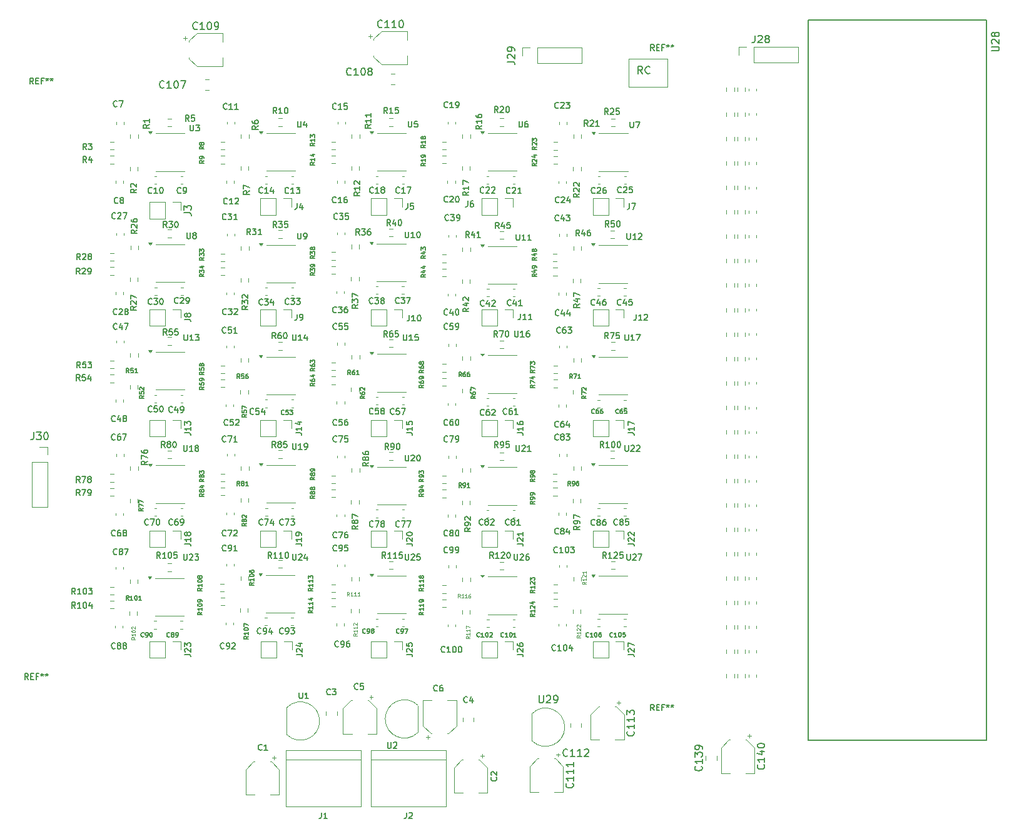
<source format=gbr>
%TF.GenerationSoftware,KiCad,Pcbnew,9.0.4*%
%TF.CreationDate,2025-10-06T13:07:05+13:00*%
%TF.ProjectId,sigProc_esfgrid_cct_IA,73696750-726f-4635-9f65-736667726964,rev?*%
%TF.SameCoordinates,Original*%
%TF.FileFunction,Legend,Top*%
%TF.FilePolarity,Positive*%
%FSLAX46Y46*%
G04 Gerber Fmt 4.6, Leading zero omitted, Abs format (unit mm)*
G04 Created by KiCad (PCBNEW 9.0.4) date 2025-10-06 13:07:05*
%MOMM*%
%LPD*%
G01*
G04 APERTURE LIST*
%ADD10C,0.150000*%
%ADD11C,0.100000*%
%ADD12C,0.125000*%
%ADD13C,0.120000*%
%ADD14C,0.127000*%
G04 APERTURE END LIST*
D10*
X207360707Y-46742319D02*
X207027374Y-46266128D01*
X206789279Y-46742319D02*
X206789279Y-45742319D01*
X206789279Y-45742319D02*
X207170231Y-45742319D01*
X207170231Y-45742319D02*
X207265469Y-45789938D01*
X207265469Y-45789938D02*
X207313088Y-45837557D01*
X207313088Y-45837557D02*
X207360707Y-45932795D01*
X207360707Y-45932795D02*
X207360707Y-46075652D01*
X207360707Y-46075652D02*
X207313088Y-46170890D01*
X207313088Y-46170890D02*
X207265469Y-46218509D01*
X207265469Y-46218509D02*
X207170231Y-46266128D01*
X207170231Y-46266128D02*
X206789279Y-46266128D01*
X208360707Y-46647080D02*
X208313088Y-46694700D01*
X208313088Y-46694700D02*
X208170231Y-46742319D01*
X208170231Y-46742319D02*
X208074993Y-46742319D01*
X208074993Y-46742319D02*
X207932136Y-46694700D01*
X207932136Y-46694700D02*
X207836898Y-46599461D01*
X207836898Y-46599461D02*
X207789279Y-46504223D01*
X207789279Y-46504223D02*
X207741660Y-46313747D01*
X207741660Y-46313747D02*
X207741660Y-46170890D01*
X207741660Y-46170890D02*
X207789279Y-45980414D01*
X207789279Y-45980414D02*
X207836898Y-45885176D01*
X207836898Y-45885176D02*
X207932136Y-45789938D01*
X207932136Y-45789938D02*
X208074993Y-45742319D01*
X208074993Y-45742319D02*
X208170231Y-45742319D01*
X208170231Y-45742319D02*
X208313088Y-45789938D01*
X208313088Y-45789938D02*
X208360707Y-45837557D01*
D11*
X205500000Y-44750000D02*
X210750000Y-44750000D01*
X210750000Y-48500000D01*
X205500000Y-48500000D01*
X205500000Y-44750000D01*
D10*
X124965476Y-95304819D02*
X124965476Y-96019104D01*
X124965476Y-96019104D02*
X124917857Y-96161961D01*
X124917857Y-96161961D02*
X124822619Y-96257200D01*
X124822619Y-96257200D02*
X124679762Y-96304819D01*
X124679762Y-96304819D02*
X124584524Y-96304819D01*
X125346429Y-95304819D02*
X125965476Y-95304819D01*
X125965476Y-95304819D02*
X125632143Y-95685771D01*
X125632143Y-95685771D02*
X125775000Y-95685771D01*
X125775000Y-95685771D02*
X125870238Y-95733390D01*
X125870238Y-95733390D02*
X125917857Y-95781009D01*
X125917857Y-95781009D02*
X125965476Y-95876247D01*
X125965476Y-95876247D02*
X125965476Y-96114342D01*
X125965476Y-96114342D02*
X125917857Y-96209580D01*
X125917857Y-96209580D02*
X125870238Y-96257200D01*
X125870238Y-96257200D02*
X125775000Y-96304819D01*
X125775000Y-96304819D02*
X125489286Y-96304819D01*
X125489286Y-96304819D02*
X125394048Y-96257200D01*
X125394048Y-96257200D02*
X125346429Y-96209580D01*
X126584524Y-95304819D02*
X126679762Y-95304819D01*
X126679762Y-95304819D02*
X126775000Y-95352438D01*
X126775000Y-95352438D02*
X126822619Y-95400057D01*
X126822619Y-95400057D02*
X126870238Y-95495295D01*
X126870238Y-95495295D02*
X126917857Y-95685771D01*
X126917857Y-95685771D02*
X126917857Y-95923866D01*
X126917857Y-95923866D02*
X126870238Y-96114342D01*
X126870238Y-96114342D02*
X126822619Y-96209580D01*
X126822619Y-96209580D02*
X126775000Y-96257200D01*
X126775000Y-96257200D02*
X126679762Y-96304819D01*
X126679762Y-96304819D02*
X126584524Y-96304819D01*
X126584524Y-96304819D02*
X126489286Y-96257200D01*
X126489286Y-96257200D02*
X126441667Y-96209580D01*
X126441667Y-96209580D02*
X126394048Y-96114342D01*
X126394048Y-96114342D02*
X126346429Y-95923866D01*
X126346429Y-95923866D02*
X126346429Y-95685771D01*
X126346429Y-95685771D02*
X126394048Y-95495295D01*
X126394048Y-95495295D02*
X126441667Y-95400057D01*
X126441667Y-95400057D02*
X126489286Y-95352438D01*
X126489286Y-95352438D02*
X126584524Y-95304819D01*
X189079819Y-45109523D02*
X189794104Y-45109523D01*
X189794104Y-45109523D02*
X189936961Y-45157142D01*
X189936961Y-45157142D02*
X190032200Y-45252380D01*
X190032200Y-45252380D02*
X190079819Y-45395237D01*
X190079819Y-45395237D02*
X190079819Y-45490475D01*
X189175057Y-44680951D02*
X189127438Y-44633332D01*
X189127438Y-44633332D02*
X189079819Y-44538094D01*
X189079819Y-44538094D02*
X189079819Y-44299999D01*
X189079819Y-44299999D02*
X189127438Y-44204761D01*
X189127438Y-44204761D02*
X189175057Y-44157142D01*
X189175057Y-44157142D02*
X189270295Y-44109523D01*
X189270295Y-44109523D02*
X189365533Y-44109523D01*
X189365533Y-44109523D02*
X189508390Y-44157142D01*
X189508390Y-44157142D02*
X190079819Y-44728570D01*
X190079819Y-44728570D02*
X190079819Y-44109523D01*
X190079819Y-43633332D02*
X190079819Y-43442856D01*
X190079819Y-43442856D02*
X190032200Y-43347618D01*
X190032200Y-43347618D02*
X189984580Y-43299999D01*
X189984580Y-43299999D02*
X189841723Y-43204761D01*
X189841723Y-43204761D02*
X189651247Y-43157142D01*
X189651247Y-43157142D02*
X189270295Y-43157142D01*
X189270295Y-43157142D02*
X189175057Y-43204761D01*
X189175057Y-43204761D02*
X189127438Y-43252380D01*
X189127438Y-43252380D02*
X189079819Y-43347618D01*
X189079819Y-43347618D02*
X189079819Y-43538094D01*
X189079819Y-43538094D02*
X189127438Y-43633332D01*
X189127438Y-43633332D02*
X189175057Y-43680951D01*
X189175057Y-43680951D02*
X189270295Y-43728570D01*
X189270295Y-43728570D02*
X189508390Y-43728570D01*
X189508390Y-43728570D02*
X189603628Y-43680951D01*
X189603628Y-43680951D02*
X189651247Y-43633332D01*
X189651247Y-43633332D02*
X189698866Y-43538094D01*
X189698866Y-43538094D02*
X189698866Y-43347618D01*
X189698866Y-43347618D02*
X189651247Y-43252380D01*
X189651247Y-43252380D02*
X189603628Y-43204761D01*
X189603628Y-43204761D02*
X189508390Y-43157142D01*
X222590476Y-41554819D02*
X222590476Y-42269104D01*
X222590476Y-42269104D02*
X222542857Y-42411961D01*
X222542857Y-42411961D02*
X222447619Y-42507200D01*
X222447619Y-42507200D02*
X222304762Y-42554819D01*
X222304762Y-42554819D02*
X222209524Y-42554819D01*
X223019048Y-41650057D02*
X223066667Y-41602438D01*
X223066667Y-41602438D02*
X223161905Y-41554819D01*
X223161905Y-41554819D02*
X223400000Y-41554819D01*
X223400000Y-41554819D02*
X223495238Y-41602438D01*
X223495238Y-41602438D02*
X223542857Y-41650057D01*
X223542857Y-41650057D02*
X223590476Y-41745295D01*
X223590476Y-41745295D02*
X223590476Y-41840533D01*
X223590476Y-41840533D02*
X223542857Y-41983390D01*
X223542857Y-41983390D02*
X222971429Y-42554819D01*
X222971429Y-42554819D02*
X223590476Y-42554819D01*
X224161905Y-41983390D02*
X224066667Y-41935771D01*
X224066667Y-41935771D02*
X224019048Y-41888152D01*
X224019048Y-41888152D02*
X223971429Y-41792914D01*
X223971429Y-41792914D02*
X223971429Y-41745295D01*
X223971429Y-41745295D02*
X224019048Y-41650057D01*
X224019048Y-41650057D02*
X224066667Y-41602438D01*
X224066667Y-41602438D02*
X224161905Y-41554819D01*
X224161905Y-41554819D02*
X224352381Y-41554819D01*
X224352381Y-41554819D02*
X224447619Y-41602438D01*
X224447619Y-41602438D02*
X224495238Y-41650057D01*
X224495238Y-41650057D02*
X224542857Y-41745295D01*
X224542857Y-41745295D02*
X224542857Y-41792914D01*
X224542857Y-41792914D02*
X224495238Y-41888152D01*
X224495238Y-41888152D02*
X224447619Y-41935771D01*
X224447619Y-41935771D02*
X224352381Y-41983390D01*
X224352381Y-41983390D02*
X224161905Y-41983390D01*
X224161905Y-41983390D02*
X224066667Y-42031009D01*
X224066667Y-42031009D02*
X224019048Y-42078628D01*
X224019048Y-42078628D02*
X223971429Y-42173866D01*
X223971429Y-42173866D02*
X223971429Y-42364342D01*
X223971429Y-42364342D02*
X224019048Y-42459580D01*
X224019048Y-42459580D02*
X224066667Y-42507200D01*
X224066667Y-42507200D02*
X224161905Y-42554819D01*
X224161905Y-42554819D02*
X224352381Y-42554819D01*
X224352381Y-42554819D02*
X224447619Y-42507200D01*
X224447619Y-42507200D02*
X224495238Y-42459580D01*
X224495238Y-42459580D02*
X224542857Y-42364342D01*
X224542857Y-42364342D02*
X224542857Y-42173866D01*
X224542857Y-42173866D02*
X224495238Y-42078628D01*
X224495238Y-42078628D02*
X224447619Y-42031009D01*
X224447619Y-42031009D02*
X224352381Y-41983390D01*
X187800814Y-51982295D02*
X187534147Y-51601342D01*
X187343671Y-51982295D02*
X187343671Y-51182295D01*
X187343671Y-51182295D02*
X187648433Y-51182295D01*
X187648433Y-51182295D02*
X187724623Y-51220390D01*
X187724623Y-51220390D02*
X187762718Y-51258485D01*
X187762718Y-51258485D02*
X187800814Y-51334676D01*
X187800814Y-51334676D02*
X187800814Y-51448961D01*
X187800814Y-51448961D02*
X187762718Y-51525152D01*
X187762718Y-51525152D02*
X187724623Y-51563247D01*
X187724623Y-51563247D02*
X187648433Y-51601342D01*
X187648433Y-51601342D02*
X187343671Y-51601342D01*
X188105575Y-51258485D02*
X188143671Y-51220390D01*
X188143671Y-51220390D02*
X188219861Y-51182295D01*
X188219861Y-51182295D02*
X188410337Y-51182295D01*
X188410337Y-51182295D02*
X188486528Y-51220390D01*
X188486528Y-51220390D02*
X188524623Y-51258485D01*
X188524623Y-51258485D02*
X188562718Y-51334676D01*
X188562718Y-51334676D02*
X188562718Y-51410866D01*
X188562718Y-51410866D02*
X188524623Y-51525152D01*
X188524623Y-51525152D02*
X188067480Y-51982295D01*
X188067480Y-51982295D02*
X188562718Y-51982295D01*
X189057957Y-51182295D02*
X189134147Y-51182295D01*
X189134147Y-51182295D02*
X189210338Y-51220390D01*
X189210338Y-51220390D02*
X189248433Y-51258485D01*
X189248433Y-51258485D02*
X189286528Y-51334676D01*
X189286528Y-51334676D02*
X189324623Y-51487057D01*
X189324623Y-51487057D02*
X189324623Y-51677533D01*
X189324623Y-51677533D02*
X189286528Y-51829914D01*
X189286528Y-51829914D02*
X189248433Y-51906104D01*
X189248433Y-51906104D02*
X189210338Y-51944200D01*
X189210338Y-51944200D02*
X189134147Y-51982295D01*
X189134147Y-51982295D02*
X189057957Y-51982295D01*
X189057957Y-51982295D02*
X188981766Y-51944200D01*
X188981766Y-51944200D02*
X188943671Y-51906104D01*
X188943671Y-51906104D02*
X188905576Y-51829914D01*
X188905576Y-51829914D02*
X188867480Y-51677533D01*
X188867480Y-51677533D02*
X188867480Y-51487057D01*
X188867480Y-51487057D02*
X188905576Y-51334676D01*
X188905576Y-51334676D02*
X188943671Y-51258485D01*
X188943671Y-51258485D02*
X188981766Y-51220390D01*
X188981766Y-51220390D02*
X189057957Y-51182295D01*
X138862295Y-78264285D02*
X138481342Y-78530952D01*
X138862295Y-78721428D02*
X138062295Y-78721428D01*
X138062295Y-78721428D02*
X138062295Y-78416666D01*
X138062295Y-78416666D02*
X138100390Y-78340476D01*
X138100390Y-78340476D02*
X138138485Y-78302381D01*
X138138485Y-78302381D02*
X138214676Y-78264285D01*
X138214676Y-78264285D02*
X138328961Y-78264285D01*
X138328961Y-78264285D02*
X138405152Y-78302381D01*
X138405152Y-78302381D02*
X138443247Y-78340476D01*
X138443247Y-78340476D02*
X138481342Y-78416666D01*
X138481342Y-78416666D02*
X138481342Y-78721428D01*
X138138485Y-77959524D02*
X138100390Y-77921428D01*
X138100390Y-77921428D02*
X138062295Y-77845238D01*
X138062295Y-77845238D02*
X138062295Y-77654762D01*
X138062295Y-77654762D02*
X138100390Y-77578571D01*
X138100390Y-77578571D02*
X138138485Y-77540476D01*
X138138485Y-77540476D02*
X138214676Y-77502381D01*
X138214676Y-77502381D02*
X138290866Y-77502381D01*
X138290866Y-77502381D02*
X138405152Y-77540476D01*
X138405152Y-77540476D02*
X138862295Y-77997619D01*
X138862295Y-77997619D02*
X138862295Y-77502381D01*
X138062295Y-77235714D02*
X138062295Y-76702380D01*
X138062295Y-76702380D02*
X138862295Y-77045238D01*
X153769771Y-107635714D02*
X153484057Y-107835714D01*
X153769771Y-107978571D02*
X153169771Y-107978571D01*
X153169771Y-107978571D02*
X153169771Y-107750000D01*
X153169771Y-107750000D02*
X153198342Y-107692857D01*
X153198342Y-107692857D02*
X153226914Y-107664286D01*
X153226914Y-107664286D02*
X153284057Y-107635714D01*
X153284057Y-107635714D02*
X153369771Y-107635714D01*
X153369771Y-107635714D02*
X153426914Y-107664286D01*
X153426914Y-107664286D02*
X153455485Y-107692857D01*
X153455485Y-107692857D02*
X153484057Y-107750000D01*
X153484057Y-107750000D02*
X153484057Y-107978571D01*
X153426914Y-107292857D02*
X153398342Y-107350000D01*
X153398342Y-107350000D02*
X153369771Y-107378571D01*
X153369771Y-107378571D02*
X153312628Y-107407143D01*
X153312628Y-107407143D02*
X153284057Y-107407143D01*
X153284057Y-107407143D02*
X153226914Y-107378571D01*
X153226914Y-107378571D02*
X153198342Y-107350000D01*
X153198342Y-107350000D02*
X153169771Y-107292857D01*
X153169771Y-107292857D02*
X153169771Y-107178571D01*
X153169771Y-107178571D02*
X153198342Y-107121429D01*
X153198342Y-107121429D02*
X153226914Y-107092857D01*
X153226914Y-107092857D02*
X153284057Y-107064286D01*
X153284057Y-107064286D02*
X153312628Y-107064286D01*
X153312628Y-107064286D02*
X153369771Y-107092857D01*
X153369771Y-107092857D02*
X153398342Y-107121429D01*
X153398342Y-107121429D02*
X153426914Y-107178571D01*
X153426914Y-107178571D02*
X153426914Y-107292857D01*
X153426914Y-107292857D02*
X153455485Y-107350000D01*
X153455485Y-107350000D02*
X153484057Y-107378571D01*
X153484057Y-107378571D02*
X153541200Y-107407143D01*
X153541200Y-107407143D02*
X153655485Y-107407143D01*
X153655485Y-107407143D02*
X153712628Y-107378571D01*
X153712628Y-107378571D02*
X153741200Y-107350000D01*
X153741200Y-107350000D02*
X153769771Y-107292857D01*
X153769771Y-107292857D02*
X153769771Y-107178571D01*
X153769771Y-107178571D02*
X153741200Y-107121429D01*
X153741200Y-107121429D02*
X153712628Y-107092857D01*
X153712628Y-107092857D02*
X153655485Y-107064286D01*
X153655485Y-107064286D02*
X153541200Y-107064286D01*
X153541200Y-107064286D02*
X153484057Y-107092857D01*
X153484057Y-107092857D02*
X153455485Y-107121429D01*
X153455485Y-107121429D02*
X153426914Y-107178571D01*
X153226914Y-106835714D02*
X153198342Y-106807142D01*
X153198342Y-106807142D02*
X153169771Y-106750000D01*
X153169771Y-106750000D02*
X153169771Y-106607142D01*
X153169771Y-106607142D02*
X153198342Y-106550000D01*
X153198342Y-106550000D02*
X153226914Y-106521428D01*
X153226914Y-106521428D02*
X153284057Y-106492857D01*
X153284057Y-106492857D02*
X153341200Y-106492857D01*
X153341200Y-106492857D02*
X153426914Y-106521428D01*
X153426914Y-106521428D02*
X153769771Y-106864285D01*
X153769771Y-106864285D02*
X153769771Y-106492857D01*
X135985714Y-124536104D02*
X135947618Y-124574200D01*
X135947618Y-124574200D02*
X135833333Y-124612295D01*
X135833333Y-124612295D02*
X135757142Y-124612295D01*
X135757142Y-124612295D02*
X135642856Y-124574200D01*
X135642856Y-124574200D02*
X135566666Y-124498009D01*
X135566666Y-124498009D02*
X135528571Y-124421819D01*
X135528571Y-124421819D02*
X135490475Y-124269438D01*
X135490475Y-124269438D02*
X135490475Y-124155152D01*
X135490475Y-124155152D02*
X135528571Y-124002771D01*
X135528571Y-124002771D02*
X135566666Y-123926580D01*
X135566666Y-123926580D02*
X135642856Y-123850390D01*
X135642856Y-123850390D02*
X135757142Y-123812295D01*
X135757142Y-123812295D02*
X135833333Y-123812295D01*
X135833333Y-123812295D02*
X135947618Y-123850390D01*
X135947618Y-123850390D02*
X135985714Y-123888485D01*
X136442856Y-124155152D02*
X136366666Y-124117057D01*
X136366666Y-124117057D02*
X136328571Y-124078961D01*
X136328571Y-124078961D02*
X136290475Y-124002771D01*
X136290475Y-124002771D02*
X136290475Y-123964676D01*
X136290475Y-123964676D02*
X136328571Y-123888485D01*
X136328571Y-123888485D02*
X136366666Y-123850390D01*
X136366666Y-123850390D02*
X136442856Y-123812295D01*
X136442856Y-123812295D02*
X136595237Y-123812295D01*
X136595237Y-123812295D02*
X136671428Y-123850390D01*
X136671428Y-123850390D02*
X136709523Y-123888485D01*
X136709523Y-123888485D02*
X136747618Y-123964676D01*
X136747618Y-123964676D02*
X136747618Y-124002771D01*
X136747618Y-124002771D02*
X136709523Y-124078961D01*
X136709523Y-124078961D02*
X136671428Y-124117057D01*
X136671428Y-124117057D02*
X136595237Y-124155152D01*
X136595237Y-124155152D02*
X136442856Y-124155152D01*
X136442856Y-124155152D02*
X136366666Y-124193247D01*
X136366666Y-124193247D02*
X136328571Y-124231342D01*
X136328571Y-124231342D02*
X136290475Y-124307533D01*
X136290475Y-124307533D02*
X136290475Y-124459914D01*
X136290475Y-124459914D02*
X136328571Y-124536104D01*
X136328571Y-124536104D02*
X136366666Y-124574200D01*
X136366666Y-124574200D02*
X136442856Y-124612295D01*
X136442856Y-124612295D02*
X136595237Y-124612295D01*
X136595237Y-124612295D02*
X136671428Y-124574200D01*
X136671428Y-124574200D02*
X136709523Y-124536104D01*
X136709523Y-124536104D02*
X136747618Y-124459914D01*
X136747618Y-124459914D02*
X136747618Y-124307533D01*
X136747618Y-124307533D02*
X136709523Y-124231342D01*
X136709523Y-124231342D02*
X136671428Y-124193247D01*
X136671428Y-124193247D02*
X136595237Y-124155152D01*
X137204761Y-124155152D02*
X137128571Y-124117057D01*
X137128571Y-124117057D02*
X137090476Y-124078961D01*
X137090476Y-124078961D02*
X137052380Y-124002771D01*
X137052380Y-124002771D02*
X137052380Y-123964676D01*
X137052380Y-123964676D02*
X137090476Y-123888485D01*
X137090476Y-123888485D02*
X137128571Y-123850390D01*
X137128571Y-123850390D02*
X137204761Y-123812295D01*
X137204761Y-123812295D02*
X137357142Y-123812295D01*
X137357142Y-123812295D02*
X137433333Y-123850390D01*
X137433333Y-123850390D02*
X137471428Y-123888485D01*
X137471428Y-123888485D02*
X137509523Y-123964676D01*
X137509523Y-123964676D02*
X137509523Y-124002771D01*
X137509523Y-124002771D02*
X137471428Y-124078961D01*
X137471428Y-124078961D02*
X137433333Y-124117057D01*
X137433333Y-124117057D02*
X137357142Y-124155152D01*
X137357142Y-124155152D02*
X137204761Y-124155152D01*
X137204761Y-124155152D02*
X137128571Y-124193247D01*
X137128571Y-124193247D02*
X137090476Y-124231342D01*
X137090476Y-124231342D02*
X137052380Y-124307533D01*
X137052380Y-124307533D02*
X137052380Y-124459914D01*
X137052380Y-124459914D02*
X137090476Y-124536104D01*
X137090476Y-124536104D02*
X137128571Y-124574200D01*
X137128571Y-124574200D02*
X137204761Y-124612295D01*
X137204761Y-124612295D02*
X137357142Y-124612295D01*
X137357142Y-124612295D02*
X137433333Y-124574200D01*
X137433333Y-124574200D02*
X137471428Y-124536104D01*
X137471428Y-124536104D02*
X137509523Y-124459914D01*
X137509523Y-124459914D02*
X137509523Y-124307533D01*
X137509523Y-124307533D02*
X137471428Y-124231342D01*
X137471428Y-124231342D02*
X137433333Y-124193247D01*
X137433333Y-124193247D02*
X137357142Y-124155152D01*
X145422295Y-110397619D02*
X145993723Y-110397619D01*
X145993723Y-110397619D02*
X146108009Y-110435714D01*
X146108009Y-110435714D02*
X146184200Y-110511905D01*
X146184200Y-110511905D02*
X146222295Y-110626190D01*
X146222295Y-110626190D02*
X146222295Y-110702381D01*
X146222295Y-109597619D02*
X146222295Y-110054762D01*
X146222295Y-109826190D02*
X145422295Y-109826190D01*
X145422295Y-109826190D02*
X145536580Y-109902381D01*
X145536580Y-109902381D02*
X145612771Y-109978571D01*
X145612771Y-109978571D02*
X145650866Y-110054762D01*
X145765152Y-109140476D02*
X145727057Y-109216666D01*
X145727057Y-109216666D02*
X145688961Y-109254761D01*
X145688961Y-109254761D02*
X145612771Y-109292857D01*
X145612771Y-109292857D02*
X145574676Y-109292857D01*
X145574676Y-109292857D02*
X145498485Y-109254761D01*
X145498485Y-109254761D02*
X145460390Y-109216666D01*
X145460390Y-109216666D02*
X145422295Y-109140476D01*
X145422295Y-109140476D02*
X145422295Y-108988095D01*
X145422295Y-108988095D02*
X145460390Y-108911904D01*
X145460390Y-108911904D02*
X145498485Y-108873809D01*
X145498485Y-108873809D02*
X145574676Y-108835714D01*
X145574676Y-108835714D02*
X145612771Y-108835714D01*
X145612771Y-108835714D02*
X145688961Y-108873809D01*
X145688961Y-108873809D02*
X145727057Y-108911904D01*
X145727057Y-108911904D02*
X145765152Y-108988095D01*
X145765152Y-108988095D02*
X145765152Y-109140476D01*
X145765152Y-109140476D02*
X145803247Y-109216666D01*
X145803247Y-109216666D02*
X145841342Y-109254761D01*
X145841342Y-109254761D02*
X145917533Y-109292857D01*
X145917533Y-109292857D02*
X146069914Y-109292857D01*
X146069914Y-109292857D02*
X146146104Y-109254761D01*
X146146104Y-109254761D02*
X146184200Y-109216666D01*
X146184200Y-109216666D02*
X146222295Y-109140476D01*
X146222295Y-109140476D02*
X146222295Y-108988095D01*
X146222295Y-108988095D02*
X146184200Y-108911904D01*
X146184200Y-108911904D02*
X146146104Y-108873809D01*
X146146104Y-108873809D02*
X146069914Y-108835714D01*
X146069914Y-108835714D02*
X145917533Y-108835714D01*
X145917533Y-108835714D02*
X145841342Y-108873809D01*
X145841342Y-108873809D02*
X145803247Y-108911904D01*
X145803247Y-108911904D02*
X145765152Y-108988095D01*
X183703333Y-63984795D02*
X183703333Y-64556223D01*
X183703333Y-64556223D02*
X183665238Y-64670509D01*
X183665238Y-64670509D02*
X183589047Y-64746700D01*
X183589047Y-64746700D02*
X183474762Y-64784795D01*
X183474762Y-64784795D02*
X183398571Y-64784795D01*
X184427143Y-63984795D02*
X184274762Y-63984795D01*
X184274762Y-63984795D02*
X184198571Y-64022890D01*
X184198571Y-64022890D02*
X184160476Y-64060985D01*
X184160476Y-64060985D02*
X184084286Y-64175271D01*
X184084286Y-64175271D02*
X184046190Y-64327652D01*
X184046190Y-64327652D02*
X184046190Y-64632414D01*
X184046190Y-64632414D02*
X184084286Y-64708604D01*
X184084286Y-64708604D02*
X184122381Y-64746700D01*
X184122381Y-64746700D02*
X184198571Y-64784795D01*
X184198571Y-64784795D02*
X184350952Y-64784795D01*
X184350952Y-64784795D02*
X184427143Y-64746700D01*
X184427143Y-64746700D02*
X184465238Y-64708604D01*
X184465238Y-64708604D02*
X184503333Y-64632414D01*
X184503333Y-64632414D02*
X184503333Y-64441938D01*
X184503333Y-64441938D02*
X184465238Y-64365747D01*
X184465238Y-64365747D02*
X184427143Y-64327652D01*
X184427143Y-64327652D02*
X184350952Y-64289557D01*
X184350952Y-64289557D02*
X184198571Y-64289557D01*
X184198571Y-64289557D02*
X184122381Y-64327652D01*
X184122381Y-64327652D02*
X184084286Y-64365747D01*
X184084286Y-64365747D02*
X184046190Y-64441938D01*
X195604762Y-124786104D02*
X195566666Y-124824200D01*
X195566666Y-124824200D02*
X195452381Y-124862295D01*
X195452381Y-124862295D02*
X195376190Y-124862295D01*
X195376190Y-124862295D02*
X195261904Y-124824200D01*
X195261904Y-124824200D02*
X195185714Y-124748009D01*
X195185714Y-124748009D02*
X195147619Y-124671819D01*
X195147619Y-124671819D02*
X195109523Y-124519438D01*
X195109523Y-124519438D02*
X195109523Y-124405152D01*
X195109523Y-124405152D02*
X195147619Y-124252771D01*
X195147619Y-124252771D02*
X195185714Y-124176580D01*
X195185714Y-124176580D02*
X195261904Y-124100390D01*
X195261904Y-124100390D02*
X195376190Y-124062295D01*
X195376190Y-124062295D02*
X195452381Y-124062295D01*
X195452381Y-124062295D02*
X195566666Y-124100390D01*
X195566666Y-124100390D02*
X195604762Y-124138485D01*
X196366666Y-124862295D02*
X195909523Y-124862295D01*
X196138095Y-124862295D02*
X196138095Y-124062295D01*
X196138095Y-124062295D02*
X196061904Y-124176580D01*
X196061904Y-124176580D02*
X195985714Y-124252771D01*
X195985714Y-124252771D02*
X195909523Y-124290866D01*
X196861905Y-124062295D02*
X196938095Y-124062295D01*
X196938095Y-124062295D02*
X197014286Y-124100390D01*
X197014286Y-124100390D02*
X197052381Y-124138485D01*
X197052381Y-124138485D02*
X197090476Y-124214676D01*
X197090476Y-124214676D02*
X197128571Y-124367057D01*
X197128571Y-124367057D02*
X197128571Y-124557533D01*
X197128571Y-124557533D02*
X197090476Y-124709914D01*
X197090476Y-124709914D02*
X197052381Y-124786104D01*
X197052381Y-124786104D02*
X197014286Y-124824200D01*
X197014286Y-124824200D02*
X196938095Y-124862295D01*
X196938095Y-124862295D02*
X196861905Y-124862295D01*
X196861905Y-124862295D02*
X196785714Y-124824200D01*
X196785714Y-124824200D02*
X196747619Y-124786104D01*
X196747619Y-124786104D02*
X196709524Y-124709914D01*
X196709524Y-124709914D02*
X196671428Y-124557533D01*
X196671428Y-124557533D02*
X196671428Y-124367057D01*
X196671428Y-124367057D02*
X196709524Y-124214676D01*
X196709524Y-124214676D02*
X196747619Y-124138485D01*
X196747619Y-124138485D02*
X196785714Y-124100390D01*
X196785714Y-124100390D02*
X196861905Y-124062295D01*
X197814286Y-124328961D02*
X197814286Y-124862295D01*
X197623810Y-124024200D02*
X197433333Y-124595628D01*
X197433333Y-124595628D02*
X197928572Y-124595628D01*
X205422295Y-125397619D02*
X205993723Y-125397619D01*
X205993723Y-125397619D02*
X206108009Y-125435714D01*
X206108009Y-125435714D02*
X206184200Y-125511905D01*
X206184200Y-125511905D02*
X206222295Y-125626190D01*
X206222295Y-125626190D02*
X206222295Y-125702381D01*
X205498485Y-125054762D02*
X205460390Y-125016666D01*
X205460390Y-125016666D02*
X205422295Y-124940476D01*
X205422295Y-124940476D02*
X205422295Y-124750000D01*
X205422295Y-124750000D02*
X205460390Y-124673809D01*
X205460390Y-124673809D02*
X205498485Y-124635714D01*
X205498485Y-124635714D02*
X205574676Y-124597619D01*
X205574676Y-124597619D02*
X205650866Y-124597619D01*
X205650866Y-124597619D02*
X205765152Y-124635714D01*
X205765152Y-124635714D02*
X206222295Y-125092857D01*
X206222295Y-125092857D02*
X206222295Y-124597619D01*
X205422295Y-124330952D02*
X205422295Y-123797618D01*
X205422295Y-123797618D02*
X206222295Y-124140476D01*
X163019771Y-71385714D02*
X162734057Y-71585714D01*
X163019771Y-71728571D02*
X162419771Y-71728571D01*
X162419771Y-71728571D02*
X162419771Y-71500000D01*
X162419771Y-71500000D02*
X162448342Y-71442857D01*
X162448342Y-71442857D02*
X162476914Y-71414286D01*
X162476914Y-71414286D02*
X162534057Y-71385714D01*
X162534057Y-71385714D02*
X162619771Y-71385714D01*
X162619771Y-71385714D02*
X162676914Y-71414286D01*
X162676914Y-71414286D02*
X162705485Y-71442857D01*
X162705485Y-71442857D02*
X162734057Y-71500000D01*
X162734057Y-71500000D02*
X162734057Y-71728571D01*
X162419771Y-71185714D02*
X162419771Y-70814286D01*
X162419771Y-70814286D02*
X162648342Y-71014286D01*
X162648342Y-71014286D02*
X162648342Y-70928571D01*
X162648342Y-70928571D02*
X162676914Y-70871429D01*
X162676914Y-70871429D02*
X162705485Y-70842857D01*
X162705485Y-70842857D02*
X162762628Y-70814286D01*
X162762628Y-70814286D02*
X162905485Y-70814286D01*
X162905485Y-70814286D02*
X162962628Y-70842857D01*
X162962628Y-70842857D02*
X162991200Y-70871429D01*
X162991200Y-70871429D02*
X163019771Y-70928571D01*
X163019771Y-70928571D02*
X163019771Y-71100000D01*
X163019771Y-71100000D02*
X162991200Y-71157143D01*
X162991200Y-71157143D02*
X162962628Y-71185714D01*
X162676914Y-70471428D02*
X162648342Y-70528571D01*
X162648342Y-70528571D02*
X162619771Y-70557142D01*
X162619771Y-70557142D02*
X162562628Y-70585714D01*
X162562628Y-70585714D02*
X162534057Y-70585714D01*
X162534057Y-70585714D02*
X162476914Y-70557142D01*
X162476914Y-70557142D02*
X162448342Y-70528571D01*
X162448342Y-70528571D02*
X162419771Y-70471428D01*
X162419771Y-70471428D02*
X162419771Y-70357142D01*
X162419771Y-70357142D02*
X162448342Y-70300000D01*
X162448342Y-70300000D02*
X162476914Y-70271428D01*
X162476914Y-70271428D02*
X162534057Y-70242857D01*
X162534057Y-70242857D02*
X162562628Y-70242857D01*
X162562628Y-70242857D02*
X162619771Y-70271428D01*
X162619771Y-70271428D02*
X162648342Y-70300000D01*
X162648342Y-70300000D02*
X162676914Y-70357142D01*
X162676914Y-70357142D02*
X162676914Y-70471428D01*
X162676914Y-70471428D02*
X162705485Y-70528571D01*
X162705485Y-70528571D02*
X162734057Y-70557142D01*
X162734057Y-70557142D02*
X162791200Y-70585714D01*
X162791200Y-70585714D02*
X162905485Y-70585714D01*
X162905485Y-70585714D02*
X162962628Y-70557142D01*
X162962628Y-70557142D02*
X162991200Y-70528571D01*
X162991200Y-70528571D02*
X163019771Y-70471428D01*
X163019771Y-70471428D02*
X163019771Y-70357142D01*
X163019771Y-70357142D02*
X162991200Y-70300000D01*
X162991200Y-70300000D02*
X162962628Y-70271428D01*
X162962628Y-70271428D02*
X162905485Y-70242857D01*
X162905485Y-70242857D02*
X162791200Y-70242857D01*
X162791200Y-70242857D02*
X162734057Y-70271428D01*
X162734057Y-70271428D02*
X162705485Y-70300000D01*
X162705485Y-70300000D02*
X162676914Y-70357142D01*
X154769771Y-115671428D02*
X154484057Y-115871428D01*
X154769771Y-116014285D02*
X154169771Y-116014285D01*
X154169771Y-116014285D02*
X154169771Y-115785714D01*
X154169771Y-115785714D02*
X154198342Y-115728571D01*
X154198342Y-115728571D02*
X154226914Y-115700000D01*
X154226914Y-115700000D02*
X154284057Y-115671428D01*
X154284057Y-115671428D02*
X154369771Y-115671428D01*
X154369771Y-115671428D02*
X154426914Y-115700000D01*
X154426914Y-115700000D02*
X154455485Y-115728571D01*
X154455485Y-115728571D02*
X154484057Y-115785714D01*
X154484057Y-115785714D02*
X154484057Y-116014285D01*
X154769771Y-115100000D02*
X154769771Y-115442857D01*
X154769771Y-115271428D02*
X154169771Y-115271428D01*
X154169771Y-115271428D02*
X154255485Y-115328571D01*
X154255485Y-115328571D02*
X154312628Y-115385714D01*
X154312628Y-115385714D02*
X154341200Y-115442857D01*
X154169771Y-114728571D02*
X154169771Y-114671428D01*
X154169771Y-114671428D02*
X154198342Y-114614285D01*
X154198342Y-114614285D02*
X154226914Y-114585714D01*
X154226914Y-114585714D02*
X154284057Y-114557142D01*
X154284057Y-114557142D02*
X154398342Y-114528571D01*
X154398342Y-114528571D02*
X154541200Y-114528571D01*
X154541200Y-114528571D02*
X154655485Y-114557142D01*
X154655485Y-114557142D02*
X154712628Y-114585714D01*
X154712628Y-114585714D02*
X154741200Y-114614285D01*
X154741200Y-114614285D02*
X154769771Y-114671428D01*
X154769771Y-114671428D02*
X154769771Y-114728571D01*
X154769771Y-114728571D02*
X154741200Y-114785714D01*
X154741200Y-114785714D02*
X154712628Y-114814285D01*
X154712628Y-114814285D02*
X154655485Y-114842856D01*
X154655485Y-114842856D02*
X154541200Y-114871428D01*
X154541200Y-114871428D02*
X154398342Y-114871428D01*
X154398342Y-114871428D02*
X154284057Y-114842856D01*
X154284057Y-114842856D02*
X154226914Y-114814285D01*
X154226914Y-114814285D02*
X154198342Y-114785714D01*
X154198342Y-114785714D02*
X154169771Y-114728571D01*
X154169771Y-114014285D02*
X154169771Y-114128570D01*
X154169771Y-114128570D02*
X154198342Y-114185713D01*
X154198342Y-114185713D02*
X154226914Y-114214285D01*
X154226914Y-114214285D02*
X154312628Y-114271427D01*
X154312628Y-114271427D02*
X154426914Y-114299999D01*
X154426914Y-114299999D02*
X154655485Y-114299999D01*
X154655485Y-114299999D02*
X154712628Y-114271427D01*
X154712628Y-114271427D02*
X154741200Y-114242856D01*
X154741200Y-114242856D02*
X154769771Y-114185713D01*
X154769771Y-114185713D02*
X154769771Y-114071427D01*
X154769771Y-114071427D02*
X154741200Y-114014285D01*
X154741200Y-114014285D02*
X154712628Y-113985713D01*
X154712628Y-113985713D02*
X154655485Y-113957142D01*
X154655485Y-113957142D02*
X154512628Y-113957142D01*
X154512628Y-113957142D02*
X154455485Y-113985713D01*
X154455485Y-113985713D02*
X154426914Y-114014285D01*
X154426914Y-114014285D02*
X154398342Y-114071427D01*
X154398342Y-114071427D02*
X154398342Y-114185713D01*
X154398342Y-114185713D02*
X154426914Y-114242856D01*
X154426914Y-114242856D02*
X154455485Y-114271427D01*
X154455485Y-114271427D02*
X154512628Y-114299999D01*
X195985714Y-94536104D02*
X195947618Y-94574200D01*
X195947618Y-94574200D02*
X195833333Y-94612295D01*
X195833333Y-94612295D02*
X195757142Y-94612295D01*
X195757142Y-94612295D02*
X195642856Y-94574200D01*
X195642856Y-94574200D02*
X195566666Y-94498009D01*
X195566666Y-94498009D02*
X195528571Y-94421819D01*
X195528571Y-94421819D02*
X195490475Y-94269438D01*
X195490475Y-94269438D02*
X195490475Y-94155152D01*
X195490475Y-94155152D02*
X195528571Y-94002771D01*
X195528571Y-94002771D02*
X195566666Y-93926580D01*
X195566666Y-93926580D02*
X195642856Y-93850390D01*
X195642856Y-93850390D02*
X195757142Y-93812295D01*
X195757142Y-93812295D02*
X195833333Y-93812295D01*
X195833333Y-93812295D02*
X195947618Y-93850390D01*
X195947618Y-93850390D02*
X195985714Y-93888485D01*
X196671428Y-93812295D02*
X196519047Y-93812295D01*
X196519047Y-93812295D02*
X196442856Y-93850390D01*
X196442856Y-93850390D02*
X196404761Y-93888485D01*
X196404761Y-93888485D02*
X196328571Y-94002771D01*
X196328571Y-94002771D02*
X196290475Y-94155152D01*
X196290475Y-94155152D02*
X196290475Y-94459914D01*
X196290475Y-94459914D02*
X196328571Y-94536104D01*
X196328571Y-94536104D02*
X196366666Y-94574200D01*
X196366666Y-94574200D02*
X196442856Y-94612295D01*
X196442856Y-94612295D02*
X196595237Y-94612295D01*
X196595237Y-94612295D02*
X196671428Y-94574200D01*
X196671428Y-94574200D02*
X196709523Y-94536104D01*
X196709523Y-94536104D02*
X196747618Y-94459914D01*
X196747618Y-94459914D02*
X196747618Y-94269438D01*
X196747618Y-94269438D02*
X196709523Y-94193247D01*
X196709523Y-94193247D02*
X196671428Y-94155152D01*
X196671428Y-94155152D02*
X196595237Y-94117057D01*
X196595237Y-94117057D02*
X196442856Y-94117057D01*
X196442856Y-94117057D02*
X196366666Y-94155152D01*
X196366666Y-94155152D02*
X196328571Y-94193247D01*
X196328571Y-94193247D02*
X196290475Y-94269438D01*
X197433333Y-94078961D02*
X197433333Y-94612295D01*
X197242857Y-93774200D02*
X197052380Y-94345628D01*
X197052380Y-94345628D02*
X197547619Y-94345628D01*
X203328571Y-122962628D02*
X203299999Y-122991200D01*
X203299999Y-122991200D02*
X203214285Y-123019771D01*
X203214285Y-123019771D02*
X203157142Y-123019771D01*
X203157142Y-123019771D02*
X203071428Y-122991200D01*
X203071428Y-122991200D02*
X203014285Y-122934057D01*
X203014285Y-122934057D02*
X202985714Y-122876914D01*
X202985714Y-122876914D02*
X202957142Y-122762628D01*
X202957142Y-122762628D02*
X202957142Y-122676914D01*
X202957142Y-122676914D02*
X202985714Y-122562628D01*
X202985714Y-122562628D02*
X203014285Y-122505485D01*
X203014285Y-122505485D02*
X203071428Y-122448342D01*
X203071428Y-122448342D02*
X203157142Y-122419771D01*
X203157142Y-122419771D02*
X203214285Y-122419771D01*
X203214285Y-122419771D02*
X203299999Y-122448342D01*
X203299999Y-122448342D02*
X203328571Y-122476914D01*
X203899999Y-123019771D02*
X203557142Y-123019771D01*
X203728571Y-123019771D02*
X203728571Y-122419771D01*
X203728571Y-122419771D02*
X203671428Y-122505485D01*
X203671428Y-122505485D02*
X203614285Y-122562628D01*
X203614285Y-122562628D02*
X203557142Y-122591200D01*
X204271428Y-122419771D02*
X204328571Y-122419771D01*
X204328571Y-122419771D02*
X204385714Y-122448342D01*
X204385714Y-122448342D02*
X204414286Y-122476914D01*
X204414286Y-122476914D02*
X204442857Y-122534057D01*
X204442857Y-122534057D02*
X204471428Y-122648342D01*
X204471428Y-122648342D02*
X204471428Y-122791200D01*
X204471428Y-122791200D02*
X204442857Y-122905485D01*
X204442857Y-122905485D02*
X204414286Y-122962628D01*
X204414286Y-122962628D02*
X204385714Y-122991200D01*
X204385714Y-122991200D02*
X204328571Y-123019771D01*
X204328571Y-123019771D02*
X204271428Y-123019771D01*
X204271428Y-123019771D02*
X204214286Y-122991200D01*
X204214286Y-122991200D02*
X204185714Y-122962628D01*
X204185714Y-122962628D02*
X204157143Y-122905485D01*
X204157143Y-122905485D02*
X204128571Y-122791200D01*
X204128571Y-122791200D02*
X204128571Y-122648342D01*
X204128571Y-122648342D02*
X204157143Y-122534057D01*
X204157143Y-122534057D02*
X204185714Y-122476914D01*
X204185714Y-122476914D02*
X204214286Y-122448342D01*
X204214286Y-122448342D02*
X204271428Y-122419771D01*
X205014286Y-122419771D02*
X204728572Y-122419771D01*
X204728572Y-122419771D02*
X204700000Y-122705485D01*
X204700000Y-122705485D02*
X204728572Y-122676914D01*
X204728572Y-122676914D02*
X204785715Y-122648342D01*
X204785715Y-122648342D02*
X204928572Y-122648342D01*
X204928572Y-122648342D02*
X204985715Y-122676914D01*
X204985715Y-122676914D02*
X205014286Y-122705485D01*
X205014286Y-122705485D02*
X205042857Y-122762628D01*
X205042857Y-122762628D02*
X205042857Y-122905485D01*
X205042857Y-122905485D02*
X205014286Y-122962628D01*
X205014286Y-122962628D02*
X204985715Y-122991200D01*
X204985715Y-122991200D02*
X204928572Y-123019771D01*
X204928572Y-123019771D02*
X204785715Y-123019771D01*
X204785715Y-123019771D02*
X204728572Y-122991200D01*
X204728572Y-122991200D02*
X204700000Y-122962628D01*
X147130952Y-40659580D02*
X147083333Y-40707200D01*
X147083333Y-40707200D02*
X146940476Y-40754819D01*
X146940476Y-40754819D02*
X146845238Y-40754819D01*
X146845238Y-40754819D02*
X146702381Y-40707200D01*
X146702381Y-40707200D02*
X146607143Y-40611961D01*
X146607143Y-40611961D02*
X146559524Y-40516723D01*
X146559524Y-40516723D02*
X146511905Y-40326247D01*
X146511905Y-40326247D02*
X146511905Y-40183390D01*
X146511905Y-40183390D02*
X146559524Y-39992914D01*
X146559524Y-39992914D02*
X146607143Y-39897676D01*
X146607143Y-39897676D02*
X146702381Y-39802438D01*
X146702381Y-39802438D02*
X146845238Y-39754819D01*
X146845238Y-39754819D02*
X146940476Y-39754819D01*
X146940476Y-39754819D02*
X147083333Y-39802438D01*
X147083333Y-39802438D02*
X147130952Y-39850057D01*
X148083333Y-40754819D02*
X147511905Y-40754819D01*
X147797619Y-40754819D02*
X147797619Y-39754819D01*
X147797619Y-39754819D02*
X147702381Y-39897676D01*
X147702381Y-39897676D02*
X147607143Y-39992914D01*
X147607143Y-39992914D02*
X147511905Y-40040533D01*
X148702381Y-39754819D02*
X148797619Y-39754819D01*
X148797619Y-39754819D02*
X148892857Y-39802438D01*
X148892857Y-39802438D02*
X148940476Y-39850057D01*
X148940476Y-39850057D02*
X148988095Y-39945295D01*
X148988095Y-39945295D02*
X149035714Y-40135771D01*
X149035714Y-40135771D02*
X149035714Y-40373866D01*
X149035714Y-40373866D02*
X148988095Y-40564342D01*
X148988095Y-40564342D02*
X148940476Y-40659580D01*
X148940476Y-40659580D02*
X148892857Y-40707200D01*
X148892857Y-40707200D02*
X148797619Y-40754819D01*
X148797619Y-40754819D02*
X148702381Y-40754819D01*
X148702381Y-40754819D02*
X148607143Y-40707200D01*
X148607143Y-40707200D02*
X148559524Y-40659580D01*
X148559524Y-40659580D02*
X148511905Y-40564342D01*
X148511905Y-40564342D02*
X148464286Y-40373866D01*
X148464286Y-40373866D02*
X148464286Y-40135771D01*
X148464286Y-40135771D02*
X148511905Y-39945295D01*
X148511905Y-39945295D02*
X148559524Y-39850057D01*
X148559524Y-39850057D02*
X148607143Y-39802438D01*
X148607143Y-39802438D02*
X148702381Y-39754819D01*
X149511905Y-40754819D02*
X149702381Y-40754819D01*
X149702381Y-40754819D02*
X149797619Y-40707200D01*
X149797619Y-40707200D02*
X149845238Y-40659580D01*
X149845238Y-40659580D02*
X149940476Y-40516723D01*
X149940476Y-40516723D02*
X149988095Y-40326247D01*
X149988095Y-40326247D02*
X149988095Y-39945295D01*
X149988095Y-39945295D02*
X149940476Y-39850057D01*
X149940476Y-39850057D02*
X149892857Y-39802438D01*
X149892857Y-39802438D02*
X149797619Y-39754819D01*
X149797619Y-39754819D02*
X149607143Y-39754819D01*
X149607143Y-39754819D02*
X149511905Y-39802438D01*
X149511905Y-39802438D02*
X149464286Y-39850057D01*
X149464286Y-39850057D02*
X149416667Y-39945295D01*
X149416667Y-39945295D02*
X149416667Y-40183390D01*
X149416667Y-40183390D02*
X149464286Y-40278628D01*
X149464286Y-40278628D02*
X149511905Y-40326247D01*
X149511905Y-40326247D02*
X149607143Y-40373866D01*
X149607143Y-40373866D02*
X149797619Y-40373866D01*
X149797619Y-40373866D02*
X149892857Y-40326247D01*
X149892857Y-40326247D02*
X149940476Y-40278628D01*
X149940476Y-40278628D02*
X149988095Y-40183390D01*
X145422295Y-95397619D02*
X145993723Y-95397619D01*
X145993723Y-95397619D02*
X146108009Y-95435714D01*
X146108009Y-95435714D02*
X146184200Y-95511905D01*
X146184200Y-95511905D02*
X146222295Y-95626190D01*
X146222295Y-95626190D02*
X146222295Y-95702381D01*
X146222295Y-94597619D02*
X146222295Y-95054762D01*
X146222295Y-94826190D02*
X145422295Y-94826190D01*
X145422295Y-94826190D02*
X145536580Y-94902381D01*
X145536580Y-94902381D02*
X145612771Y-94978571D01*
X145612771Y-94978571D02*
X145650866Y-95054762D01*
X145422295Y-94330952D02*
X145422295Y-93835714D01*
X145422295Y-93835714D02*
X145727057Y-94102380D01*
X145727057Y-94102380D02*
X145727057Y-93988095D01*
X145727057Y-93988095D02*
X145765152Y-93911904D01*
X145765152Y-93911904D02*
X145803247Y-93873809D01*
X145803247Y-93873809D02*
X145879438Y-93835714D01*
X145879438Y-93835714D02*
X146069914Y-93835714D01*
X146069914Y-93835714D02*
X146146104Y-93873809D01*
X146146104Y-93873809D02*
X146184200Y-93911904D01*
X146184200Y-93911904D02*
X146222295Y-93988095D01*
X146222295Y-93988095D02*
X146222295Y-94216666D01*
X146222295Y-94216666D02*
X146184200Y-94292857D01*
X146184200Y-94292857D02*
X146146104Y-94330952D01*
X185735714Y-107786104D02*
X185697618Y-107824200D01*
X185697618Y-107824200D02*
X185583333Y-107862295D01*
X185583333Y-107862295D02*
X185507142Y-107862295D01*
X185507142Y-107862295D02*
X185392856Y-107824200D01*
X185392856Y-107824200D02*
X185316666Y-107748009D01*
X185316666Y-107748009D02*
X185278571Y-107671819D01*
X185278571Y-107671819D02*
X185240475Y-107519438D01*
X185240475Y-107519438D02*
X185240475Y-107405152D01*
X185240475Y-107405152D02*
X185278571Y-107252771D01*
X185278571Y-107252771D02*
X185316666Y-107176580D01*
X185316666Y-107176580D02*
X185392856Y-107100390D01*
X185392856Y-107100390D02*
X185507142Y-107062295D01*
X185507142Y-107062295D02*
X185583333Y-107062295D01*
X185583333Y-107062295D02*
X185697618Y-107100390D01*
X185697618Y-107100390D02*
X185735714Y-107138485D01*
X186192856Y-107405152D02*
X186116666Y-107367057D01*
X186116666Y-107367057D02*
X186078571Y-107328961D01*
X186078571Y-107328961D02*
X186040475Y-107252771D01*
X186040475Y-107252771D02*
X186040475Y-107214676D01*
X186040475Y-107214676D02*
X186078571Y-107138485D01*
X186078571Y-107138485D02*
X186116666Y-107100390D01*
X186116666Y-107100390D02*
X186192856Y-107062295D01*
X186192856Y-107062295D02*
X186345237Y-107062295D01*
X186345237Y-107062295D02*
X186421428Y-107100390D01*
X186421428Y-107100390D02*
X186459523Y-107138485D01*
X186459523Y-107138485D02*
X186497618Y-107214676D01*
X186497618Y-107214676D02*
X186497618Y-107252771D01*
X186497618Y-107252771D02*
X186459523Y-107328961D01*
X186459523Y-107328961D02*
X186421428Y-107367057D01*
X186421428Y-107367057D02*
X186345237Y-107405152D01*
X186345237Y-107405152D02*
X186192856Y-107405152D01*
X186192856Y-107405152D02*
X186116666Y-107443247D01*
X186116666Y-107443247D02*
X186078571Y-107481342D01*
X186078571Y-107481342D02*
X186040475Y-107557533D01*
X186040475Y-107557533D02*
X186040475Y-107709914D01*
X186040475Y-107709914D02*
X186078571Y-107786104D01*
X186078571Y-107786104D02*
X186116666Y-107824200D01*
X186116666Y-107824200D02*
X186192856Y-107862295D01*
X186192856Y-107862295D02*
X186345237Y-107862295D01*
X186345237Y-107862295D02*
X186421428Y-107824200D01*
X186421428Y-107824200D02*
X186459523Y-107786104D01*
X186459523Y-107786104D02*
X186497618Y-107709914D01*
X186497618Y-107709914D02*
X186497618Y-107557533D01*
X186497618Y-107557533D02*
X186459523Y-107481342D01*
X186459523Y-107481342D02*
X186421428Y-107443247D01*
X186421428Y-107443247D02*
X186345237Y-107405152D01*
X186802380Y-107138485D02*
X186840476Y-107100390D01*
X186840476Y-107100390D02*
X186916666Y-107062295D01*
X186916666Y-107062295D02*
X187107142Y-107062295D01*
X187107142Y-107062295D02*
X187183333Y-107100390D01*
X187183333Y-107100390D02*
X187221428Y-107138485D01*
X187221428Y-107138485D02*
X187259523Y-107214676D01*
X187259523Y-107214676D02*
X187259523Y-107290866D01*
X187259523Y-107290866D02*
X187221428Y-107405152D01*
X187221428Y-107405152D02*
X186764285Y-107862295D01*
X186764285Y-107862295D02*
X187259523Y-107862295D01*
X166235714Y-124286104D02*
X166197618Y-124324200D01*
X166197618Y-124324200D02*
X166083333Y-124362295D01*
X166083333Y-124362295D02*
X166007142Y-124362295D01*
X166007142Y-124362295D02*
X165892856Y-124324200D01*
X165892856Y-124324200D02*
X165816666Y-124248009D01*
X165816666Y-124248009D02*
X165778571Y-124171819D01*
X165778571Y-124171819D02*
X165740475Y-124019438D01*
X165740475Y-124019438D02*
X165740475Y-123905152D01*
X165740475Y-123905152D02*
X165778571Y-123752771D01*
X165778571Y-123752771D02*
X165816666Y-123676580D01*
X165816666Y-123676580D02*
X165892856Y-123600390D01*
X165892856Y-123600390D02*
X166007142Y-123562295D01*
X166007142Y-123562295D02*
X166083333Y-123562295D01*
X166083333Y-123562295D02*
X166197618Y-123600390D01*
X166197618Y-123600390D02*
X166235714Y-123638485D01*
X166616666Y-124362295D02*
X166769047Y-124362295D01*
X166769047Y-124362295D02*
X166845237Y-124324200D01*
X166845237Y-124324200D02*
X166883333Y-124286104D01*
X166883333Y-124286104D02*
X166959523Y-124171819D01*
X166959523Y-124171819D02*
X166997618Y-124019438D01*
X166997618Y-124019438D02*
X166997618Y-123714676D01*
X166997618Y-123714676D02*
X166959523Y-123638485D01*
X166959523Y-123638485D02*
X166921428Y-123600390D01*
X166921428Y-123600390D02*
X166845237Y-123562295D01*
X166845237Y-123562295D02*
X166692856Y-123562295D01*
X166692856Y-123562295D02*
X166616666Y-123600390D01*
X166616666Y-123600390D02*
X166578571Y-123638485D01*
X166578571Y-123638485D02*
X166540475Y-123714676D01*
X166540475Y-123714676D02*
X166540475Y-123905152D01*
X166540475Y-123905152D02*
X166578571Y-123981342D01*
X166578571Y-123981342D02*
X166616666Y-124019438D01*
X166616666Y-124019438D02*
X166692856Y-124057533D01*
X166692856Y-124057533D02*
X166845237Y-124057533D01*
X166845237Y-124057533D02*
X166921428Y-124019438D01*
X166921428Y-124019438D02*
X166959523Y-123981342D01*
X166959523Y-123981342D02*
X166997618Y-123905152D01*
X167683333Y-123562295D02*
X167530952Y-123562295D01*
X167530952Y-123562295D02*
X167454761Y-123600390D01*
X167454761Y-123600390D02*
X167416666Y-123638485D01*
X167416666Y-123638485D02*
X167340476Y-123752771D01*
X167340476Y-123752771D02*
X167302380Y-123905152D01*
X167302380Y-123905152D02*
X167302380Y-124209914D01*
X167302380Y-124209914D02*
X167340476Y-124286104D01*
X167340476Y-124286104D02*
X167378571Y-124324200D01*
X167378571Y-124324200D02*
X167454761Y-124362295D01*
X167454761Y-124362295D02*
X167607142Y-124362295D01*
X167607142Y-124362295D02*
X167683333Y-124324200D01*
X167683333Y-124324200D02*
X167721428Y-124286104D01*
X167721428Y-124286104D02*
X167759523Y-124209914D01*
X167759523Y-124209914D02*
X167759523Y-124019438D01*
X167759523Y-124019438D02*
X167721428Y-123943247D01*
X167721428Y-123943247D02*
X167683333Y-123905152D01*
X167683333Y-123905152D02*
X167607142Y-123867057D01*
X167607142Y-123867057D02*
X167454761Y-123867057D01*
X167454761Y-123867057D02*
X167378571Y-123905152D01*
X167378571Y-123905152D02*
X167340476Y-123943247D01*
X167340476Y-123943247D02*
X167302380Y-124019438D01*
X187581104Y-142028332D02*
X187619200Y-142066428D01*
X187619200Y-142066428D02*
X187657295Y-142180713D01*
X187657295Y-142180713D02*
X187657295Y-142256904D01*
X187657295Y-142256904D02*
X187619200Y-142371190D01*
X187619200Y-142371190D02*
X187543009Y-142447380D01*
X187543009Y-142447380D02*
X187466819Y-142485475D01*
X187466819Y-142485475D02*
X187314438Y-142523571D01*
X187314438Y-142523571D02*
X187200152Y-142523571D01*
X187200152Y-142523571D02*
X187047771Y-142485475D01*
X187047771Y-142485475D02*
X186971580Y-142447380D01*
X186971580Y-142447380D02*
X186895390Y-142371190D01*
X186895390Y-142371190D02*
X186857295Y-142256904D01*
X186857295Y-142256904D02*
X186857295Y-142180713D01*
X186857295Y-142180713D02*
X186895390Y-142066428D01*
X186895390Y-142066428D02*
X186933485Y-142028332D01*
X186933485Y-141723571D02*
X186895390Y-141685475D01*
X186895390Y-141685475D02*
X186857295Y-141609285D01*
X186857295Y-141609285D02*
X186857295Y-141418809D01*
X186857295Y-141418809D02*
X186895390Y-141342618D01*
X186895390Y-141342618D02*
X186933485Y-141304523D01*
X186933485Y-141304523D02*
X187009676Y-141266428D01*
X187009676Y-141266428D02*
X187085866Y-141266428D01*
X187085866Y-141266428D02*
X187200152Y-141304523D01*
X187200152Y-141304523D02*
X187657295Y-141761666D01*
X187657295Y-141761666D02*
X187657295Y-141266428D01*
X131285714Y-86572295D02*
X131019047Y-86191342D01*
X130828571Y-86572295D02*
X130828571Y-85772295D01*
X130828571Y-85772295D02*
X131133333Y-85772295D01*
X131133333Y-85772295D02*
X131209523Y-85810390D01*
X131209523Y-85810390D02*
X131247618Y-85848485D01*
X131247618Y-85848485D02*
X131285714Y-85924676D01*
X131285714Y-85924676D02*
X131285714Y-86038961D01*
X131285714Y-86038961D02*
X131247618Y-86115152D01*
X131247618Y-86115152D02*
X131209523Y-86153247D01*
X131209523Y-86153247D02*
X131133333Y-86191342D01*
X131133333Y-86191342D02*
X130828571Y-86191342D01*
X132009523Y-85772295D02*
X131628571Y-85772295D01*
X131628571Y-85772295D02*
X131590475Y-86153247D01*
X131590475Y-86153247D02*
X131628571Y-86115152D01*
X131628571Y-86115152D02*
X131704761Y-86077057D01*
X131704761Y-86077057D02*
X131895237Y-86077057D01*
X131895237Y-86077057D02*
X131971428Y-86115152D01*
X131971428Y-86115152D02*
X132009523Y-86153247D01*
X132009523Y-86153247D02*
X132047618Y-86229438D01*
X132047618Y-86229438D02*
X132047618Y-86419914D01*
X132047618Y-86419914D02*
X132009523Y-86496104D01*
X132009523Y-86496104D02*
X131971428Y-86534200D01*
X131971428Y-86534200D02*
X131895237Y-86572295D01*
X131895237Y-86572295D02*
X131704761Y-86572295D01*
X131704761Y-86572295D02*
X131628571Y-86534200D01*
X131628571Y-86534200D02*
X131590475Y-86496104D01*
X132314285Y-85772295D02*
X132809523Y-85772295D01*
X132809523Y-85772295D02*
X132542857Y-86077057D01*
X132542857Y-86077057D02*
X132657142Y-86077057D01*
X132657142Y-86077057D02*
X132733333Y-86115152D01*
X132733333Y-86115152D02*
X132771428Y-86153247D01*
X132771428Y-86153247D02*
X132809523Y-86229438D01*
X132809523Y-86229438D02*
X132809523Y-86419914D01*
X132809523Y-86419914D02*
X132771428Y-86496104D01*
X132771428Y-86496104D02*
X132733333Y-86534200D01*
X132733333Y-86534200D02*
X132657142Y-86572295D01*
X132657142Y-86572295D02*
X132428571Y-86572295D01*
X132428571Y-86572295D02*
X132352380Y-86534200D01*
X132352380Y-86534200D02*
X132314285Y-86496104D01*
X135985714Y-109286104D02*
X135947618Y-109324200D01*
X135947618Y-109324200D02*
X135833333Y-109362295D01*
X135833333Y-109362295D02*
X135757142Y-109362295D01*
X135757142Y-109362295D02*
X135642856Y-109324200D01*
X135642856Y-109324200D02*
X135566666Y-109248009D01*
X135566666Y-109248009D02*
X135528571Y-109171819D01*
X135528571Y-109171819D02*
X135490475Y-109019438D01*
X135490475Y-109019438D02*
X135490475Y-108905152D01*
X135490475Y-108905152D02*
X135528571Y-108752771D01*
X135528571Y-108752771D02*
X135566666Y-108676580D01*
X135566666Y-108676580D02*
X135642856Y-108600390D01*
X135642856Y-108600390D02*
X135757142Y-108562295D01*
X135757142Y-108562295D02*
X135833333Y-108562295D01*
X135833333Y-108562295D02*
X135947618Y-108600390D01*
X135947618Y-108600390D02*
X135985714Y-108638485D01*
X136671428Y-108562295D02*
X136519047Y-108562295D01*
X136519047Y-108562295D02*
X136442856Y-108600390D01*
X136442856Y-108600390D02*
X136404761Y-108638485D01*
X136404761Y-108638485D02*
X136328571Y-108752771D01*
X136328571Y-108752771D02*
X136290475Y-108905152D01*
X136290475Y-108905152D02*
X136290475Y-109209914D01*
X136290475Y-109209914D02*
X136328571Y-109286104D01*
X136328571Y-109286104D02*
X136366666Y-109324200D01*
X136366666Y-109324200D02*
X136442856Y-109362295D01*
X136442856Y-109362295D02*
X136595237Y-109362295D01*
X136595237Y-109362295D02*
X136671428Y-109324200D01*
X136671428Y-109324200D02*
X136709523Y-109286104D01*
X136709523Y-109286104D02*
X136747618Y-109209914D01*
X136747618Y-109209914D02*
X136747618Y-109019438D01*
X136747618Y-109019438D02*
X136709523Y-108943247D01*
X136709523Y-108943247D02*
X136671428Y-108905152D01*
X136671428Y-108905152D02*
X136595237Y-108867057D01*
X136595237Y-108867057D02*
X136442856Y-108867057D01*
X136442856Y-108867057D02*
X136366666Y-108905152D01*
X136366666Y-108905152D02*
X136328571Y-108943247D01*
X136328571Y-108943247D02*
X136290475Y-109019438D01*
X137204761Y-108905152D02*
X137128571Y-108867057D01*
X137128571Y-108867057D02*
X137090476Y-108828961D01*
X137090476Y-108828961D02*
X137052380Y-108752771D01*
X137052380Y-108752771D02*
X137052380Y-108714676D01*
X137052380Y-108714676D02*
X137090476Y-108638485D01*
X137090476Y-108638485D02*
X137128571Y-108600390D01*
X137128571Y-108600390D02*
X137204761Y-108562295D01*
X137204761Y-108562295D02*
X137357142Y-108562295D01*
X137357142Y-108562295D02*
X137433333Y-108600390D01*
X137433333Y-108600390D02*
X137471428Y-108638485D01*
X137471428Y-108638485D02*
X137509523Y-108714676D01*
X137509523Y-108714676D02*
X137509523Y-108752771D01*
X137509523Y-108752771D02*
X137471428Y-108828961D01*
X137471428Y-108828961D02*
X137433333Y-108867057D01*
X137433333Y-108867057D02*
X137357142Y-108905152D01*
X137357142Y-108905152D02*
X137204761Y-108905152D01*
X137204761Y-108905152D02*
X137128571Y-108943247D01*
X137128571Y-108943247D02*
X137090476Y-108981342D01*
X137090476Y-108981342D02*
X137052380Y-109057533D01*
X137052380Y-109057533D02*
X137052380Y-109209914D01*
X137052380Y-109209914D02*
X137090476Y-109286104D01*
X137090476Y-109286104D02*
X137128571Y-109324200D01*
X137128571Y-109324200D02*
X137204761Y-109362295D01*
X137204761Y-109362295D02*
X137357142Y-109362295D01*
X137357142Y-109362295D02*
X137433333Y-109324200D01*
X137433333Y-109324200D02*
X137471428Y-109286104D01*
X137471428Y-109286104D02*
X137509523Y-109209914D01*
X137509523Y-109209914D02*
X137509523Y-109057533D01*
X137509523Y-109057533D02*
X137471428Y-108981342D01*
X137471428Y-108981342D02*
X137433333Y-108943247D01*
X137433333Y-108943247D02*
X137357142Y-108905152D01*
X205009524Y-97062295D02*
X205009524Y-97709914D01*
X205009524Y-97709914D02*
X205047619Y-97786104D01*
X205047619Y-97786104D02*
X205085714Y-97824200D01*
X205085714Y-97824200D02*
X205161905Y-97862295D01*
X205161905Y-97862295D02*
X205314286Y-97862295D01*
X205314286Y-97862295D02*
X205390476Y-97824200D01*
X205390476Y-97824200D02*
X205428571Y-97786104D01*
X205428571Y-97786104D02*
X205466667Y-97709914D01*
X205466667Y-97709914D02*
X205466667Y-97062295D01*
X205809523Y-97138485D02*
X205847619Y-97100390D01*
X205847619Y-97100390D02*
X205923809Y-97062295D01*
X205923809Y-97062295D02*
X206114285Y-97062295D01*
X206114285Y-97062295D02*
X206190476Y-97100390D01*
X206190476Y-97100390D02*
X206228571Y-97138485D01*
X206228571Y-97138485D02*
X206266666Y-97214676D01*
X206266666Y-97214676D02*
X206266666Y-97290866D01*
X206266666Y-97290866D02*
X206228571Y-97405152D01*
X206228571Y-97405152D02*
X205771428Y-97862295D01*
X205771428Y-97862295D02*
X206266666Y-97862295D01*
X206571428Y-97138485D02*
X206609524Y-97100390D01*
X206609524Y-97100390D02*
X206685714Y-97062295D01*
X206685714Y-97062295D02*
X206876190Y-97062295D01*
X206876190Y-97062295D02*
X206952381Y-97100390D01*
X206952381Y-97100390D02*
X206990476Y-97138485D01*
X206990476Y-97138485D02*
X207028571Y-97214676D01*
X207028571Y-97214676D02*
X207028571Y-97290866D01*
X207028571Y-97290866D02*
X206990476Y-97405152D01*
X206990476Y-97405152D02*
X206533333Y-97862295D01*
X206533333Y-97862295D02*
X207028571Y-97862295D01*
X199769771Y-90385714D02*
X199484057Y-90585714D01*
X199769771Y-90728571D02*
X199169771Y-90728571D01*
X199169771Y-90728571D02*
X199169771Y-90500000D01*
X199169771Y-90500000D02*
X199198342Y-90442857D01*
X199198342Y-90442857D02*
X199226914Y-90414286D01*
X199226914Y-90414286D02*
X199284057Y-90385714D01*
X199284057Y-90385714D02*
X199369771Y-90385714D01*
X199369771Y-90385714D02*
X199426914Y-90414286D01*
X199426914Y-90414286D02*
X199455485Y-90442857D01*
X199455485Y-90442857D02*
X199484057Y-90500000D01*
X199484057Y-90500000D02*
X199484057Y-90728571D01*
X199169771Y-90185714D02*
X199169771Y-89785714D01*
X199169771Y-89785714D02*
X199769771Y-90042857D01*
X199226914Y-89585714D02*
X199198342Y-89557142D01*
X199198342Y-89557142D02*
X199169771Y-89500000D01*
X199169771Y-89500000D02*
X199169771Y-89357142D01*
X199169771Y-89357142D02*
X199198342Y-89300000D01*
X199198342Y-89300000D02*
X199226914Y-89271428D01*
X199226914Y-89271428D02*
X199284057Y-89242857D01*
X199284057Y-89242857D02*
X199341200Y-89242857D01*
X199341200Y-89242857D02*
X199426914Y-89271428D01*
X199426914Y-89271428D02*
X199769771Y-89614285D01*
X199769771Y-89614285D02*
X199769771Y-89242857D01*
X137864285Y-87269771D02*
X137664285Y-86984057D01*
X137521428Y-87269771D02*
X137521428Y-86669771D01*
X137521428Y-86669771D02*
X137749999Y-86669771D01*
X137749999Y-86669771D02*
X137807142Y-86698342D01*
X137807142Y-86698342D02*
X137835713Y-86726914D01*
X137835713Y-86726914D02*
X137864285Y-86784057D01*
X137864285Y-86784057D02*
X137864285Y-86869771D01*
X137864285Y-86869771D02*
X137835713Y-86926914D01*
X137835713Y-86926914D02*
X137807142Y-86955485D01*
X137807142Y-86955485D02*
X137749999Y-86984057D01*
X137749999Y-86984057D02*
X137521428Y-86984057D01*
X138407142Y-86669771D02*
X138121428Y-86669771D01*
X138121428Y-86669771D02*
X138092856Y-86955485D01*
X138092856Y-86955485D02*
X138121428Y-86926914D01*
X138121428Y-86926914D02*
X138178571Y-86898342D01*
X138178571Y-86898342D02*
X138321428Y-86898342D01*
X138321428Y-86898342D02*
X138378571Y-86926914D01*
X138378571Y-86926914D02*
X138407142Y-86955485D01*
X138407142Y-86955485D02*
X138435713Y-87012628D01*
X138435713Y-87012628D02*
X138435713Y-87155485D01*
X138435713Y-87155485D02*
X138407142Y-87212628D01*
X138407142Y-87212628D02*
X138378571Y-87241200D01*
X138378571Y-87241200D02*
X138321428Y-87269771D01*
X138321428Y-87269771D02*
X138178571Y-87269771D01*
X138178571Y-87269771D02*
X138121428Y-87241200D01*
X138121428Y-87241200D02*
X138092856Y-87212628D01*
X139007142Y-87269771D02*
X138664285Y-87269771D01*
X138835714Y-87269771D02*
X138835714Y-86669771D01*
X138835714Y-86669771D02*
X138778571Y-86755485D01*
X138778571Y-86755485D02*
X138721428Y-86812628D01*
X138721428Y-86812628D02*
X138664285Y-86841200D01*
X165985714Y-81286104D02*
X165947618Y-81324200D01*
X165947618Y-81324200D02*
X165833333Y-81362295D01*
X165833333Y-81362295D02*
X165757142Y-81362295D01*
X165757142Y-81362295D02*
X165642856Y-81324200D01*
X165642856Y-81324200D02*
X165566666Y-81248009D01*
X165566666Y-81248009D02*
X165528571Y-81171819D01*
X165528571Y-81171819D02*
X165490475Y-81019438D01*
X165490475Y-81019438D02*
X165490475Y-80905152D01*
X165490475Y-80905152D02*
X165528571Y-80752771D01*
X165528571Y-80752771D02*
X165566666Y-80676580D01*
X165566666Y-80676580D02*
X165642856Y-80600390D01*
X165642856Y-80600390D02*
X165757142Y-80562295D01*
X165757142Y-80562295D02*
X165833333Y-80562295D01*
X165833333Y-80562295D02*
X165947618Y-80600390D01*
X165947618Y-80600390D02*
X165985714Y-80638485D01*
X166709523Y-80562295D02*
X166328571Y-80562295D01*
X166328571Y-80562295D02*
X166290475Y-80943247D01*
X166290475Y-80943247D02*
X166328571Y-80905152D01*
X166328571Y-80905152D02*
X166404761Y-80867057D01*
X166404761Y-80867057D02*
X166595237Y-80867057D01*
X166595237Y-80867057D02*
X166671428Y-80905152D01*
X166671428Y-80905152D02*
X166709523Y-80943247D01*
X166709523Y-80943247D02*
X166747618Y-81019438D01*
X166747618Y-81019438D02*
X166747618Y-81209914D01*
X166747618Y-81209914D02*
X166709523Y-81286104D01*
X166709523Y-81286104D02*
X166671428Y-81324200D01*
X166671428Y-81324200D02*
X166595237Y-81362295D01*
X166595237Y-81362295D02*
X166404761Y-81362295D01*
X166404761Y-81362295D02*
X166328571Y-81324200D01*
X166328571Y-81324200D02*
X166290475Y-81286104D01*
X167471428Y-80562295D02*
X167090476Y-80562295D01*
X167090476Y-80562295D02*
X167052380Y-80943247D01*
X167052380Y-80943247D02*
X167090476Y-80905152D01*
X167090476Y-80905152D02*
X167166666Y-80867057D01*
X167166666Y-80867057D02*
X167357142Y-80867057D01*
X167357142Y-80867057D02*
X167433333Y-80905152D01*
X167433333Y-80905152D02*
X167471428Y-80943247D01*
X167471428Y-80943247D02*
X167509523Y-81019438D01*
X167509523Y-81019438D02*
X167509523Y-81209914D01*
X167509523Y-81209914D02*
X167471428Y-81286104D01*
X167471428Y-81286104D02*
X167433333Y-81324200D01*
X167433333Y-81324200D02*
X167357142Y-81362295D01*
X167357142Y-81362295D02*
X167166666Y-81362295D01*
X167166666Y-81362295D02*
X167090476Y-81324200D01*
X167090476Y-81324200D02*
X167052380Y-81286104D01*
X200915714Y-78021104D02*
X200877618Y-78059200D01*
X200877618Y-78059200D02*
X200763333Y-78097295D01*
X200763333Y-78097295D02*
X200687142Y-78097295D01*
X200687142Y-78097295D02*
X200572856Y-78059200D01*
X200572856Y-78059200D02*
X200496666Y-77983009D01*
X200496666Y-77983009D02*
X200458571Y-77906819D01*
X200458571Y-77906819D02*
X200420475Y-77754438D01*
X200420475Y-77754438D02*
X200420475Y-77640152D01*
X200420475Y-77640152D02*
X200458571Y-77487771D01*
X200458571Y-77487771D02*
X200496666Y-77411580D01*
X200496666Y-77411580D02*
X200572856Y-77335390D01*
X200572856Y-77335390D02*
X200687142Y-77297295D01*
X200687142Y-77297295D02*
X200763333Y-77297295D01*
X200763333Y-77297295D02*
X200877618Y-77335390D01*
X200877618Y-77335390D02*
X200915714Y-77373485D01*
X201601428Y-77563961D02*
X201601428Y-78097295D01*
X201410952Y-77259200D02*
X201220475Y-77830628D01*
X201220475Y-77830628D02*
X201715714Y-77830628D01*
X202363333Y-77297295D02*
X202210952Y-77297295D01*
X202210952Y-77297295D02*
X202134761Y-77335390D01*
X202134761Y-77335390D02*
X202096666Y-77373485D01*
X202096666Y-77373485D02*
X202020476Y-77487771D01*
X202020476Y-77487771D02*
X201982380Y-77640152D01*
X201982380Y-77640152D02*
X201982380Y-77944914D01*
X201982380Y-77944914D02*
X202020476Y-78021104D01*
X202020476Y-78021104D02*
X202058571Y-78059200D01*
X202058571Y-78059200D02*
X202134761Y-78097295D01*
X202134761Y-78097295D02*
X202287142Y-78097295D01*
X202287142Y-78097295D02*
X202363333Y-78059200D01*
X202363333Y-78059200D02*
X202401428Y-78021104D01*
X202401428Y-78021104D02*
X202439523Y-77944914D01*
X202439523Y-77944914D02*
X202439523Y-77754438D01*
X202439523Y-77754438D02*
X202401428Y-77678247D01*
X202401428Y-77678247D02*
X202363333Y-77640152D01*
X202363333Y-77640152D02*
X202287142Y-77602057D01*
X202287142Y-77602057D02*
X202134761Y-77602057D01*
X202134761Y-77602057D02*
X202058571Y-77640152D01*
X202058571Y-77640152D02*
X202020476Y-77678247D01*
X202020476Y-77678247D02*
X201982380Y-77754438D01*
X204465714Y-78006104D02*
X204427618Y-78044200D01*
X204427618Y-78044200D02*
X204313333Y-78082295D01*
X204313333Y-78082295D02*
X204237142Y-78082295D01*
X204237142Y-78082295D02*
X204122856Y-78044200D01*
X204122856Y-78044200D02*
X204046666Y-77968009D01*
X204046666Y-77968009D02*
X204008571Y-77891819D01*
X204008571Y-77891819D02*
X203970475Y-77739438D01*
X203970475Y-77739438D02*
X203970475Y-77625152D01*
X203970475Y-77625152D02*
X204008571Y-77472771D01*
X204008571Y-77472771D02*
X204046666Y-77396580D01*
X204046666Y-77396580D02*
X204122856Y-77320390D01*
X204122856Y-77320390D02*
X204237142Y-77282295D01*
X204237142Y-77282295D02*
X204313333Y-77282295D01*
X204313333Y-77282295D02*
X204427618Y-77320390D01*
X204427618Y-77320390D02*
X204465714Y-77358485D01*
X205151428Y-77548961D02*
X205151428Y-78082295D01*
X204960952Y-77244200D02*
X204770475Y-77815628D01*
X204770475Y-77815628D02*
X205265714Y-77815628D01*
X205951428Y-77282295D02*
X205570476Y-77282295D01*
X205570476Y-77282295D02*
X205532380Y-77663247D01*
X205532380Y-77663247D02*
X205570476Y-77625152D01*
X205570476Y-77625152D02*
X205646666Y-77587057D01*
X205646666Y-77587057D02*
X205837142Y-77587057D01*
X205837142Y-77587057D02*
X205913333Y-77625152D01*
X205913333Y-77625152D02*
X205951428Y-77663247D01*
X205951428Y-77663247D02*
X205989523Y-77739438D01*
X205989523Y-77739438D02*
X205989523Y-77929914D01*
X205989523Y-77929914D02*
X205951428Y-78006104D01*
X205951428Y-78006104D02*
X205913333Y-78044200D01*
X205913333Y-78044200D02*
X205837142Y-78082295D01*
X205837142Y-78082295D02*
X205646666Y-78082295D01*
X205646666Y-78082295D02*
X205570476Y-78044200D01*
X205570476Y-78044200D02*
X205532380Y-78006104D01*
X184112295Y-108264285D02*
X183731342Y-108530952D01*
X184112295Y-108721428D02*
X183312295Y-108721428D01*
X183312295Y-108721428D02*
X183312295Y-108416666D01*
X183312295Y-108416666D02*
X183350390Y-108340476D01*
X183350390Y-108340476D02*
X183388485Y-108302381D01*
X183388485Y-108302381D02*
X183464676Y-108264285D01*
X183464676Y-108264285D02*
X183578961Y-108264285D01*
X183578961Y-108264285D02*
X183655152Y-108302381D01*
X183655152Y-108302381D02*
X183693247Y-108340476D01*
X183693247Y-108340476D02*
X183731342Y-108416666D01*
X183731342Y-108416666D02*
X183731342Y-108721428D01*
X184112295Y-107883333D02*
X184112295Y-107730952D01*
X184112295Y-107730952D02*
X184074200Y-107654762D01*
X184074200Y-107654762D02*
X184036104Y-107616666D01*
X184036104Y-107616666D02*
X183921819Y-107540476D01*
X183921819Y-107540476D02*
X183769438Y-107502381D01*
X183769438Y-107502381D02*
X183464676Y-107502381D01*
X183464676Y-107502381D02*
X183388485Y-107540476D01*
X183388485Y-107540476D02*
X183350390Y-107578571D01*
X183350390Y-107578571D02*
X183312295Y-107654762D01*
X183312295Y-107654762D02*
X183312295Y-107807143D01*
X183312295Y-107807143D02*
X183350390Y-107883333D01*
X183350390Y-107883333D02*
X183388485Y-107921428D01*
X183388485Y-107921428D02*
X183464676Y-107959524D01*
X183464676Y-107959524D02*
X183655152Y-107959524D01*
X183655152Y-107959524D02*
X183731342Y-107921428D01*
X183731342Y-107921428D02*
X183769438Y-107883333D01*
X183769438Y-107883333D02*
X183807533Y-107807143D01*
X183807533Y-107807143D02*
X183807533Y-107654762D01*
X183807533Y-107654762D02*
X183769438Y-107578571D01*
X183769438Y-107578571D02*
X183731342Y-107540476D01*
X183731342Y-107540476D02*
X183655152Y-107502381D01*
X183388485Y-107197619D02*
X183350390Y-107159523D01*
X183350390Y-107159523D02*
X183312295Y-107083333D01*
X183312295Y-107083333D02*
X183312295Y-106892857D01*
X183312295Y-106892857D02*
X183350390Y-106816666D01*
X183350390Y-106816666D02*
X183388485Y-106778571D01*
X183388485Y-106778571D02*
X183464676Y-106740476D01*
X183464676Y-106740476D02*
X183540866Y-106740476D01*
X183540866Y-106740476D02*
X183655152Y-106778571D01*
X183655152Y-106778571D02*
X184112295Y-107235714D01*
X184112295Y-107235714D02*
X184112295Y-106740476D01*
X155935714Y-77976104D02*
X155897618Y-78014200D01*
X155897618Y-78014200D02*
X155783333Y-78052295D01*
X155783333Y-78052295D02*
X155707142Y-78052295D01*
X155707142Y-78052295D02*
X155592856Y-78014200D01*
X155592856Y-78014200D02*
X155516666Y-77938009D01*
X155516666Y-77938009D02*
X155478571Y-77861819D01*
X155478571Y-77861819D02*
X155440475Y-77709438D01*
X155440475Y-77709438D02*
X155440475Y-77595152D01*
X155440475Y-77595152D02*
X155478571Y-77442771D01*
X155478571Y-77442771D02*
X155516666Y-77366580D01*
X155516666Y-77366580D02*
X155592856Y-77290390D01*
X155592856Y-77290390D02*
X155707142Y-77252295D01*
X155707142Y-77252295D02*
X155783333Y-77252295D01*
X155783333Y-77252295D02*
X155897618Y-77290390D01*
X155897618Y-77290390D02*
X155935714Y-77328485D01*
X156202380Y-77252295D02*
X156697618Y-77252295D01*
X156697618Y-77252295D02*
X156430952Y-77557057D01*
X156430952Y-77557057D02*
X156545237Y-77557057D01*
X156545237Y-77557057D02*
X156621428Y-77595152D01*
X156621428Y-77595152D02*
X156659523Y-77633247D01*
X156659523Y-77633247D02*
X156697618Y-77709438D01*
X156697618Y-77709438D02*
X156697618Y-77899914D01*
X156697618Y-77899914D02*
X156659523Y-77976104D01*
X156659523Y-77976104D02*
X156621428Y-78014200D01*
X156621428Y-78014200D02*
X156545237Y-78052295D01*
X156545237Y-78052295D02*
X156316666Y-78052295D01*
X156316666Y-78052295D02*
X156240475Y-78014200D01*
X156240475Y-78014200D02*
X156202380Y-77976104D01*
X157383333Y-77518961D02*
X157383333Y-78052295D01*
X157192857Y-77214200D02*
X157002380Y-77785628D01*
X157002380Y-77785628D02*
X157497619Y-77785628D01*
X162769771Y-116421428D02*
X162484057Y-116621428D01*
X162769771Y-116764285D02*
X162169771Y-116764285D01*
X162169771Y-116764285D02*
X162169771Y-116535714D01*
X162169771Y-116535714D02*
X162198342Y-116478571D01*
X162198342Y-116478571D02*
X162226914Y-116450000D01*
X162226914Y-116450000D02*
X162284057Y-116421428D01*
X162284057Y-116421428D02*
X162369771Y-116421428D01*
X162369771Y-116421428D02*
X162426914Y-116450000D01*
X162426914Y-116450000D02*
X162455485Y-116478571D01*
X162455485Y-116478571D02*
X162484057Y-116535714D01*
X162484057Y-116535714D02*
X162484057Y-116764285D01*
X162769771Y-115850000D02*
X162769771Y-116192857D01*
X162769771Y-116021428D02*
X162169771Y-116021428D01*
X162169771Y-116021428D02*
X162255485Y-116078571D01*
X162255485Y-116078571D02*
X162312628Y-116135714D01*
X162312628Y-116135714D02*
X162341200Y-116192857D01*
X162769771Y-115278571D02*
X162769771Y-115621428D01*
X162769771Y-115449999D02*
X162169771Y-115449999D01*
X162169771Y-115449999D02*
X162255485Y-115507142D01*
X162255485Y-115507142D02*
X162312628Y-115564285D01*
X162312628Y-115564285D02*
X162341200Y-115621428D01*
X162169771Y-115078570D02*
X162169771Y-114707142D01*
X162169771Y-114707142D02*
X162398342Y-114907142D01*
X162398342Y-114907142D02*
X162398342Y-114821427D01*
X162398342Y-114821427D02*
X162426914Y-114764285D01*
X162426914Y-114764285D02*
X162455485Y-114735713D01*
X162455485Y-114735713D02*
X162512628Y-114707142D01*
X162512628Y-114707142D02*
X162655485Y-114707142D01*
X162655485Y-114707142D02*
X162712628Y-114735713D01*
X162712628Y-114735713D02*
X162741200Y-114764285D01*
X162741200Y-114764285D02*
X162769771Y-114821427D01*
X162769771Y-114821427D02*
X162769771Y-114992856D01*
X162769771Y-114992856D02*
X162741200Y-115049999D01*
X162741200Y-115049999D02*
X162712628Y-115078570D01*
X180985714Y-96536104D02*
X180947618Y-96574200D01*
X180947618Y-96574200D02*
X180833333Y-96612295D01*
X180833333Y-96612295D02*
X180757142Y-96612295D01*
X180757142Y-96612295D02*
X180642856Y-96574200D01*
X180642856Y-96574200D02*
X180566666Y-96498009D01*
X180566666Y-96498009D02*
X180528571Y-96421819D01*
X180528571Y-96421819D02*
X180490475Y-96269438D01*
X180490475Y-96269438D02*
X180490475Y-96155152D01*
X180490475Y-96155152D02*
X180528571Y-96002771D01*
X180528571Y-96002771D02*
X180566666Y-95926580D01*
X180566666Y-95926580D02*
X180642856Y-95850390D01*
X180642856Y-95850390D02*
X180757142Y-95812295D01*
X180757142Y-95812295D02*
X180833333Y-95812295D01*
X180833333Y-95812295D02*
X180947618Y-95850390D01*
X180947618Y-95850390D02*
X180985714Y-95888485D01*
X181252380Y-95812295D02*
X181785714Y-95812295D01*
X181785714Y-95812295D02*
X181442856Y-96612295D01*
X182128571Y-96612295D02*
X182280952Y-96612295D01*
X182280952Y-96612295D02*
X182357142Y-96574200D01*
X182357142Y-96574200D02*
X182395238Y-96536104D01*
X182395238Y-96536104D02*
X182471428Y-96421819D01*
X182471428Y-96421819D02*
X182509523Y-96269438D01*
X182509523Y-96269438D02*
X182509523Y-95964676D01*
X182509523Y-95964676D02*
X182471428Y-95888485D01*
X182471428Y-95888485D02*
X182433333Y-95850390D01*
X182433333Y-95850390D02*
X182357142Y-95812295D01*
X182357142Y-95812295D02*
X182204761Y-95812295D01*
X182204761Y-95812295D02*
X182128571Y-95850390D01*
X182128571Y-95850390D02*
X182090476Y-95888485D01*
X182090476Y-95888485D02*
X182052380Y-95964676D01*
X182052380Y-95964676D02*
X182052380Y-96155152D01*
X182052380Y-96155152D02*
X182090476Y-96231342D01*
X182090476Y-96231342D02*
X182128571Y-96269438D01*
X182128571Y-96269438D02*
X182204761Y-96307533D01*
X182204761Y-96307533D02*
X182357142Y-96307533D01*
X182357142Y-96307533D02*
X182433333Y-96269438D01*
X182433333Y-96269438D02*
X182471428Y-96231342D01*
X182471428Y-96231342D02*
X182509523Y-96155152D01*
X177769771Y-103635714D02*
X177484057Y-103835714D01*
X177769771Y-103978571D02*
X177169771Y-103978571D01*
X177169771Y-103978571D02*
X177169771Y-103750000D01*
X177169771Y-103750000D02*
X177198342Y-103692857D01*
X177198342Y-103692857D02*
X177226914Y-103664286D01*
X177226914Y-103664286D02*
X177284057Y-103635714D01*
X177284057Y-103635714D02*
X177369771Y-103635714D01*
X177369771Y-103635714D02*
X177426914Y-103664286D01*
X177426914Y-103664286D02*
X177455485Y-103692857D01*
X177455485Y-103692857D02*
X177484057Y-103750000D01*
X177484057Y-103750000D02*
X177484057Y-103978571D01*
X177769771Y-103350000D02*
X177769771Y-103235714D01*
X177769771Y-103235714D02*
X177741200Y-103178571D01*
X177741200Y-103178571D02*
X177712628Y-103150000D01*
X177712628Y-103150000D02*
X177626914Y-103092857D01*
X177626914Y-103092857D02*
X177512628Y-103064286D01*
X177512628Y-103064286D02*
X177284057Y-103064286D01*
X177284057Y-103064286D02*
X177226914Y-103092857D01*
X177226914Y-103092857D02*
X177198342Y-103121429D01*
X177198342Y-103121429D02*
X177169771Y-103178571D01*
X177169771Y-103178571D02*
X177169771Y-103292857D01*
X177169771Y-103292857D02*
X177198342Y-103350000D01*
X177198342Y-103350000D02*
X177226914Y-103378571D01*
X177226914Y-103378571D02*
X177284057Y-103407143D01*
X177284057Y-103407143D02*
X177426914Y-103407143D01*
X177426914Y-103407143D02*
X177484057Y-103378571D01*
X177484057Y-103378571D02*
X177512628Y-103350000D01*
X177512628Y-103350000D02*
X177541200Y-103292857D01*
X177541200Y-103292857D02*
X177541200Y-103178571D01*
X177541200Y-103178571D02*
X177512628Y-103121429D01*
X177512628Y-103121429D02*
X177484057Y-103092857D01*
X177484057Y-103092857D02*
X177426914Y-103064286D01*
X177369771Y-102550000D02*
X177769771Y-102550000D01*
X177141200Y-102692857D02*
X177569771Y-102835714D01*
X177569771Y-102835714D02*
X177569771Y-102464285D01*
X185915714Y-78136104D02*
X185877618Y-78174200D01*
X185877618Y-78174200D02*
X185763333Y-78212295D01*
X185763333Y-78212295D02*
X185687142Y-78212295D01*
X185687142Y-78212295D02*
X185572856Y-78174200D01*
X185572856Y-78174200D02*
X185496666Y-78098009D01*
X185496666Y-78098009D02*
X185458571Y-78021819D01*
X185458571Y-78021819D02*
X185420475Y-77869438D01*
X185420475Y-77869438D02*
X185420475Y-77755152D01*
X185420475Y-77755152D02*
X185458571Y-77602771D01*
X185458571Y-77602771D02*
X185496666Y-77526580D01*
X185496666Y-77526580D02*
X185572856Y-77450390D01*
X185572856Y-77450390D02*
X185687142Y-77412295D01*
X185687142Y-77412295D02*
X185763333Y-77412295D01*
X185763333Y-77412295D02*
X185877618Y-77450390D01*
X185877618Y-77450390D02*
X185915714Y-77488485D01*
X186601428Y-77678961D02*
X186601428Y-78212295D01*
X186410952Y-77374200D02*
X186220475Y-77945628D01*
X186220475Y-77945628D02*
X186715714Y-77945628D01*
X186982380Y-77488485D02*
X187020476Y-77450390D01*
X187020476Y-77450390D02*
X187096666Y-77412295D01*
X187096666Y-77412295D02*
X187287142Y-77412295D01*
X187287142Y-77412295D02*
X187363333Y-77450390D01*
X187363333Y-77450390D02*
X187401428Y-77488485D01*
X187401428Y-77488485D02*
X187439523Y-77564676D01*
X187439523Y-77564676D02*
X187439523Y-77640866D01*
X187439523Y-77640866D02*
X187401428Y-77755152D01*
X187401428Y-77755152D02*
X186944285Y-78212295D01*
X186944285Y-78212295D02*
X187439523Y-78212295D01*
X131235714Y-103862295D02*
X130969047Y-103481342D01*
X130778571Y-103862295D02*
X130778571Y-103062295D01*
X130778571Y-103062295D02*
X131083333Y-103062295D01*
X131083333Y-103062295D02*
X131159523Y-103100390D01*
X131159523Y-103100390D02*
X131197618Y-103138485D01*
X131197618Y-103138485D02*
X131235714Y-103214676D01*
X131235714Y-103214676D02*
X131235714Y-103328961D01*
X131235714Y-103328961D02*
X131197618Y-103405152D01*
X131197618Y-103405152D02*
X131159523Y-103443247D01*
X131159523Y-103443247D02*
X131083333Y-103481342D01*
X131083333Y-103481342D02*
X130778571Y-103481342D01*
X131502380Y-103062295D02*
X132035714Y-103062295D01*
X132035714Y-103062295D02*
X131692856Y-103862295D01*
X132378571Y-103862295D02*
X132530952Y-103862295D01*
X132530952Y-103862295D02*
X132607142Y-103824200D01*
X132607142Y-103824200D02*
X132645238Y-103786104D01*
X132645238Y-103786104D02*
X132721428Y-103671819D01*
X132721428Y-103671819D02*
X132759523Y-103519438D01*
X132759523Y-103519438D02*
X132759523Y-103214676D01*
X132759523Y-103214676D02*
X132721428Y-103138485D01*
X132721428Y-103138485D02*
X132683333Y-103100390D01*
X132683333Y-103100390D02*
X132607142Y-103062295D01*
X132607142Y-103062295D02*
X132454761Y-103062295D01*
X132454761Y-103062295D02*
X132378571Y-103100390D01*
X132378571Y-103100390D02*
X132340476Y-103138485D01*
X132340476Y-103138485D02*
X132302380Y-103214676D01*
X132302380Y-103214676D02*
X132302380Y-103405152D01*
X132302380Y-103405152D02*
X132340476Y-103481342D01*
X132340476Y-103481342D02*
X132378571Y-103519438D01*
X132378571Y-103519438D02*
X132454761Y-103557533D01*
X132454761Y-103557533D02*
X132607142Y-103557533D01*
X132607142Y-103557533D02*
X132683333Y-103519438D01*
X132683333Y-103519438D02*
X132721428Y-103481342D01*
X132721428Y-103481342D02*
X132759523Y-103405152D01*
X136256667Y-51126104D02*
X136218571Y-51164200D01*
X136218571Y-51164200D02*
X136104286Y-51202295D01*
X136104286Y-51202295D02*
X136028095Y-51202295D01*
X136028095Y-51202295D02*
X135913809Y-51164200D01*
X135913809Y-51164200D02*
X135837619Y-51088009D01*
X135837619Y-51088009D02*
X135799524Y-51011819D01*
X135799524Y-51011819D02*
X135761428Y-50859438D01*
X135761428Y-50859438D02*
X135761428Y-50745152D01*
X135761428Y-50745152D02*
X135799524Y-50592771D01*
X135799524Y-50592771D02*
X135837619Y-50516580D01*
X135837619Y-50516580D02*
X135913809Y-50440390D01*
X135913809Y-50440390D02*
X136028095Y-50402295D01*
X136028095Y-50402295D02*
X136104286Y-50402295D01*
X136104286Y-50402295D02*
X136218571Y-50440390D01*
X136218571Y-50440390D02*
X136256667Y-50478485D01*
X136523333Y-50402295D02*
X137056667Y-50402295D01*
X137056667Y-50402295D02*
X136713809Y-51202295D01*
X202705714Y-52252295D02*
X202439047Y-51871342D01*
X202248571Y-52252295D02*
X202248571Y-51452295D01*
X202248571Y-51452295D02*
X202553333Y-51452295D01*
X202553333Y-51452295D02*
X202629523Y-51490390D01*
X202629523Y-51490390D02*
X202667618Y-51528485D01*
X202667618Y-51528485D02*
X202705714Y-51604676D01*
X202705714Y-51604676D02*
X202705714Y-51718961D01*
X202705714Y-51718961D02*
X202667618Y-51795152D01*
X202667618Y-51795152D02*
X202629523Y-51833247D01*
X202629523Y-51833247D02*
X202553333Y-51871342D01*
X202553333Y-51871342D02*
X202248571Y-51871342D01*
X203010475Y-51528485D02*
X203048571Y-51490390D01*
X203048571Y-51490390D02*
X203124761Y-51452295D01*
X203124761Y-51452295D02*
X203315237Y-51452295D01*
X203315237Y-51452295D02*
X203391428Y-51490390D01*
X203391428Y-51490390D02*
X203429523Y-51528485D01*
X203429523Y-51528485D02*
X203467618Y-51604676D01*
X203467618Y-51604676D02*
X203467618Y-51680866D01*
X203467618Y-51680866D02*
X203429523Y-51795152D01*
X203429523Y-51795152D02*
X202972380Y-52252295D01*
X202972380Y-52252295D02*
X203467618Y-52252295D01*
X204191428Y-51452295D02*
X203810476Y-51452295D01*
X203810476Y-51452295D02*
X203772380Y-51833247D01*
X203772380Y-51833247D02*
X203810476Y-51795152D01*
X203810476Y-51795152D02*
X203886666Y-51757057D01*
X203886666Y-51757057D02*
X204077142Y-51757057D01*
X204077142Y-51757057D02*
X204153333Y-51795152D01*
X204153333Y-51795152D02*
X204191428Y-51833247D01*
X204191428Y-51833247D02*
X204229523Y-51909438D01*
X204229523Y-51909438D02*
X204229523Y-52099914D01*
X204229523Y-52099914D02*
X204191428Y-52176104D01*
X204191428Y-52176104D02*
X204153333Y-52214200D01*
X204153333Y-52214200D02*
X204077142Y-52252295D01*
X204077142Y-52252295D02*
X203886666Y-52252295D01*
X203886666Y-52252295D02*
X203810476Y-52214200D01*
X203810476Y-52214200D02*
X203772380Y-52176104D01*
X203985714Y-107786104D02*
X203947618Y-107824200D01*
X203947618Y-107824200D02*
X203833333Y-107862295D01*
X203833333Y-107862295D02*
X203757142Y-107862295D01*
X203757142Y-107862295D02*
X203642856Y-107824200D01*
X203642856Y-107824200D02*
X203566666Y-107748009D01*
X203566666Y-107748009D02*
X203528571Y-107671819D01*
X203528571Y-107671819D02*
X203490475Y-107519438D01*
X203490475Y-107519438D02*
X203490475Y-107405152D01*
X203490475Y-107405152D02*
X203528571Y-107252771D01*
X203528571Y-107252771D02*
X203566666Y-107176580D01*
X203566666Y-107176580D02*
X203642856Y-107100390D01*
X203642856Y-107100390D02*
X203757142Y-107062295D01*
X203757142Y-107062295D02*
X203833333Y-107062295D01*
X203833333Y-107062295D02*
X203947618Y-107100390D01*
X203947618Y-107100390D02*
X203985714Y-107138485D01*
X204442856Y-107405152D02*
X204366666Y-107367057D01*
X204366666Y-107367057D02*
X204328571Y-107328961D01*
X204328571Y-107328961D02*
X204290475Y-107252771D01*
X204290475Y-107252771D02*
X204290475Y-107214676D01*
X204290475Y-107214676D02*
X204328571Y-107138485D01*
X204328571Y-107138485D02*
X204366666Y-107100390D01*
X204366666Y-107100390D02*
X204442856Y-107062295D01*
X204442856Y-107062295D02*
X204595237Y-107062295D01*
X204595237Y-107062295D02*
X204671428Y-107100390D01*
X204671428Y-107100390D02*
X204709523Y-107138485D01*
X204709523Y-107138485D02*
X204747618Y-107214676D01*
X204747618Y-107214676D02*
X204747618Y-107252771D01*
X204747618Y-107252771D02*
X204709523Y-107328961D01*
X204709523Y-107328961D02*
X204671428Y-107367057D01*
X204671428Y-107367057D02*
X204595237Y-107405152D01*
X204595237Y-107405152D02*
X204442856Y-107405152D01*
X204442856Y-107405152D02*
X204366666Y-107443247D01*
X204366666Y-107443247D02*
X204328571Y-107481342D01*
X204328571Y-107481342D02*
X204290475Y-107557533D01*
X204290475Y-107557533D02*
X204290475Y-107709914D01*
X204290475Y-107709914D02*
X204328571Y-107786104D01*
X204328571Y-107786104D02*
X204366666Y-107824200D01*
X204366666Y-107824200D02*
X204442856Y-107862295D01*
X204442856Y-107862295D02*
X204595237Y-107862295D01*
X204595237Y-107862295D02*
X204671428Y-107824200D01*
X204671428Y-107824200D02*
X204709523Y-107786104D01*
X204709523Y-107786104D02*
X204747618Y-107709914D01*
X204747618Y-107709914D02*
X204747618Y-107557533D01*
X204747618Y-107557533D02*
X204709523Y-107481342D01*
X204709523Y-107481342D02*
X204671428Y-107443247D01*
X204671428Y-107443247D02*
X204595237Y-107405152D01*
X205471428Y-107062295D02*
X205090476Y-107062295D01*
X205090476Y-107062295D02*
X205052380Y-107443247D01*
X205052380Y-107443247D02*
X205090476Y-107405152D01*
X205090476Y-107405152D02*
X205166666Y-107367057D01*
X205166666Y-107367057D02*
X205357142Y-107367057D01*
X205357142Y-107367057D02*
X205433333Y-107405152D01*
X205433333Y-107405152D02*
X205471428Y-107443247D01*
X205471428Y-107443247D02*
X205509523Y-107519438D01*
X205509523Y-107519438D02*
X205509523Y-107709914D01*
X205509523Y-107709914D02*
X205471428Y-107786104D01*
X205471428Y-107786104D02*
X205433333Y-107824200D01*
X205433333Y-107824200D02*
X205357142Y-107862295D01*
X205357142Y-107862295D02*
X205166666Y-107862295D01*
X205166666Y-107862295D02*
X205090476Y-107824200D01*
X205090476Y-107824200D02*
X205052380Y-107786104D01*
X160890476Y-130562295D02*
X160890476Y-131209914D01*
X160890476Y-131209914D02*
X160928571Y-131286104D01*
X160928571Y-131286104D02*
X160966666Y-131324200D01*
X160966666Y-131324200D02*
X161042857Y-131362295D01*
X161042857Y-131362295D02*
X161195238Y-131362295D01*
X161195238Y-131362295D02*
X161271428Y-131324200D01*
X161271428Y-131324200D02*
X161309523Y-131286104D01*
X161309523Y-131286104D02*
X161347619Y-131209914D01*
X161347619Y-131209914D02*
X161347619Y-130562295D01*
X162147618Y-131362295D02*
X161690475Y-131362295D01*
X161919047Y-131362295D02*
X161919047Y-130562295D01*
X161919047Y-130562295D02*
X161842856Y-130676580D01*
X161842856Y-130676580D02*
X161766666Y-130752771D01*
X161766666Y-130752771D02*
X161690475Y-130790866D01*
X153769771Y-92885714D02*
X153484057Y-93085714D01*
X153769771Y-93228571D02*
X153169771Y-93228571D01*
X153169771Y-93228571D02*
X153169771Y-93000000D01*
X153169771Y-93000000D02*
X153198342Y-92942857D01*
X153198342Y-92942857D02*
X153226914Y-92914286D01*
X153226914Y-92914286D02*
X153284057Y-92885714D01*
X153284057Y-92885714D02*
X153369771Y-92885714D01*
X153369771Y-92885714D02*
X153426914Y-92914286D01*
X153426914Y-92914286D02*
X153455485Y-92942857D01*
X153455485Y-92942857D02*
X153484057Y-93000000D01*
X153484057Y-93000000D02*
X153484057Y-93228571D01*
X153169771Y-92342857D02*
X153169771Y-92628571D01*
X153169771Y-92628571D02*
X153455485Y-92657143D01*
X153455485Y-92657143D02*
X153426914Y-92628571D01*
X153426914Y-92628571D02*
X153398342Y-92571429D01*
X153398342Y-92571429D02*
X153398342Y-92428571D01*
X153398342Y-92428571D02*
X153426914Y-92371429D01*
X153426914Y-92371429D02*
X153455485Y-92342857D01*
X153455485Y-92342857D02*
X153512628Y-92314286D01*
X153512628Y-92314286D02*
X153655485Y-92314286D01*
X153655485Y-92314286D02*
X153712628Y-92342857D01*
X153712628Y-92342857D02*
X153741200Y-92371429D01*
X153741200Y-92371429D02*
X153769771Y-92428571D01*
X153769771Y-92428571D02*
X153769771Y-92571429D01*
X153769771Y-92571429D02*
X153741200Y-92628571D01*
X153741200Y-92628571D02*
X153712628Y-92657143D01*
X153169771Y-92114285D02*
X153169771Y-91714285D01*
X153169771Y-91714285D02*
X153769771Y-91971428D01*
X163019771Y-103885714D02*
X162734057Y-104085714D01*
X163019771Y-104228571D02*
X162419771Y-104228571D01*
X162419771Y-104228571D02*
X162419771Y-104000000D01*
X162419771Y-104000000D02*
X162448342Y-103942857D01*
X162448342Y-103942857D02*
X162476914Y-103914286D01*
X162476914Y-103914286D02*
X162534057Y-103885714D01*
X162534057Y-103885714D02*
X162619771Y-103885714D01*
X162619771Y-103885714D02*
X162676914Y-103914286D01*
X162676914Y-103914286D02*
X162705485Y-103942857D01*
X162705485Y-103942857D02*
X162734057Y-104000000D01*
X162734057Y-104000000D02*
X162734057Y-104228571D01*
X162676914Y-103542857D02*
X162648342Y-103600000D01*
X162648342Y-103600000D02*
X162619771Y-103628571D01*
X162619771Y-103628571D02*
X162562628Y-103657143D01*
X162562628Y-103657143D02*
X162534057Y-103657143D01*
X162534057Y-103657143D02*
X162476914Y-103628571D01*
X162476914Y-103628571D02*
X162448342Y-103600000D01*
X162448342Y-103600000D02*
X162419771Y-103542857D01*
X162419771Y-103542857D02*
X162419771Y-103428571D01*
X162419771Y-103428571D02*
X162448342Y-103371429D01*
X162448342Y-103371429D02*
X162476914Y-103342857D01*
X162476914Y-103342857D02*
X162534057Y-103314286D01*
X162534057Y-103314286D02*
X162562628Y-103314286D01*
X162562628Y-103314286D02*
X162619771Y-103342857D01*
X162619771Y-103342857D02*
X162648342Y-103371429D01*
X162648342Y-103371429D02*
X162676914Y-103428571D01*
X162676914Y-103428571D02*
X162676914Y-103542857D01*
X162676914Y-103542857D02*
X162705485Y-103600000D01*
X162705485Y-103600000D02*
X162734057Y-103628571D01*
X162734057Y-103628571D02*
X162791200Y-103657143D01*
X162791200Y-103657143D02*
X162905485Y-103657143D01*
X162905485Y-103657143D02*
X162962628Y-103628571D01*
X162962628Y-103628571D02*
X162991200Y-103600000D01*
X162991200Y-103600000D02*
X163019771Y-103542857D01*
X163019771Y-103542857D02*
X163019771Y-103428571D01*
X163019771Y-103428571D02*
X162991200Y-103371429D01*
X162991200Y-103371429D02*
X162962628Y-103342857D01*
X162962628Y-103342857D02*
X162905485Y-103314286D01*
X162905485Y-103314286D02*
X162791200Y-103314286D01*
X162791200Y-103314286D02*
X162734057Y-103342857D01*
X162734057Y-103342857D02*
X162705485Y-103371429D01*
X162705485Y-103371429D02*
X162676914Y-103428571D01*
X162676914Y-102971428D02*
X162648342Y-103028571D01*
X162648342Y-103028571D02*
X162619771Y-103057142D01*
X162619771Y-103057142D02*
X162562628Y-103085714D01*
X162562628Y-103085714D02*
X162534057Y-103085714D01*
X162534057Y-103085714D02*
X162476914Y-103057142D01*
X162476914Y-103057142D02*
X162448342Y-103028571D01*
X162448342Y-103028571D02*
X162419771Y-102971428D01*
X162419771Y-102971428D02*
X162419771Y-102857142D01*
X162419771Y-102857142D02*
X162448342Y-102800000D01*
X162448342Y-102800000D02*
X162476914Y-102771428D01*
X162476914Y-102771428D02*
X162534057Y-102742857D01*
X162534057Y-102742857D02*
X162562628Y-102742857D01*
X162562628Y-102742857D02*
X162619771Y-102771428D01*
X162619771Y-102771428D02*
X162648342Y-102800000D01*
X162648342Y-102800000D02*
X162676914Y-102857142D01*
X162676914Y-102857142D02*
X162676914Y-102971428D01*
X162676914Y-102971428D02*
X162705485Y-103028571D01*
X162705485Y-103028571D02*
X162734057Y-103057142D01*
X162734057Y-103057142D02*
X162791200Y-103085714D01*
X162791200Y-103085714D02*
X162905485Y-103085714D01*
X162905485Y-103085714D02*
X162962628Y-103057142D01*
X162962628Y-103057142D02*
X162991200Y-103028571D01*
X162991200Y-103028571D02*
X163019771Y-102971428D01*
X163019771Y-102971428D02*
X163019771Y-102857142D01*
X163019771Y-102857142D02*
X162991200Y-102800000D01*
X162991200Y-102800000D02*
X162962628Y-102771428D01*
X162962628Y-102771428D02*
X162905485Y-102742857D01*
X162905485Y-102742857D02*
X162791200Y-102742857D01*
X162791200Y-102742857D02*
X162734057Y-102771428D01*
X162734057Y-102771428D02*
X162705485Y-102800000D01*
X162705485Y-102800000D02*
X162676914Y-102857142D01*
X131275714Y-71922295D02*
X131009047Y-71541342D01*
X130818571Y-71922295D02*
X130818571Y-71122295D01*
X130818571Y-71122295D02*
X131123333Y-71122295D01*
X131123333Y-71122295D02*
X131199523Y-71160390D01*
X131199523Y-71160390D02*
X131237618Y-71198485D01*
X131237618Y-71198485D02*
X131275714Y-71274676D01*
X131275714Y-71274676D02*
X131275714Y-71388961D01*
X131275714Y-71388961D02*
X131237618Y-71465152D01*
X131237618Y-71465152D02*
X131199523Y-71503247D01*
X131199523Y-71503247D02*
X131123333Y-71541342D01*
X131123333Y-71541342D02*
X130818571Y-71541342D01*
X131580475Y-71198485D02*
X131618571Y-71160390D01*
X131618571Y-71160390D02*
X131694761Y-71122295D01*
X131694761Y-71122295D02*
X131885237Y-71122295D01*
X131885237Y-71122295D02*
X131961428Y-71160390D01*
X131961428Y-71160390D02*
X131999523Y-71198485D01*
X131999523Y-71198485D02*
X132037618Y-71274676D01*
X132037618Y-71274676D02*
X132037618Y-71350866D01*
X132037618Y-71350866D02*
X131999523Y-71465152D01*
X131999523Y-71465152D02*
X131542380Y-71922295D01*
X131542380Y-71922295D02*
X132037618Y-71922295D01*
X132494761Y-71465152D02*
X132418571Y-71427057D01*
X132418571Y-71427057D02*
X132380476Y-71388961D01*
X132380476Y-71388961D02*
X132342380Y-71312771D01*
X132342380Y-71312771D02*
X132342380Y-71274676D01*
X132342380Y-71274676D02*
X132380476Y-71198485D01*
X132380476Y-71198485D02*
X132418571Y-71160390D01*
X132418571Y-71160390D02*
X132494761Y-71122295D01*
X132494761Y-71122295D02*
X132647142Y-71122295D01*
X132647142Y-71122295D02*
X132723333Y-71160390D01*
X132723333Y-71160390D02*
X132761428Y-71198485D01*
X132761428Y-71198485D02*
X132799523Y-71274676D01*
X132799523Y-71274676D02*
X132799523Y-71312771D01*
X132799523Y-71312771D02*
X132761428Y-71388961D01*
X132761428Y-71388961D02*
X132723333Y-71427057D01*
X132723333Y-71427057D02*
X132647142Y-71465152D01*
X132647142Y-71465152D02*
X132494761Y-71465152D01*
X132494761Y-71465152D02*
X132418571Y-71503247D01*
X132418571Y-71503247D02*
X132380476Y-71541342D01*
X132380476Y-71541342D02*
X132342380Y-71617533D01*
X132342380Y-71617533D02*
X132342380Y-71769914D01*
X132342380Y-71769914D02*
X132380476Y-71846104D01*
X132380476Y-71846104D02*
X132418571Y-71884200D01*
X132418571Y-71884200D02*
X132494761Y-71922295D01*
X132494761Y-71922295D02*
X132647142Y-71922295D01*
X132647142Y-71922295D02*
X132723333Y-71884200D01*
X132723333Y-71884200D02*
X132761428Y-71846104D01*
X132761428Y-71846104D02*
X132799523Y-71769914D01*
X132799523Y-71769914D02*
X132799523Y-71617533D01*
X132799523Y-71617533D02*
X132761428Y-71541342D01*
X132761428Y-71541342D02*
X132723333Y-71503247D01*
X132723333Y-71503247D02*
X132647142Y-71465152D01*
X178019771Y-71385714D02*
X177734057Y-71585714D01*
X178019771Y-71728571D02*
X177419771Y-71728571D01*
X177419771Y-71728571D02*
X177419771Y-71500000D01*
X177419771Y-71500000D02*
X177448342Y-71442857D01*
X177448342Y-71442857D02*
X177476914Y-71414286D01*
X177476914Y-71414286D02*
X177534057Y-71385714D01*
X177534057Y-71385714D02*
X177619771Y-71385714D01*
X177619771Y-71385714D02*
X177676914Y-71414286D01*
X177676914Y-71414286D02*
X177705485Y-71442857D01*
X177705485Y-71442857D02*
X177734057Y-71500000D01*
X177734057Y-71500000D02*
X177734057Y-71728571D01*
X177619771Y-70871429D02*
X178019771Y-70871429D01*
X177391200Y-71014286D02*
X177819771Y-71157143D01*
X177819771Y-71157143D02*
X177819771Y-70785714D01*
X177419771Y-70614285D02*
X177419771Y-70242857D01*
X177419771Y-70242857D02*
X177648342Y-70442857D01*
X177648342Y-70442857D02*
X177648342Y-70357142D01*
X177648342Y-70357142D02*
X177676914Y-70300000D01*
X177676914Y-70300000D02*
X177705485Y-70271428D01*
X177705485Y-70271428D02*
X177762628Y-70242857D01*
X177762628Y-70242857D02*
X177905485Y-70242857D01*
X177905485Y-70242857D02*
X177962628Y-70271428D01*
X177962628Y-70271428D02*
X177991200Y-70300000D01*
X177991200Y-70300000D02*
X178019771Y-70357142D01*
X178019771Y-70357142D02*
X178019771Y-70528571D01*
X178019771Y-70528571D02*
X177991200Y-70585714D01*
X177991200Y-70585714D02*
X177962628Y-70614285D01*
X195985714Y-96286104D02*
X195947618Y-96324200D01*
X195947618Y-96324200D02*
X195833333Y-96362295D01*
X195833333Y-96362295D02*
X195757142Y-96362295D01*
X195757142Y-96362295D02*
X195642856Y-96324200D01*
X195642856Y-96324200D02*
X195566666Y-96248009D01*
X195566666Y-96248009D02*
X195528571Y-96171819D01*
X195528571Y-96171819D02*
X195490475Y-96019438D01*
X195490475Y-96019438D02*
X195490475Y-95905152D01*
X195490475Y-95905152D02*
X195528571Y-95752771D01*
X195528571Y-95752771D02*
X195566666Y-95676580D01*
X195566666Y-95676580D02*
X195642856Y-95600390D01*
X195642856Y-95600390D02*
X195757142Y-95562295D01*
X195757142Y-95562295D02*
X195833333Y-95562295D01*
X195833333Y-95562295D02*
X195947618Y-95600390D01*
X195947618Y-95600390D02*
X195985714Y-95638485D01*
X196442856Y-95905152D02*
X196366666Y-95867057D01*
X196366666Y-95867057D02*
X196328571Y-95828961D01*
X196328571Y-95828961D02*
X196290475Y-95752771D01*
X196290475Y-95752771D02*
X196290475Y-95714676D01*
X196290475Y-95714676D02*
X196328571Y-95638485D01*
X196328571Y-95638485D02*
X196366666Y-95600390D01*
X196366666Y-95600390D02*
X196442856Y-95562295D01*
X196442856Y-95562295D02*
X196595237Y-95562295D01*
X196595237Y-95562295D02*
X196671428Y-95600390D01*
X196671428Y-95600390D02*
X196709523Y-95638485D01*
X196709523Y-95638485D02*
X196747618Y-95714676D01*
X196747618Y-95714676D02*
X196747618Y-95752771D01*
X196747618Y-95752771D02*
X196709523Y-95828961D01*
X196709523Y-95828961D02*
X196671428Y-95867057D01*
X196671428Y-95867057D02*
X196595237Y-95905152D01*
X196595237Y-95905152D02*
X196442856Y-95905152D01*
X196442856Y-95905152D02*
X196366666Y-95943247D01*
X196366666Y-95943247D02*
X196328571Y-95981342D01*
X196328571Y-95981342D02*
X196290475Y-96057533D01*
X196290475Y-96057533D02*
X196290475Y-96209914D01*
X196290475Y-96209914D02*
X196328571Y-96286104D01*
X196328571Y-96286104D02*
X196366666Y-96324200D01*
X196366666Y-96324200D02*
X196442856Y-96362295D01*
X196442856Y-96362295D02*
X196595237Y-96362295D01*
X196595237Y-96362295D02*
X196671428Y-96324200D01*
X196671428Y-96324200D02*
X196709523Y-96286104D01*
X196709523Y-96286104D02*
X196747618Y-96209914D01*
X196747618Y-96209914D02*
X196747618Y-96057533D01*
X196747618Y-96057533D02*
X196709523Y-95981342D01*
X196709523Y-95981342D02*
X196671428Y-95943247D01*
X196671428Y-95943247D02*
X196595237Y-95905152D01*
X197014285Y-95562295D02*
X197509523Y-95562295D01*
X197509523Y-95562295D02*
X197242857Y-95867057D01*
X197242857Y-95867057D02*
X197357142Y-95867057D01*
X197357142Y-95867057D02*
X197433333Y-95905152D01*
X197433333Y-95905152D02*
X197471428Y-95943247D01*
X197471428Y-95943247D02*
X197509523Y-96019438D01*
X197509523Y-96019438D02*
X197509523Y-96209914D01*
X197509523Y-96209914D02*
X197471428Y-96286104D01*
X197471428Y-96286104D02*
X197433333Y-96324200D01*
X197433333Y-96324200D02*
X197357142Y-96362295D01*
X197357142Y-96362295D02*
X197128571Y-96362295D01*
X197128571Y-96362295D02*
X197052380Y-96324200D01*
X197052380Y-96324200D02*
X197014285Y-96286104D01*
X154735714Y-92786104D02*
X154697618Y-92824200D01*
X154697618Y-92824200D02*
X154583333Y-92862295D01*
X154583333Y-92862295D02*
X154507142Y-92862295D01*
X154507142Y-92862295D02*
X154392856Y-92824200D01*
X154392856Y-92824200D02*
X154316666Y-92748009D01*
X154316666Y-92748009D02*
X154278571Y-92671819D01*
X154278571Y-92671819D02*
X154240475Y-92519438D01*
X154240475Y-92519438D02*
X154240475Y-92405152D01*
X154240475Y-92405152D02*
X154278571Y-92252771D01*
X154278571Y-92252771D02*
X154316666Y-92176580D01*
X154316666Y-92176580D02*
X154392856Y-92100390D01*
X154392856Y-92100390D02*
X154507142Y-92062295D01*
X154507142Y-92062295D02*
X154583333Y-92062295D01*
X154583333Y-92062295D02*
X154697618Y-92100390D01*
X154697618Y-92100390D02*
X154735714Y-92138485D01*
X155459523Y-92062295D02*
X155078571Y-92062295D01*
X155078571Y-92062295D02*
X155040475Y-92443247D01*
X155040475Y-92443247D02*
X155078571Y-92405152D01*
X155078571Y-92405152D02*
X155154761Y-92367057D01*
X155154761Y-92367057D02*
X155345237Y-92367057D01*
X155345237Y-92367057D02*
X155421428Y-92405152D01*
X155421428Y-92405152D02*
X155459523Y-92443247D01*
X155459523Y-92443247D02*
X155497618Y-92519438D01*
X155497618Y-92519438D02*
X155497618Y-92709914D01*
X155497618Y-92709914D02*
X155459523Y-92786104D01*
X155459523Y-92786104D02*
X155421428Y-92824200D01*
X155421428Y-92824200D02*
X155345237Y-92862295D01*
X155345237Y-92862295D02*
X155154761Y-92862295D01*
X155154761Y-92862295D02*
X155078571Y-92824200D01*
X155078571Y-92824200D02*
X155040475Y-92786104D01*
X156183333Y-92328961D02*
X156183333Y-92862295D01*
X155992857Y-92024200D02*
X155802380Y-92595628D01*
X155802380Y-92595628D02*
X156297619Y-92595628D01*
X140352295Y-99209285D02*
X139971342Y-99475952D01*
X140352295Y-99666428D02*
X139552295Y-99666428D01*
X139552295Y-99666428D02*
X139552295Y-99361666D01*
X139552295Y-99361666D02*
X139590390Y-99285476D01*
X139590390Y-99285476D02*
X139628485Y-99247381D01*
X139628485Y-99247381D02*
X139704676Y-99209285D01*
X139704676Y-99209285D02*
X139818961Y-99209285D01*
X139818961Y-99209285D02*
X139895152Y-99247381D01*
X139895152Y-99247381D02*
X139933247Y-99285476D01*
X139933247Y-99285476D02*
X139971342Y-99361666D01*
X139971342Y-99361666D02*
X139971342Y-99666428D01*
X139552295Y-98942619D02*
X139552295Y-98409285D01*
X139552295Y-98409285D02*
X140352295Y-98752143D01*
X139552295Y-97761666D02*
X139552295Y-97914047D01*
X139552295Y-97914047D02*
X139590390Y-97990238D01*
X139590390Y-97990238D02*
X139628485Y-98028333D01*
X139628485Y-98028333D02*
X139742771Y-98104523D01*
X139742771Y-98104523D02*
X139895152Y-98142619D01*
X139895152Y-98142619D02*
X140199914Y-98142619D01*
X140199914Y-98142619D02*
X140276104Y-98104523D01*
X140276104Y-98104523D02*
X140314200Y-98066428D01*
X140314200Y-98066428D02*
X140352295Y-97990238D01*
X140352295Y-97990238D02*
X140352295Y-97837857D01*
X140352295Y-97837857D02*
X140314200Y-97761666D01*
X140314200Y-97761666D02*
X140276104Y-97723571D01*
X140276104Y-97723571D02*
X140199914Y-97685476D01*
X140199914Y-97685476D02*
X140009438Y-97685476D01*
X140009438Y-97685476D02*
X139933247Y-97723571D01*
X139933247Y-97723571D02*
X139895152Y-97761666D01*
X139895152Y-97761666D02*
X139857057Y-97837857D01*
X139857057Y-97837857D02*
X139857057Y-97990238D01*
X139857057Y-97990238D02*
X139895152Y-98066428D01*
X139895152Y-98066428D02*
X139933247Y-98104523D01*
X139933247Y-98104523D02*
X140009438Y-98142619D01*
X157840814Y-52132295D02*
X157574147Y-51751342D01*
X157383671Y-52132295D02*
X157383671Y-51332295D01*
X157383671Y-51332295D02*
X157688433Y-51332295D01*
X157688433Y-51332295D02*
X157764623Y-51370390D01*
X157764623Y-51370390D02*
X157802718Y-51408485D01*
X157802718Y-51408485D02*
X157840814Y-51484676D01*
X157840814Y-51484676D02*
X157840814Y-51598961D01*
X157840814Y-51598961D02*
X157802718Y-51675152D01*
X157802718Y-51675152D02*
X157764623Y-51713247D01*
X157764623Y-51713247D02*
X157688433Y-51751342D01*
X157688433Y-51751342D02*
X157383671Y-51751342D01*
X158602718Y-52132295D02*
X158145575Y-52132295D01*
X158374147Y-52132295D02*
X158374147Y-51332295D01*
X158374147Y-51332295D02*
X158297956Y-51446580D01*
X158297956Y-51446580D02*
X158221766Y-51522771D01*
X158221766Y-51522771D02*
X158145575Y-51560866D01*
X159097957Y-51332295D02*
X159174147Y-51332295D01*
X159174147Y-51332295D02*
X159250338Y-51370390D01*
X159250338Y-51370390D02*
X159288433Y-51408485D01*
X159288433Y-51408485D02*
X159326528Y-51484676D01*
X159326528Y-51484676D02*
X159364623Y-51637057D01*
X159364623Y-51637057D02*
X159364623Y-51827533D01*
X159364623Y-51827533D02*
X159326528Y-51979914D01*
X159326528Y-51979914D02*
X159288433Y-52056104D01*
X159288433Y-52056104D02*
X159250338Y-52094200D01*
X159250338Y-52094200D02*
X159174147Y-52132295D01*
X159174147Y-52132295D02*
X159097957Y-52132295D01*
X159097957Y-52132295D02*
X159021766Y-52094200D01*
X159021766Y-52094200D02*
X158983671Y-52056104D01*
X158983671Y-52056104D02*
X158945576Y-51979914D01*
X158945576Y-51979914D02*
X158907480Y-51827533D01*
X158907480Y-51827533D02*
X158907480Y-51637057D01*
X158907480Y-51637057D02*
X158945576Y-51484676D01*
X158945576Y-51484676D02*
X158983671Y-51408485D01*
X158983671Y-51408485D02*
X159021766Y-51370390D01*
X159021766Y-51370390D02*
X159097957Y-51332295D01*
X183905714Y-68902295D02*
X183639047Y-68521342D01*
X183448571Y-68902295D02*
X183448571Y-68102295D01*
X183448571Y-68102295D02*
X183753333Y-68102295D01*
X183753333Y-68102295D02*
X183829523Y-68140390D01*
X183829523Y-68140390D02*
X183867618Y-68178485D01*
X183867618Y-68178485D02*
X183905714Y-68254676D01*
X183905714Y-68254676D02*
X183905714Y-68368961D01*
X183905714Y-68368961D02*
X183867618Y-68445152D01*
X183867618Y-68445152D02*
X183829523Y-68483247D01*
X183829523Y-68483247D02*
X183753333Y-68521342D01*
X183753333Y-68521342D02*
X183448571Y-68521342D01*
X184591428Y-68368961D02*
X184591428Y-68902295D01*
X184400952Y-68064200D02*
X184210475Y-68635628D01*
X184210475Y-68635628D02*
X184705714Y-68635628D01*
X185429523Y-68902295D02*
X184972380Y-68902295D01*
X185200952Y-68902295D02*
X185200952Y-68102295D01*
X185200952Y-68102295D02*
X185124761Y-68216580D01*
X185124761Y-68216580D02*
X185048571Y-68292771D01*
X185048571Y-68292771D02*
X184972380Y-68330866D01*
X174470714Y-62836104D02*
X174432618Y-62874200D01*
X174432618Y-62874200D02*
X174318333Y-62912295D01*
X174318333Y-62912295D02*
X174242142Y-62912295D01*
X174242142Y-62912295D02*
X174127856Y-62874200D01*
X174127856Y-62874200D02*
X174051666Y-62798009D01*
X174051666Y-62798009D02*
X174013571Y-62721819D01*
X174013571Y-62721819D02*
X173975475Y-62569438D01*
X173975475Y-62569438D02*
X173975475Y-62455152D01*
X173975475Y-62455152D02*
X174013571Y-62302771D01*
X174013571Y-62302771D02*
X174051666Y-62226580D01*
X174051666Y-62226580D02*
X174127856Y-62150390D01*
X174127856Y-62150390D02*
X174242142Y-62112295D01*
X174242142Y-62112295D02*
X174318333Y-62112295D01*
X174318333Y-62112295D02*
X174432618Y-62150390D01*
X174432618Y-62150390D02*
X174470714Y-62188485D01*
X175232618Y-62912295D02*
X174775475Y-62912295D01*
X175004047Y-62912295D02*
X175004047Y-62112295D01*
X175004047Y-62112295D02*
X174927856Y-62226580D01*
X174927856Y-62226580D02*
X174851666Y-62302771D01*
X174851666Y-62302771D02*
X174775475Y-62340866D01*
X175499285Y-62112295D02*
X176032619Y-62112295D01*
X176032619Y-62112295D02*
X175689761Y-62912295D01*
X190259524Y-97062295D02*
X190259524Y-97709914D01*
X190259524Y-97709914D02*
X190297619Y-97786104D01*
X190297619Y-97786104D02*
X190335714Y-97824200D01*
X190335714Y-97824200D02*
X190411905Y-97862295D01*
X190411905Y-97862295D02*
X190564286Y-97862295D01*
X190564286Y-97862295D02*
X190640476Y-97824200D01*
X190640476Y-97824200D02*
X190678571Y-97786104D01*
X190678571Y-97786104D02*
X190716667Y-97709914D01*
X190716667Y-97709914D02*
X190716667Y-97062295D01*
X191059523Y-97138485D02*
X191097619Y-97100390D01*
X191097619Y-97100390D02*
X191173809Y-97062295D01*
X191173809Y-97062295D02*
X191364285Y-97062295D01*
X191364285Y-97062295D02*
X191440476Y-97100390D01*
X191440476Y-97100390D02*
X191478571Y-97138485D01*
X191478571Y-97138485D02*
X191516666Y-97214676D01*
X191516666Y-97214676D02*
X191516666Y-97290866D01*
X191516666Y-97290866D02*
X191478571Y-97405152D01*
X191478571Y-97405152D02*
X191021428Y-97862295D01*
X191021428Y-97862295D02*
X191516666Y-97862295D01*
X192278571Y-97862295D02*
X191821428Y-97862295D01*
X192050000Y-97862295D02*
X192050000Y-97062295D01*
X192050000Y-97062295D02*
X191973809Y-97176580D01*
X191973809Y-97176580D02*
X191897619Y-97252771D01*
X191897619Y-97252771D02*
X191821428Y-97290866D01*
X124241293Y-128782281D02*
X123974626Y-128401328D01*
X123784150Y-128782281D02*
X123784150Y-127982281D01*
X123784150Y-127982281D02*
X124088912Y-127982281D01*
X124088912Y-127982281D02*
X124165102Y-128020376D01*
X124165102Y-128020376D02*
X124203197Y-128058471D01*
X124203197Y-128058471D02*
X124241293Y-128134662D01*
X124241293Y-128134662D02*
X124241293Y-128248947D01*
X124241293Y-128248947D02*
X124203197Y-128325138D01*
X124203197Y-128325138D02*
X124165102Y-128363233D01*
X124165102Y-128363233D02*
X124088912Y-128401328D01*
X124088912Y-128401328D02*
X123784150Y-128401328D01*
X124584150Y-128363233D02*
X124850816Y-128363233D01*
X124965102Y-128782281D02*
X124584150Y-128782281D01*
X124584150Y-128782281D02*
X124584150Y-127982281D01*
X124584150Y-127982281D02*
X124965102Y-127982281D01*
X125574626Y-128363233D02*
X125307960Y-128363233D01*
X125307960Y-128782281D02*
X125307960Y-127982281D01*
X125307960Y-127982281D02*
X125688912Y-127982281D01*
X126107959Y-127982281D02*
X126107959Y-128172757D01*
X125917483Y-128096566D02*
X126107959Y-128172757D01*
X126107959Y-128172757D02*
X126298436Y-128096566D01*
X125993674Y-128325138D02*
X126107959Y-128172757D01*
X126107959Y-128172757D02*
X126222245Y-128325138D01*
X126717483Y-127982281D02*
X126717483Y-128172757D01*
X126527007Y-128096566D02*
X126717483Y-128172757D01*
X126717483Y-128172757D02*
X126907960Y-128096566D01*
X126603198Y-128325138D02*
X126717483Y-128172757D01*
X126717483Y-128172757D02*
X126831769Y-128325138D01*
X174425714Y-77766104D02*
X174387618Y-77804200D01*
X174387618Y-77804200D02*
X174273333Y-77842295D01*
X174273333Y-77842295D02*
X174197142Y-77842295D01*
X174197142Y-77842295D02*
X174082856Y-77804200D01*
X174082856Y-77804200D02*
X174006666Y-77728009D01*
X174006666Y-77728009D02*
X173968571Y-77651819D01*
X173968571Y-77651819D02*
X173930475Y-77499438D01*
X173930475Y-77499438D02*
X173930475Y-77385152D01*
X173930475Y-77385152D02*
X173968571Y-77232771D01*
X173968571Y-77232771D02*
X174006666Y-77156580D01*
X174006666Y-77156580D02*
X174082856Y-77080390D01*
X174082856Y-77080390D02*
X174197142Y-77042295D01*
X174197142Y-77042295D02*
X174273333Y-77042295D01*
X174273333Y-77042295D02*
X174387618Y-77080390D01*
X174387618Y-77080390D02*
X174425714Y-77118485D01*
X174692380Y-77042295D02*
X175187618Y-77042295D01*
X175187618Y-77042295D02*
X174920952Y-77347057D01*
X174920952Y-77347057D02*
X175035237Y-77347057D01*
X175035237Y-77347057D02*
X175111428Y-77385152D01*
X175111428Y-77385152D02*
X175149523Y-77423247D01*
X175149523Y-77423247D02*
X175187618Y-77499438D01*
X175187618Y-77499438D02*
X175187618Y-77689914D01*
X175187618Y-77689914D02*
X175149523Y-77766104D01*
X175149523Y-77766104D02*
X175111428Y-77804200D01*
X175111428Y-77804200D02*
X175035237Y-77842295D01*
X175035237Y-77842295D02*
X174806666Y-77842295D01*
X174806666Y-77842295D02*
X174730475Y-77804200D01*
X174730475Y-77804200D02*
X174692380Y-77766104D01*
X175454285Y-77042295D02*
X175987619Y-77042295D01*
X175987619Y-77042295D02*
X175644761Y-77842295D01*
X154305714Y-68532295D02*
X154039047Y-68151342D01*
X153848571Y-68532295D02*
X153848571Y-67732295D01*
X153848571Y-67732295D02*
X154153333Y-67732295D01*
X154153333Y-67732295D02*
X154229523Y-67770390D01*
X154229523Y-67770390D02*
X154267618Y-67808485D01*
X154267618Y-67808485D02*
X154305714Y-67884676D01*
X154305714Y-67884676D02*
X154305714Y-67998961D01*
X154305714Y-67998961D02*
X154267618Y-68075152D01*
X154267618Y-68075152D02*
X154229523Y-68113247D01*
X154229523Y-68113247D02*
X154153333Y-68151342D01*
X154153333Y-68151342D02*
X153848571Y-68151342D01*
X154572380Y-67732295D02*
X155067618Y-67732295D01*
X155067618Y-67732295D02*
X154800952Y-68037057D01*
X154800952Y-68037057D02*
X154915237Y-68037057D01*
X154915237Y-68037057D02*
X154991428Y-68075152D01*
X154991428Y-68075152D02*
X155029523Y-68113247D01*
X155029523Y-68113247D02*
X155067618Y-68189438D01*
X155067618Y-68189438D02*
X155067618Y-68379914D01*
X155067618Y-68379914D02*
X155029523Y-68456104D01*
X155029523Y-68456104D02*
X154991428Y-68494200D01*
X154991428Y-68494200D02*
X154915237Y-68532295D01*
X154915237Y-68532295D02*
X154686666Y-68532295D01*
X154686666Y-68532295D02*
X154610475Y-68494200D01*
X154610475Y-68494200D02*
X154572380Y-68456104D01*
X155829523Y-68532295D02*
X155372380Y-68532295D01*
X155600952Y-68532295D02*
X155600952Y-67732295D01*
X155600952Y-67732295D02*
X155524761Y-67846580D01*
X155524761Y-67846580D02*
X155448571Y-67922771D01*
X155448571Y-67922771D02*
X155372380Y-67960866D01*
X192769771Y-86885714D02*
X192484057Y-87085714D01*
X192769771Y-87228571D02*
X192169771Y-87228571D01*
X192169771Y-87228571D02*
X192169771Y-87000000D01*
X192169771Y-87000000D02*
X192198342Y-86942857D01*
X192198342Y-86942857D02*
X192226914Y-86914286D01*
X192226914Y-86914286D02*
X192284057Y-86885714D01*
X192284057Y-86885714D02*
X192369771Y-86885714D01*
X192369771Y-86885714D02*
X192426914Y-86914286D01*
X192426914Y-86914286D02*
X192455485Y-86942857D01*
X192455485Y-86942857D02*
X192484057Y-87000000D01*
X192484057Y-87000000D02*
X192484057Y-87228571D01*
X192169771Y-86685714D02*
X192169771Y-86285714D01*
X192169771Y-86285714D02*
X192769771Y-86542857D01*
X192169771Y-86114285D02*
X192169771Y-85742857D01*
X192169771Y-85742857D02*
X192398342Y-85942857D01*
X192398342Y-85942857D02*
X192398342Y-85857142D01*
X192398342Y-85857142D02*
X192426914Y-85800000D01*
X192426914Y-85800000D02*
X192455485Y-85771428D01*
X192455485Y-85771428D02*
X192512628Y-85742857D01*
X192512628Y-85742857D02*
X192655485Y-85742857D01*
X192655485Y-85742857D02*
X192712628Y-85771428D01*
X192712628Y-85771428D02*
X192741200Y-85800000D01*
X192741200Y-85800000D02*
X192769771Y-85857142D01*
X192769771Y-85857142D02*
X192769771Y-86028571D01*
X192769771Y-86028571D02*
X192741200Y-86085714D01*
X192741200Y-86085714D02*
X192712628Y-86114285D01*
X148019771Y-103635714D02*
X147734057Y-103835714D01*
X148019771Y-103978571D02*
X147419771Y-103978571D01*
X147419771Y-103978571D02*
X147419771Y-103750000D01*
X147419771Y-103750000D02*
X147448342Y-103692857D01*
X147448342Y-103692857D02*
X147476914Y-103664286D01*
X147476914Y-103664286D02*
X147534057Y-103635714D01*
X147534057Y-103635714D02*
X147619771Y-103635714D01*
X147619771Y-103635714D02*
X147676914Y-103664286D01*
X147676914Y-103664286D02*
X147705485Y-103692857D01*
X147705485Y-103692857D02*
X147734057Y-103750000D01*
X147734057Y-103750000D02*
X147734057Y-103978571D01*
X147676914Y-103292857D02*
X147648342Y-103350000D01*
X147648342Y-103350000D02*
X147619771Y-103378571D01*
X147619771Y-103378571D02*
X147562628Y-103407143D01*
X147562628Y-103407143D02*
X147534057Y-103407143D01*
X147534057Y-103407143D02*
X147476914Y-103378571D01*
X147476914Y-103378571D02*
X147448342Y-103350000D01*
X147448342Y-103350000D02*
X147419771Y-103292857D01*
X147419771Y-103292857D02*
X147419771Y-103178571D01*
X147419771Y-103178571D02*
X147448342Y-103121429D01*
X147448342Y-103121429D02*
X147476914Y-103092857D01*
X147476914Y-103092857D02*
X147534057Y-103064286D01*
X147534057Y-103064286D02*
X147562628Y-103064286D01*
X147562628Y-103064286D02*
X147619771Y-103092857D01*
X147619771Y-103092857D02*
X147648342Y-103121429D01*
X147648342Y-103121429D02*
X147676914Y-103178571D01*
X147676914Y-103178571D02*
X147676914Y-103292857D01*
X147676914Y-103292857D02*
X147705485Y-103350000D01*
X147705485Y-103350000D02*
X147734057Y-103378571D01*
X147734057Y-103378571D02*
X147791200Y-103407143D01*
X147791200Y-103407143D02*
X147905485Y-103407143D01*
X147905485Y-103407143D02*
X147962628Y-103378571D01*
X147962628Y-103378571D02*
X147991200Y-103350000D01*
X147991200Y-103350000D02*
X148019771Y-103292857D01*
X148019771Y-103292857D02*
X148019771Y-103178571D01*
X148019771Y-103178571D02*
X147991200Y-103121429D01*
X147991200Y-103121429D02*
X147962628Y-103092857D01*
X147962628Y-103092857D02*
X147905485Y-103064286D01*
X147905485Y-103064286D02*
X147791200Y-103064286D01*
X147791200Y-103064286D02*
X147734057Y-103092857D01*
X147734057Y-103092857D02*
X147705485Y-103121429D01*
X147705485Y-103121429D02*
X147676914Y-103178571D01*
X147619771Y-102550000D02*
X148019771Y-102550000D01*
X147391200Y-102692857D02*
X147819771Y-102835714D01*
X147819771Y-102835714D02*
X147819771Y-102464285D01*
X192769771Y-104635714D02*
X192484057Y-104835714D01*
X192769771Y-104978571D02*
X192169771Y-104978571D01*
X192169771Y-104978571D02*
X192169771Y-104750000D01*
X192169771Y-104750000D02*
X192198342Y-104692857D01*
X192198342Y-104692857D02*
X192226914Y-104664286D01*
X192226914Y-104664286D02*
X192284057Y-104635714D01*
X192284057Y-104635714D02*
X192369771Y-104635714D01*
X192369771Y-104635714D02*
X192426914Y-104664286D01*
X192426914Y-104664286D02*
X192455485Y-104692857D01*
X192455485Y-104692857D02*
X192484057Y-104750000D01*
X192484057Y-104750000D02*
X192484057Y-104978571D01*
X192769771Y-104350000D02*
X192769771Y-104235714D01*
X192769771Y-104235714D02*
X192741200Y-104178571D01*
X192741200Y-104178571D02*
X192712628Y-104150000D01*
X192712628Y-104150000D02*
X192626914Y-104092857D01*
X192626914Y-104092857D02*
X192512628Y-104064286D01*
X192512628Y-104064286D02*
X192284057Y-104064286D01*
X192284057Y-104064286D02*
X192226914Y-104092857D01*
X192226914Y-104092857D02*
X192198342Y-104121429D01*
X192198342Y-104121429D02*
X192169771Y-104178571D01*
X192169771Y-104178571D02*
X192169771Y-104292857D01*
X192169771Y-104292857D02*
X192198342Y-104350000D01*
X192198342Y-104350000D02*
X192226914Y-104378571D01*
X192226914Y-104378571D02*
X192284057Y-104407143D01*
X192284057Y-104407143D02*
X192426914Y-104407143D01*
X192426914Y-104407143D02*
X192484057Y-104378571D01*
X192484057Y-104378571D02*
X192512628Y-104350000D01*
X192512628Y-104350000D02*
X192541200Y-104292857D01*
X192541200Y-104292857D02*
X192541200Y-104178571D01*
X192541200Y-104178571D02*
X192512628Y-104121429D01*
X192512628Y-104121429D02*
X192484057Y-104092857D01*
X192484057Y-104092857D02*
X192426914Y-104064286D01*
X192769771Y-103778571D02*
X192769771Y-103664285D01*
X192769771Y-103664285D02*
X192741200Y-103607142D01*
X192741200Y-103607142D02*
X192712628Y-103578571D01*
X192712628Y-103578571D02*
X192626914Y-103521428D01*
X192626914Y-103521428D02*
X192512628Y-103492857D01*
X192512628Y-103492857D02*
X192284057Y-103492857D01*
X192284057Y-103492857D02*
X192226914Y-103521428D01*
X192226914Y-103521428D02*
X192198342Y-103550000D01*
X192198342Y-103550000D02*
X192169771Y-103607142D01*
X192169771Y-103607142D02*
X192169771Y-103721428D01*
X192169771Y-103721428D02*
X192198342Y-103778571D01*
X192198342Y-103778571D02*
X192226914Y-103807142D01*
X192226914Y-103807142D02*
X192284057Y-103835714D01*
X192284057Y-103835714D02*
X192426914Y-103835714D01*
X192426914Y-103835714D02*
X192484057Y-103807142D01*
X192484057Y-103807142D02*
X192512628Y-103778571D01*
X192512628Y-103778571D02*
X192541200Y-103721428D01*
X192541200Y-103721428D02*
X192541200Y-103607142D01*
X192541200Y-103607142D02*
X192512628Y-103550000D01*
X192512628Y-103550000D02*
X192484057Y-103521428D01*
X192484057Y-103521428D02*
X192426914Y-103492857D01*
X136366667Y-64206104D02*
X136328571Y-64244200D01*
X136328571Y-64244200D02*
X136214286Y-64282295D01*
X136214286Y-64282295D02*
X136138095Y-64282295D01*
X136138095Y-64282295D02*
X136023809Y-64244200D01*
X136023809Y-64244200D02*
X135947619Y-64168009D01*
X135947619Y-64168009D02*
X135909524Y-64091819D01*
X135909524Y-64091819D02*
X135871428Y-63939438D01*
X135871428Y-63939438D02*
X135871428Y-63825152D01*
X135871428Y-63825152D02*
X135909524Y-63672771D01*
X135909524Y-63672771D02*
X135947619Y-63596580D01*
X135947619Y-63596580D02*
X136023809Y-63520390D01*
X136023809Y-63520390D02*
X136138095Y-63482295D01*
X136138095Y-63482295D02*
X136214286Y-63482295D01*
X136214286Y-63482295D02*
X136328571Y-63520390D01*
X136328571Y-63520390D02*
X136366667Y-63558485D01*
X136823809Y-63825152D02*
X136747619Y-63787057D01*
X136747619Y-63787057D02*
X136709524Y-63748961D01*
X136709524Y-63748961D02*
X136671428Y-63672771D01*
X136671428Y-63672771D02*
X136671428Y-63634676D01*
X136671428Y-63634676D02*
X136709524Y-63558485D01*
X136709524Y-63558485D02*
X136747619Y-63520390D01*
X136747619Y-63520390D02*
X136823809Y-63482295D01*
X136823809Y-63482295D02*
X136976190Y-63482295D01*
X136976190Y-63482295D02*
X137052381Y-63520390D01*
X137052381Y-63520390D02*
X137090476Y-63558485D01*
X137090476Y-63558485D02*
X137128571Y-63634676D01*
X137128571Y-63634676D02*
X137128571Y-63672771D01*
X137128571Y-63672771D02*
X137090476Y-63748961D01*
X137090476Y-63748961D02*
X137052381Y-63787057D01*
X137052381Y-63787057D02*
X136976190Y-63825152D01*
X136976190Y-63825152D02*
X136823809Y-63825152D01*
X136823809Y-63825152D02*
X136747619Y-63863247D01*
X136747619Y-63863247D02*
X136709524Y-63901342D01*
X136709524Y-63901342D02*
X136671428Y-63977533D01*
X136671428Y-63977533D02*
X136671428Y-64129914D01*
X136671428Y-64129914D02*
X136709524Y-64206104D01*
X136709524Y-64206104D02*
X136747619Y-64244200D01*
X136747619Y-64244200D02*
X136823809Y-64282295D01*
X136823809Y-64282295D02*
X136976190Y-64282295D01*
X136976190Y-64282295D02*
X137052381Y-64244200D01*
X137052381Y-64244200D02*
X137090476Y-64206104D01*
X137090476Y-64206104D02*
X137128571Y-64129914D01*
X137128571Y-64129914D02*
X137128571Y-63977533D01*
X137128571Y-63977533D02*
X137090476Y-63901342D01*
X137090476Y-63901342D02*
X137052381Y-63863247D01*
X137052381Y-63863247D02*
X136976190Y-63825152D01*
X173235714Y-67322295D02*
X172969047Y-66941342D01*
X172778571Y-67322295D02*
X172778571Y-66522295D01*
X172778571Y-66522295D02*
X173083333Y-66522295D01*
X173083333Y-66522295D02*
X173159523Y-66560390D01*
X173159523Y-66560390D02*
X173197618Y-66598485D01*
X173197618Y-66598485D02*
X173235714Y-66674676D01*
X173235714Y-66674676D02*
X173235714Y-66788961D01*
X173235714Y-66788961D02*
X173197618Y-66865152D01*
X173197618Y-66865152D02*
X173159523Y-66903247D01*
X173159523Y-66903247D02*
X173083333Y-66941342D01*
X173083333Y-66941342D02*
X172778571Y-66941342D01*
X173921428Y-66788961D02*
X173921428Y-67322295D01*
X173730952Y-66484200D02*
X173540475Y-67055628D01*
X173540475Y-67055628D02*
X174035714Y-67055628D01*
X174492857Y-66522295D02*
X174569047Y-66522295D01*
X174569047Y-66522295D02*
X174645238Y-66560390D01*
X174645238Y-66560390D02*
X174683333Y-66598485D01*
X174683333Y-66598485D02*
X174721428Y-66674676D01*
X174721428Y-66674676D02*
X174759523Y-66827057D01*
X174759523Y-66827057D02*
X174759523Y-67017533D01*
X174759523Y-67017533D02*
X174721428Y-67169914D01*
X174721428Y-67169914D02*
X174683333Y-67246104D01*
X174683333Y-67246104D02*
X174645238Y-67284200D01*
X174645238Y-67284200D02*
X174569047Y-67322295D01*
X174569047Y-67322295D02*
X174492857Y-67322295D01*
X174492857Y-67322295D02*
X174416666Y-67284200D01*
X174416666Y-67284200D02*
X174378571Y-67246104D01*
X174378571Y-67246104D02*
X174340476Y-67169914D01*
X174340476Y-67169914D02*
X174302380Y-67017533D01*
X174302380Y-67017533D02*
X174302380Y-66827057D01*
X174302380Y-66827057D02*
X174340476Y-66674676D01*
X174340476Y-66674676D02*
X174378571Y-66598485D01*
X174378571Y-66598485D02*
X174416666Y-66560390D01*
X174416666Y-66560390D02*
X174492857Y-66522295D01*
X189545714Y-78066104D02*
X189507618Y-78104200D01*
X189507618Y-78104200D02*
X189393333Y-78142295D01*
X189393333Y-78142295D02*
X189317142Y-78142295D01*
X189317142Y-78142295D02*
X189202856Y-78104200D01*
X189202856Y-78104200D02*
X189126666Y-78028009D01*
X189126666Y-78028009D02*
X189088571Y-77951819D01*
X189088571Y-77951819D02*
X189050475Y-77799438D01*
X189050475Y-77799438D02*
X189050475Y-77685152D01*
X189050475Y-77685152D02*
X189088571Y-77532771D01*
X189088571Y-77532771D02*
X189126666Y-77456580D01*
X189126666Y-77456580D02*
X189202856Y-77380390D01*
X189202856Y-77380390D02*
X189317142Y-77342295D01*
X189317142Y-77342295D02*
X189393333Y-77342295D01*
X189393333Y-77342295D02*
X189507618Y-77380390D01*
X189507618Y-77380390D02*
X189545714Y-77418485D01*
X190231428Y-77608961D02*
X190231428Y-78142295D01*
X190040952Y-77304200D02*
X189850475Y-77875628D01*
X189850475Y-77875628D02*
X190345714Y-77875628D01*
X191069523Y-78142295D02*
X190612380Y-78142295D01*
X190840952Y-78142295D02*
X190840952Y-77342295D01*
X190840952Y-77342295D02*
X190764761Y-77456580D01*
X190764761Y-77456580D02*
X190688571Y-77532771D01*
X190688571Y-77532771D02*
X190612380Y-77570866D01*
X150735714Y-124536104D02*
X150697618Y-124574200D01*
X150697618Y-124574200D02*
X150583333Y-124612295D01*
X150583333Y-124612295D02*
X150507142Y-124612295D01*
X150507142Y-124612295D02*
X150392856Y-124574200D01*
X150392856Y-124574200D02*
X150316666Y-124498009D01*
X150316666Y-124498009D02*
X150278571Y-124421819D01*
X150278571Y-124421819D02*
X150240475Y-124269438D01*
X150240475Y-124269438D02*
X150240475Y-124155152D01*
X150240475Y-124155152D02*
X150278571Y-124002771D01*
X150278571Y-124002771D02*
X150316666Y-123926580D01*
X150316666Y-123926580D02*
X150392856Y-123850390D01*
X150392856Y-123850390D02*
X150507142Y-123812295D01*
X150507142Y-123812295D02*
X150583333Y-123812295D01*
X150583333Y-123812295D02*
X150697618Y-123850390D01*
X150697618Y-123850390D02*
X150735714Y-123888485D01*
X151116666Y-124612295D02*
X151269047Y-124612295D01*
X151269047Y-124612295D02*
X151345237Y-124574200D01*
X151345237Y-124574200D02*
X151383333Y-124536104D01*
X151383333Y-124536104D02*
X151459523Y-124421819D01*
X151459523Y-124421819D02*
X151497618Y-124269438D01*
X151497618Y-124269438D02*
X151497618Y-123964676D01*
X151497618Y-123964676D02*
X151459523Y-123888485D01*
X151459523Y-123888485D02*
X151421428Y-123850390D01*
X151421428Y-123850390D02*
X151345237Y-123812295D01*
X151345237Y-123812295D02*
X151192856Y-123812295D01*
X151192856Y-123812295D02*
X151116666Y-123850390D01*
X151116666Y-123850390D02*
X151078571Y-123888485D01*
X151078571Y-123888485D02*
X151040475Y-123964676D01*
X151040475Y-123964676D02*
X151040475Y-124155152D01*
X151040475Y-124155152D02*
X151078571Y-124231342D01*
X151078571Y-124231342D02*
X151116666Y-124269438D01*
X151116666Y-124269438D02*
X151192856Y-124307533D01*
X151192856Y-124307533D02*
X151345237Y-124307533D01*
X151345237Y-124307533D02*
X151421428Y-124269438D01*
X151421428Y-124269438D02*
X151459523Y-124231342D01*
X151459523Y-124231342D02*
X151497618Y-124155152D01*
X151802380Y-123888485D02*
X151840476Y-123850390D01*
X151840476Y-123850390D02*
X151916666Y-123812295D01*
X151916666Y-123812295D02*
X152107142Y-123812295D01*
X152107142Y-123812295D02*
X152183333Y-123850390D01*
X152183333Y-123850390D02*
X152221428Y-123888485D01*
X152221428Y-123888485D02*
X152259523Y-123964676D01*
X152259523Y-123964676D02*
X152259523Y-124040866D01*
X152259523Y-124040866D02*
X152221428Y-124155152D01*
X152221428Y-124155152D02*
X151764285Y-124612295D01*
X151764285Y-124612295D02*
X152259523Y-124612295D01*
X155943214Y-107788604D02*
X155905118Y-107826700D01*
X155905118Y-107826700D02*
X155790833Y-107864795D01*
X155790833Y-107864795D02*
X155714642Y-107864795D01*
X155714642Y-107864795D02*
X155600356Y-107826700D01*
X155600356Y-107826700D02*
X155524166Y-107750509D01*
X155524166Y-107750509D02*
X155486071Y-107674319D01*
X155486071Y-107674319D02*
X155447975Y-107521938D01*
X155447975Y-107521938D02*
X155447975Y-107407652D01*
X155447975Y-107407652D02*
X155486071Y-107255271D01*
X155486071Y-107255271D02*
X155524166Y-107179080D01*
X155524166Y-107179080D02*
X155600356Y-107102890D01*
X155600356Y-107102890D02*
X155714642Y-107064795D01*
X155714642Y-107064795D02*
X155790833Y-107064795D01*
X155790833Y-107064795D02*
X155905118Y-107102890D01*
X155905118Y-107102890D02*
X155943214Y-107140985D01*
X156209880Y-107064795D02*
X156743214Y-107064795D01*
X156743214Y-107064795D02*
X156400356Y-107864795D01*
X157390833Y-107331461D02*
X157390833Y-107864795D01*
X157200357Y-107026700D02*
X157009880Y-107598128D01*
X157009880Y-107598128D02*
X157505119Y-107598128D01*
X182864285Y-87769771D02*
X182664285Y-87484057D01*
X182521428Y-87769771D02*
X182521428Y-87169771D01*
X182521428Y-87169771D02*
X182749999Y-87169771D01*
X182749999Y-87169771D02*
X182807142Y-87198342D01*
X182807142Y-87198342D02*
X182835713Y-87226914D01*
X182835713Y-87226914D02*
X182864285Y-87284057D01*
X182864285Y-87284057D02*
X182864285Y-87369771D01*
X182864285Y-87369771D02*
X182835713Y-87426914D01*
X182835713Y-87426914D02*
X182807142Y-87455485D01*
X182807142Y-87455485D02*
X182749999Y-87484057D01*
X182749999Y-87484057D02*
X182521428Y-87484057D01*
X183378571Y-87169771D02*
X183264285Y-87169771D01*
X183264285Y-87169771D02*
X183207142Y-87198342D01*
X183207142Y-87198342D02*
X183178571Y-87226914D01*
X183178571Y-87226914D02*
X183121428Y-87312628D01*
X183121428Y-87312628D02*
X183092856Y-87426914D01*
X183092856Y-87426914D02*
X183092856Y-87655485D01*
X183092856Y-87655485D02*
X183121428Y-87712628D01*
X183121428Y-87712628D02*
X183149999Y-87741200D01*
X183149999Y-87741200D02*
X183207142Y-87769771D01*
X183207142Y-87769771D02*
X183321428Y-87769771D01*
X183321428Y-87769771D02*
X183378571Y-87741200D01*
X183378571Y-87741200D02*
X183407142Y-87712628D01*
X183407142Y-87712628D02*
X183435713Y-87655485D01*
X183435713Y-87655485D02*
X183435713Y-87512628D01*
X183435713Y-87512628D02*
X183407142Y-87455485D01*
X183407142Y-87455485D02*
X183378571Y-87426914D01*
X183378571Y-87426914D02*
X183321428Y-87398342D01*
X183321428Y-87398342D02*
X183207142Y-87398342D01*
X183207142Y-87398342D02*
X183149999Y-87426914D01*
X183149999Y-87426914D02*
X183121428Y-87455485D01*
X183121428Y-87455485D02*
X183092856Y-87512628D01*
X183950000Y-87169771D02*
X183835714Y-87169771D01*
X183835714Y-87169771D02*
X183778571Y-87198342D01*
X183778571Y-87198342D02*
X183750000Y-87226914D01*
X183750000Y-87226914D02*
X183692857Y-87312628D01*
X183692857Y-87312628D02*
X183664285Y-87426914D01*
X183664285Y-87426914D02*
X183664285Y-87655485D01*
X183664285Y-87655485D02*
X183692857Y-87712628D01*
X183692857Y-87712628D02*
X183721428Y-87741200D01*
X183721428Y-87741200D02*
X183778571Y-87769771D01*
X183778571Y-87769771D02*
X183892857Y-87769771D01*
X183892857Y-87769771D02*
X183950000Y-87741200D01*
X183950000Y-87741200D02*
X183978571Y-87712628D01*
X183978571Y-87712628D02*
X184007142Y-87655485D01*
X184007142Y-87655485D02*
X184007142Y-87512628D01*
X184007142Y-87512628D02*
X183978571Y-87455485D01*
X183978571Y-87455485D02*
X183950000Y-87426914D01*
X183950000Y-87426914D02*
X183892857Y-87398342D01*
X183892857Y-87398342D02*
X183778571Y-87398342D01*
X183778571Y-87398342D02*
X183721428Y-87426914D01*
X183721428Y-87426914D02*
X183692857Y-87455485D01*
X183692857Y-87455485D02*
X183664285Y-87512628D01*
X175422295Y-125397619D02*
X175993723Y-125397619D01*
X175993723Y-125397619D02*
X176108009Y-125435714D01*
X176108009Y-125435714D02*
X176184200Y-125511905D01*
X176184200Y-125511905D02*
X176222295Y-125626190D01*
X176222295Y-125626190D02*
X176222295Y-125702381D01*
X175498485Y-125054762D02*
X175460390Y-125016666D01*
X175460390Y-125016666D02*
X175422295Y-124940476D01*
X175422295Y-124940476D02*
X175422295Y-124750000D01*
X175422295Y-124750000D02*
X175460390Y-124673809D01*
X175460390Y-124673809D02*
X175498485Y-124635714D01*
X175498485Y-124635714D02*
X175574676Y-124597619D01*
X175574676Y-124597619D02*
X175650866Y-124597619D01*
X175650866Y-124597619D02*
X175765152Y-124635714D01*
X175765152Y-124635714D02*
X176222295Y-125092857D01*
X176222295Y-125092857D02*
X176222295Y-124597619D01*
X175422295Y-123873809D02*
X175422295Y-124254761D01*
X175422295Y-124254761D02*
X175803247Y-124292857D01*
X175803247Y-124292857D02*
X175765152Y-124254761D01*
X175765152Y-124254761D02*
X175727057Y-124178571D01*
X175727057Y-124178571D02*
X175727057Y-123988095D01*
X175727057Y-123988095D02*
X175765152Y-123911904D01*
X175765152Y-123911904D02*
X175803247Y-123873809D01*
X175803247Y-123873809D02*
X175879438Y-123835714D01*
X175879438Y-123835714D02*
X176069914Y-123835714D01*
X176069914Y-123835714D02*
X176146104Y-123873809D01*
X176146104Y-123873809D02*
X176184200Y-123911904D01*
X176184200Y-123911904D02*
X176222295Y-123988095D01*
X176222295Y-123988095D02*
X176222295Y-124178571D01*
X176222295Y-124178571D02*
X176184200Y-124254761D01*
X176184200Y-124254761D02*
X176146104Y-124292857D01*
X200078571Y-122962628D02*
X200049999Y-122991200D01*
X200049999Y-122991200D02*
X199964285Y-123019771D01*
X199964285Y-123019771D02*
X199907142Y-123019771D01*
X199907142Y-123019771D02*
X199821428Y-122991200D01*
X199821428Y-122991200D02*
X199764285Y-122934057D01*
X199764285Y-122934057D02*
X199735714Y-122876914D01*
X199735714Y-122876914D02*
X199707142Y-122762628D01*
X199707142Y-122762628D02*
X199707142Y-122676914D01*
X199707142Y-122676914D02*
X199735714Y-122562628D01*
X199735714Y-122562628D02*
X199764285Y-122505485D01*
X199764285Y-122505485D02*
X199821428Y-122448342D01*
X199821428Y-122448342D02*
X199907142Y-122419771D01*
X199907142Y-122419771D02*
X199964285Y-122419771D01*
X199964285Y-122419771D02*
X200049999Y-122448342D01*
X200049999Y-122448342D02*
X200078571Y-122476914D01*
X200649999Y-123019771D02*
X200307142Y-123019771D01*
X200478571Y-123019771D02*
X200478571Y-122419771D01*
X200478571Y-122419771D02*
X200421428Y-122505485D01*
X200421428Y-122505485D02*
X200364285Y-122562628D01*
X200364285Y-122562628D02*
X200307142Y-122591200D01*
X201021428Y-122419771D02*
X201078571Y-122419771D01*
X201078571Y-122419771D02*
X201135714Y-122448342D01*
X201135714Y-122448342D02*
X201164286Y-122476914D01*
X201164286Y-122476914D02*
X201192857Y-122534057D01*
X201192857Y-122534057D02*
X201221428Y-122648342D01*
X201221428Y-122648342D02*
X201221428Y-122791200D01*
X201221428Y-122791200D02*
X201192857Y-122905485D01*
X201192857Y-122905485D02*
X201164286Y-122962628D01*
X201164286Y-122962628D02*
X201135714Y-122991200D01*
X201135714Y-122991200D02*
X201078571Y-123019771D01*
X201078571Y-123019771D02*
X201021428Y-123019771D01*
X201021428Y-123019771D02*
X200964286Y-122991200D01*
X200964286Y-122991200D02*
X200935714Y-122962628D01*
X200935714Y-122962628D02*
X200907143Y-122905485D01*
X200907143Y-122905485D02*
X200878571Y-122791200D01*
X200878571Y-122791200D02*
X200878571Y-122648342D01*
X200878571Y-122648342D02*
X200907143Y-122534057D01*
X200907143Y-122534057D02*
X200935714Y-122476914D01*
X200935714Y-122476914D02*
X200964286Y-122448342D01*
X200964286Y-122448342D02*
X201021428Y-122419771D01*
X201735715Y-122419771D02*
X201621429Y-122419771D01*
X201621429Y-122419771D02*
X201564286Y-122448342D01*
X201564286Y-122448342D02*
X201535715Y-122476914D01*
X201535715Y-122476914D02*
X201478572Y-122562628D01*
X201478572Y-122562628D02*
X201450000Y-122676914D01*
X201450000Y-122676914D02*
X201450000Y-122905485D01*
X201450000Y-122905485D02*
X201478572Y-122962628D01*
X201478572Y-122962628D02*
X201507143Y-122991200D01*
X201507143Y-122991200D02*
X201564286Y-123019771D01*
X201564286Y-123019771D02*
X201678572Y-123019771D01*
X201678572Y-123019771D02*
X201735715Y-122991200D01*
X201735715Y-122991200D02*
X201764286Y-122962628D01*
X201764286Y-122962628D02*
X201792857Y-122905485D01*
X201792857Y-122905485D02*
X201792857Y-122762628D01*
X201792857Y-122762628D02*
X201764286Y-122705485D01*
X201764286Y-122705485D02*
X201735715Y-122676914D01*
X201735715Y-122676914D02*
X201678572Y-122648342D01*
X201678572Y-122648342D02*
X201564286Y-122648342D01*
X201564286Y-122648342D02*
X201507143Y-122676914D01*
X201507143Y-122676914D02*
X201478572Y-122705485D01*
X201478572Y-122705485D02*
X201450000Y-122762628D01*
X160422295Y-110397619D02*
X160993723Y-110397619D01*
X160993723Y-110397619D02*
X161108009Y-110435714D01*
X161108009Y-110435714D02*
X161184200Y-110511905D01*
X161184200Y-110511905D02*
X161222295Y-110626190D01*
X161222295Y-110626190D02*
X161222295Y-110702381D01*
X161222295Y-109597619D02*
X161222295Y-110054762D01*
X161222295Y-109826190D02*
X160422295Y-109826190D01*
X160422295Y-109826190D02*
X160536580Y-109902381D01*
X160536580Y-109902381D02*
X160612771Y-109978571D01*
X160612771Y-109978571D02*
X160650866Y-110054762D01*
X161222295Y-109216666D02*
X161222295Y-109064285D01*
X161222295Y-109064285D02*
X161184200Y-108988095D01*
X161184200Y-108988095D02*
X161146104Y-108949999D01*
X161146104Y-108949999D02*
X161031819Y-108873809D01*
X161031819Y-108873809D02*
X160879438Y-108835714D01*
X160879438Y-108835714D02*
X160574676Y-108835714D01*
X160574676Y-108835714D02*
X160498485Y-108873809D01*
X160498485Y-108873809D02*
X160460390Y-108911904D01*
X160460390Y-108911904D02*
X160422295Y-108988095D01*
X160422295Y-108988095D02*
X160422295Y-109140476D01*
X160422295Y-109140476D02*
X160460390Y-109216666D01*
X160460390Y-109216666D02*
X160498485Y-109254761D01*
X160498485Y-109254761D02*
X160574676Y-109292857D01*
X160574676Y-109292857D02*
X160765152Y-109292857D01*
X160765152Y-109292857D02*
X160841342Y-109254761D01*
X160841342Y-109254761D02*
X160879438Y-109216666D01*
X160879438Y-109216666D02*
X160917533Y-109140476D01*
X160917533Y-109140476D02*
X160917533Y-108988095D01*
X160917533Y-108988095D02*
X160879438Y-108911904D01*
X160879438Y-108911904D02*
X160841342Y-108873809D01*
X160841342Y-108873809D02*
X160765152Y-108835714D01*
X136025714Y-66306104D02*
X135987618Y-66344200D01*
X135987618Y-66344200D02*
X135873333Y-66382295D01*
X135873333Y-66382295D02*
X135797142Y-66382295D01*
X135797142Y-66382295D02*
X135682856Y-66344200D01*
X135682856Y-66344200D02*
X135606666Y-66268009D01*
X135606666Y-66268009D02*
X135568571Y-66191819D01*
X135568571Y-66191819D02*
X135530475Y-66039438D01*
X135530475Y-66039438D02*
X135530475Y-65925152D01*
X135530475Y-65925152D02*
X135568571Y-65772771D01*
X135568571Y-65772771D02*
X135606666Y-65696580D01*
X135606666Y-65696580D02*
X135682856Y-65620390D01*
X135682856Y-65620390D02*
X135797142Y-65582295D01*
X135797142Y-65582295D02*
X135873333Y-65582295D01*
X135873333Y-65582295D02*
X135987618Y-65620390D01*
X135987618Y-65620390D02*
X136025714Y-65658485D01*
X136330475Y-65658485D02*
X136368571Y-65620390D01*
X136368571Y-65620390D02*
X136444761Y-65582295D01*
X136444761Y-65582295D02*
X136635237Y-65582295D01*
X136635237Y-65582295D02*
X136711428Y-65620390D01*
X136711428Y-65620390D02*
X136749523Y-65658485D01*
X136749523Y-65658485D02*
X136787618Y-65734676D01*
X136787618Y-65734676D02*
X136787618Y-65810866D01*
X136787618Y-65810866D02*
X136749523Y-65925152D01*
X136749523Y-65925152D02*
X136292380Y-66382295D01*
X136292380Y-66382295D02*
X136787618Y-66382295D01*
X137054285Y-65582295D02*
X137587619Y-65582295D01*
X137587619Y-65582295D02*
X137244761Y-66382295D01*
X148019771Y-71635714D02*
X147734057Y-71835714D01*
X148019771Y-71978571D02*
X147419771Y-71978571D01*
X147419771Y-71978571D02*
X147419771Y-71750000D01*
X147419771Y-71750000D02*
X147448342Y-71692857D01*
X147448342Y-71692857D02*
X147476914Y-71664286D01*
X147476914Y-71664286D02*
X147534057Y-71635714D01*
X147534057Y-71635714D02*
X147619771Y-71635714D01*
X147619771Y-71635714D02*
X147676914Y-71664286D01*
X147676914Y-71664286D02*
X147705485Y-71692857D01*
X147705485Y-71692857D02*
X147734057Y-71750000D01*
X147734057Y-71750000D02*
X147734057Y-71978571D01*
X147419771Y-71435714D02*
X147419771Y-71064286D01*
X147419771Y-71064286D02*
X147648342Y-71264286D01*
X147648342Y-71264286D02*
X147648342Y-71178571D01*
X147648342Y-71178571D02*
X147676914Y-71121429D01*
X147676914Y-71121429D02*
X147705485Y-71092857D01*
X147705485Y-71092857D02*
X147762628Y-71064286D01*
X147762628Y-71064286D02*
X147905485Y-71064286D01*
X147905485Y-71064286D02*
X147962628Y-71092857D01*
X147962628Y-71092857D02*
X147991200Y-71121429D01*
X147991200Y-71121429D02*
X148019771Y-71178571D01*
X148019771Y-71178571D02*
X148019771Y-71350000D01*
X148019771Y-71350000D02*
X147991200Y-71407143D01*
X147991200Y-71407143D02*
X147962628Y-71435714D01*
X147419771Y-70864285D02*
X147419771Y-70492857D01*
X147419771Y-70492857D02*
X147648342Y-70692857D01*
X147648342Y-70692857D02*
X147648342Y-70607142D01*
X147648342Y-70607142D02*
X147676914Y-70550000D01*
X147676914Y-70550000D02*
X147705485Y-70521428D01*
X147705485Y-70521428D02*
X147762628Y-70492857D01*
X147762628Y-70492857D02*
X147905485Y-70492857D01*
X147905485Y-70492857D02*
X147962628Y-70521428D01*
X147962628Y-70521428D02*
X147991200Y-70550000D01*
X147991200Y-70550000D02*
X148019771Y-70607142D01*
X148019771Y-70607142D02*
X148019771Y-70778571D01*
X148019771Y-70778571D02*
X147991200Y-70835714D01*
X147991200Y-70835714D02*
X147962628Y-70864285D01*
X196085714Y-64136104D02*
X196047618Y-64174200D01*
X196047618Y-64174200D02*
X195933333Y-64212295D01*
X195933333Y-64212295D02*
X195857142Y-64212295D01*
X195857142Y-64212295D02*
X195742856Y-64174200D01*
X195742856Y-64174200D02*
X195666666Y-64098009D01*
X195666666Y-64098009D02*
X195628571Y-64021819D01*
X195628571Y-64021819D02*
X195590475Y-63869438D01*
X195590475Y-63869438D02*
X195590475Y-63755152D01*
X195590475Y-63755152D02*
X195628571Y-63602771D01*
X195628571Y-63602771D02*
X195666666Y-63526580D01*
X195666666Y-63526580D02*
X195742856Y-63450390D01*
X195742856Y-63450390D02*
X195857142Y-63412295D01*
X195857142Y-63412295D02*
X195933333Y-63412295D01*
X195933333Y-63412295D02*
X196047618Y-63450390D01*
X196047618Y-63450390D02*
X196085714Y-63488485D01*
X196390475Y-63488485D02*
X196428571Y-63450390D01*
X196428571Y-63450390D02*
X196504761Y-63412295D01*
X196504761Y-63412295D02*
X196695237Y-63412295D01*
X196695237Y-63412295D02*
X196771428Y-63450390D01*
X196771428Y-63450390D02*
X196809523Y-63488485D01*
X196809523Y-63488485D02*
X196847618Y-63564676D01*
X196847618Y-63564676D02*
X196847618Y-63640866D01*
X196847618Y-63640866D02*
X196809523Y-63755152D01*
X196809523Y-63755152D02*
X196352380Y-64212295D01*
X196352380Y-64212295D02*
X196847618Y-64212295D01*
X197533333Y-63678961D02*
X197533333Y-64212295D01*
X197342857Y-63374200D02*
X197152380Y-63945628D01*
X197152380Y-63945628D02*
X197647619Y-63945628D01*
X137828571Y-118019771D02*
X137628571Y-117734057D01*
X137485714Y-118019771D02*
X137485714Y-117419771D01*
X137485714Y-117419771D02*
X137714285Y-117419771D01*
X137714285Y-117419771D02*
X137771428Y-117448342D01*
X137771428Y-117448342D02*
X137799999Y-117476914D01*
X137799999Y-117476914D02*
X137828571Y-117534057D01*
X137828571Y-117534057D02*
X137828571Y-117619771D01*
X137828571Y-117619771D02*
X137799999Y-117676914D01*
X137799999Y-117676914D02*
X137771428Y-117705485D01*
X137771428Y-117705485D02*
X137714285Y-117734057D01*
X137714285Y-117734057D02*
X137485714Y-117734057D01*
X138399999Y-118019771D02*
X138057142Y-118019771D01*
X138228571Y-118019771D02*
X138228571Y-117419771D01*
X138228571Y-117419771D02*
X138171428Y-117505485D01*
X138171428Y-117505485D02*
X138114285Y-117562628D01*
X138114285Y-117562628D02*
X138057142Y-117591200D01*
X138771428Y-117419771D02*
X138828571Y-117419771D01*
X138828571Y-117419771D02*
X138885714Y-117448342D01*
X138885714Y-117448342D02*
X138914286Y-117476914D01*
X138914286Y-117476914D02*
X138942857Y-117534057D01*
X138942857Y-117534057D02*
X138971428Y-117648342D01*
X138971428Y-117648342D02*
X138971428Y-117791200D01*
X138971428Y-117791200D02*
X138942857Y-117905485D01*
X138942857Y-117905485D02*
X138914286Y-117962628D01*
X138914286Y-117962628D02*
X138885714Y-117991200D01*
X138885714Y-117991200D02*
X138828571Y-118019771D01*
X138828571Y-118019771D02*
X138771428Y-118019771D01*
X138771428Y-118019771D02*
X138714286Y-117991200D01*
X138714286Y-117991200D02*
X138685714Y-117962628D01*
X138685714Y-117962628D02*
X138657143Y-117905485D01*
X138657143Y-117905485D02*
X138628571Y-117791200D01*
X138628571Y-117791200D02*
X138628571Y-117648342D01*
X138628571Y-117648342D02*
X138657143Y-117534057D01*
X138657143Y-117534057D02*
X138685714Y-117476914D01*
X138685714Y-117476914D02*
X138714286Y-117448342D01*
X138714286Y-117448342D02*
X138771428Y-117419771D01*
X139542857Y-118019771D02*
X139200000Y-118019771D01*
X139371429Y-118019771D02*
X139371429Y-117419771D01*
X139371429Y-117419771D02*
X139314286Y-117505485D01*
X139314286Y-117505485D02*
X139257143Y-117562628D01*
X139257143Y-117562628D02*
X139200000Y-117591200D01*
X162769771Y-119421428D02*
X162484057Y-119621428D01*
X162769771Y-119764285D02*
X162169771Y-119764285D01*
X162169771Y-119764285D02*
X162169771Y-119535714D01*
X162169771Y-119535714D02*
X162198342Y-119478571D01*
X162198342Y-119478571D02*
X162226914Y-119450000D01*
X162226914Y-119450000D02*
X162284057Y-119421428D01*
X162284057Y-119421428D02*
X162369771Y-119421428D01*
X162369771Y-119421428D02*
X162426914Y-119450000D01*
X162426914Y-119450000D02*
X162455485Y-119478571D01*
X162455485Y-119478571D02*
X162484057Y-119535714D01*
X162484057Y-119535714D02*
X162484057Y-119764285D01*
X162769771Y-118850000D02*
X162769771Y-119192857D01*
X162769771Y-119021428D02*
X162169771Y-119021428D01*
X162169771Y-119021428D02*
X162255485Y-119078571D01*
X162255485Y-119078571D02*
X162312628Y-119135714D01*
X162312628Y-119135714D02*
X162341200Y-119192857D01*
X162769771Y-118278571D02*
X162769771Y-118621428D01*
X162769771Y-118449999D02*
X162169771Y-118449999D01*
X162169771Y-118449999D02*
X162255485Y-118507142D01*
X162255485Y-118507142D02*
X162312628Y-118564285D01*
X162312628Y-118564285D02*
X162341200Y-118621428D01*
X162369771Y-117764285D02*
X162769771Y-117764285D01*
X162141200Y-117907142D02*
X162569771Y-118049999D01*
X162569771Y-118049999D02*
X162569771Y-117678570D01*
X215354580Y-140544047D02*
X215402200Y-140591666D01*
X215402200Y-140591666D02*
X215449819Y-140734523D01*
X215449819Y-140734523D02*
X215449819Y-140829761D01*
X215449819Y-140829761D02*
X215402200Y-140972618D01*
X215402200Y-140972618D02*
X215306961Y-141067856D01*
X215306961Y-141067856D02*
X215211723Y-141115475D01*
X215211723Y-141115475D02*
X215021247Y-141163094D01*
X215021247Y-141163094D02*
X214878390Y-141163094D01*
X214878390Y-141163094D02*
X214687914Y-141115475D01*
X214687914Y-141115475D02*
X214592676Y-141067856D01*
X214592676Y-141067856D02*
X214497438Y-140972618D01*
X214497438Y-140972618D02*
X214449819Y-140829761D01*
X214449819Y-140829761D02*
X214449819Y-140734523D01*
X214449819Y-140734523D02*
X214497438Y-140591666D01*
X214497438Y-140591666D02*
X214545057Y-140544047D01*
X215449819Y-139591666D02*
X215449819Y-140163094D01*
X215449819Y-139877380D02*
X214449819Y-139877380D01*
X214449819Y-139877380D02*
X214592676Y-139972618D01*
X214592676Y-139972618D02*
X214687914Y-140067856D01*
X214687914Y-140067856D02*
X214735533Y-140163094D01*
X214449819Y-139258332D02*
X214449819Y-138639285D01*
X214449819Y-138639285D02*
X214830771Y-138972618D01*
X214830771Y-138972618D02*
X214830771Y-138829761D01*
X214830771Y-138829761D02*
X214878390Y-138734523D01*
X214878390Y-138734523D02*
X214926009Y-138686904D01*
X214926009Y-138686904D02*
X215021247Y-138639285D01*
X215021247Y-138639285D02*
X215259342Y-138639285D01*
X215259342Y-138639285D02*
X215354580Y-138686904D01*
X215354580Y-138686904D02*
X215402200Y-138734523D01*
X215402200Y-138734523D02*
X215449819Y-138829761D01*
X215449819Y-138829761D02*
X215449819Y-139115475D01*
X215449819Y-139115475D02*
X215402200Y-139210713D01*
X215402200Y-139210713D02*
X215354580Y-139258332D01*
X215449819Y-138163094D02*
X215449819Y-137972618D01*
X215449819Y-137972618D02*
X215402200Y-137877380D01*
X215402200Y-137877380D02*
X215354580Y-137829761D01*
X215354580Y-137829761D02*
X215211723Y-137734523D01*
X215211723Y-137734523D02*
X215021247Y-137686904D01*
X215021247Y-137686904D02*
X214640295Y-137686904D01*
X214640295Y-137686904D02*
X214545057Y-137734523D01*
X214545057Y-137734523D02*
X214497438Y-137782142D01*
X214497438Y-137782142D02*
X214449819Y-137877380D01*
X214449819Y-137877380D02*
X214449819Y-138067856D01*
X214449819Y-138067856D02*
X214497438Y-138163094D01*
X214497438Y-138163094D02*
X214545057Y-138210713D01*
X214545057Y-138210713D02*
X214640295Y-138258332D01*
X214640295Y-138258332D02*
X214878390Y-138258332D01*
X214878390Y-138258332D02*
X214973628Y-138210713D01*
X214973628Y-138210713D02*
X215021247Y-138163094D01*
X215021247Y-138163094D02*
X215068866Y-138067856D01*
X215068866Y-138067856D02*
X215068866Y-137877380D01*
X215068866Y-137877380D02*
X215021247Y-137782142D01*
X215021247Y-137782142D02*
X214973628Y-137734523D01*
X214973628Y-137734523D02*
X214878390Y-137686904D01*
X150985714Y-111286104D02*
X150947618Y-111324200D01*
X150947618Y-111324200D02*
X150833333Y-111362295D01*
X150833333Y-111362295D02*
X150757142Y-111362295D01*
X150757142Y-111362295D02*
X150642856Y-111324200D01*
X150642856Y-111324200D02*
X150566666Y-111248009D01*
X150566666Y-111248009D02*
X150528571Y-111171819D01*
X150528571Y-111171819D02*
X150490475Y-111019438D01*
X150490475Y-111019438D02*
X150490475Y-110905152D01*
X150490475Y-110905152D02*
X150528571Y-110752771D01*
X150528571Y-110752771D02*
X150566666Y-110676580D01*
X150566666Y-110676580D02*
X150642856Y-110600390D01*
X150642856Y-110600390D02*
X150757142Y-110562295D01*
X150757142Y-110562295D02*
X150833333Y-110562295D01*
X150833333Y-110562295D02*
X150947618Y-110600390D01*
X150947618Y-110600390D02*
X150985714Y-110638485D01*
X151366666Y-111362295D02*
X151519047Y-111362295D01*
X151519047Y-111362295D02*
X151595237Y-111324200D01*
X151595237Y-111324200D02*
X151633333Y-111286104D01*
X151633333Y-111286104D02*
X151709523Y-111171819D01*
X151709523Y-111171819D02*
X151747618Y-111019438D01*
X151747618Y-111019438D02*
X151747618Y-110714676D01*
X151747618Y-110714676D02*
X151709523Y-110638485D01*
X151709523Y-110638485D02*
X151671428Y-110600390D01*
X151671428Y-110600390D02*
X151595237Y-110562295D01*
X151595237Y-110562295D02*
X151442856Y-110562295D01*
X151442856Y-110562295D02*
X151366666Y-110600390D01*
X151366666Y-110600390D02*
X151328571Y-110638485D01*
X151328571Y-110638485D02*
X151290475Y-110714676D01*
X151290475Y-110714676D02*
X151290475Y-110905152D01*
X151290475Y-110905152D02*
X151328571Y-110981342D01*
X151328571Y-110981342D02*
X151366666Y-111019438D01*
X151366666Y-111019438D02*
X151442856Y-111057533D01*
X151442856Y-111057533D02*
X151595237Y-111057533D01*
X151595237Y-111057533D02*
X151671428Y-111019438D01*
X151671428Y-111019438D02*
X151709523Y-110981342D01*
X151709523Y-110981342D02*
X151747618Y-110905152D01*
X152509523Y-111362295D02*
X152052380Y-111362295D01*
X152280952Y-111362295D02*
X152280952Y-110562295D01*
X152280952Y-110562295D02*
X152204761Y-110676580D01*
X152204761Y-110676580D02*
X152128571Y-110752771D01*
X152128571Y-110752771D02*
X152052380Y-110790866D01*
X167930952Y-46859580D02*
X167883333Y-46907200D01*
X167883333Y-46907200D02*
X167740476Y-46954819D01*
X167740476Y-46954819D02*
X167645238Y-46954819D01*
X167645238Y-46954819D02*
X167502381Y-46907200D01*
X167502381Y-46907200D02*
X167407143Y-46811961D01*
X167407143Y-46811961D02*
X167359524Y-46716723D01*
X167359524Y-46716723D02*
X167311905Y-46526247D01*
X167311905Y-46526247D02*
X167311905Y-46383390D01*
X167311905Y-46383390D02*
X167359524Y-46192914D01*
X167359524Y-46192914D02*
X167407143Y-46097676D01*
X167407143Y-46097676D02*
X167502381Y-46002438D01*
X167502381Y-46002438D02*
X167645238Y-45954819D01*
X167645238Y-45954819D02*
X167740476Y-45954819D01*
X167740476Y-45954819D02*
X167883333Y-46002438D01*
X167883333Y-46002438D02*
X167930952Y-46050057D01*
X168883333Y-46954819D02*
X168311905Y-46954819D01*
X168597619Y-46954819D02*
X168597619Y-45954819D01*
X168597619Y-45954819D02*
X168502381Y-46097676D01*
X168502381Y-46097676D02*
X168407143Y-46192914D01*
X168407143Y-46192914D02*
X168311905Y-46240533D01*
X169502381Y-45954819D02*
X169597619Y-45954819D01*
X169597619Y-45954819D02*
X169692857Y-46002438D01*
X169692857Y-46002438D02*
X169740476Y-46050057D01*
X169740476Y-46050057D02*
X169788095Y-46145295D01*
X169788095Y-46145295D02*
X169835714Y-46335771D01*
X169835714Y-46335771D02*
X169835714Y-46573866D01*
X169835714Y-46573866D02*
X169788095Y-46764342D01*
X169788095Y-46764342D02*
X169740476Y-46859580D01*
X169740476Y-46859580D02*
X169692857Y-46907200D01*
X169692857Y-46907200D02*
X169597619Y-46954819D01*
X169597619Y-46954819D02*
X169502381Y-46954819D01*
X169502381Y-46954819D02*
X169407143Y-46907200D01*
X169407143Y-46907200D02*
X169359524Y-46859580D01*
X169359524Y-46859580D02*
X169311905Y-46764342D01*
X169311905Y-46764342D02*
X169264286Y-46573866D01*
X169264286Y-46573866D02*
X169264286Y-46335771D01*
X169264286Y-46335771D02*
X169311905Y-46145295D01*
X169311905Y-46145295D02*
X169359524Y-46050057D01*
X169359524Y-46050057D02*
X169407143Y-46002438D01*
X169407143Y-46002438D02*
X169502381Y-45954819D01*
X170407143Y-46383390D02*
X170311905Y-46335771D01*
X170311905Y-46335771D02*
X170264286Y-46288152D01*
X170264286Y-46288152D02*
X170216667Y-46192914D01*
X170216667Y-46192914D02*
X170216667Y-46145295D01*
X170216667Y-46145295D02*
X170264286Y-46050057D01*
X170264286Y-46050057D02*
X170311905Y-46002438D01*
X170311905Y-46002438D02*
X170407143Y-45954819D01*
X170407143Y-45954819D02*
X170597619Y-45954819D01*
X170597619Y-45954819D02*
X170692857Y-46002438D01*
X170692857Y-46002438D02*
X170740476Y-46050057D01*
X170740476Y-46050057D02*
X170788095Y-46145295D01*
X170788095Y-46145295D02*
X170788095Y-46192914D01*
X170788095Y-46192914D02*
X170740476Y-46288152D01*
X170740476Y-46288152D02*
X170692857Y-46335771D01*
X170692857Y-46335771D02*
X170597619Y-46383390D01*
X170597619Y-46383390D02*
X170407143Y-46383390D01*
X170407143Y-46383390D02*
X170311905Y-46431009D01*
X170311905Y-46431009D02*
X170264286Y-46478628D01*
X170264286Y-46478628D02*
X170216667Y-46573866D01*
X170216667Y-46573866D02*
X170216667Y-46764342D01*
X170216667Y-46764342D02*
X170264286Y-46859580D01*
X170264286Y-46859580D02*
X170311905Y-46907200D01*
X170311905Y-46907200D02*
X170407143Y-46954819D01*
X170407143Y-46954819D02*
X170597619Y-46954819D01*
X170597619Y-46954819D02*
X170692857Y-46907200D01*
X170692857Y-46907200D02*
X170740476Y-46859580D01*
X170740476Y-46859580D02*
X170788095Y-46764342D01*
X170788095Y-46764342D02*
X170788095Y-46573866D01*
X170788095Y-46573866D02*
X170740476Y-46478628D01*
X170740476Y-46478628D02*
X170692857Y-46431009D01*
X170692857Y-46431009D02*
X170597619Y-46383390D01*
X175254524Y-68147295D02*
X175254524Y-68794914D01*
X175254524Y-68794914D02*
X175292619Y-68871104D01*
X175292619Y-68871104D02*
X175330714Y-68909200D01*
X175330714Y-68909200D02*
X175406905Y-68947295D01*
X175406905Y-68947295D02*
X175559286Y-68947295D01*
X175559286Y-68947295D02*
X175635476Y-68909200D01*
X175635476Y-68909200D02*
X175673571Y-68871104D01*
X175673571Y-68871104D02*
X175711667Y-68794914D01*
X175711667Y-68794914D02*
X175711667Y-68147295D01*
X176511666Y-68947295D02*
X176054523Y-68947295D01*
X176283095Y-68947295D02*
X176283095Y-68147295D01*
X176283095Y-68147295D02*
X176206904Y-68261580D01*
X176206904Y-68261580D02*
X176130714Y-68337771D01*
X176130714Y-68337771D02*
X176054523Y-68375866D01*
X177006905Y-68147295D02*
X177083095Y-68147295D01*
X177083095Y-68147295D02*
X177159286Y-68185390D01*
X177159286Y-68185390D02*
X177197381Y-68223485D01*
X177197381Y-68223485D02*
X177235476Y-68299676D01*
X177235476Y-68299676D02*
X177273571Y-68452057D01*
X177273571Y-68452057D02*
X177273571Y-68642533D01*
X177273571Y-68642533D02*
X177235476Y-68794914D01*
X177235476Y-68794914D02*
X177197381Y-68871104D01*
X177197381Y-68871104D02*
X177159286Y-68909200D01*
X177159286Y-68909200D02*
X177083095Y-68947295D01*
X177083095Y-68947295D02*
X177006905Y-68947295D01*
X177006905Y-68947295D02*
X176930714Y-68909200D01*
X176930714Y-68909200D02*
X176892619Y-68871104D01*
X176892619Y-68871104D02*
X176854524Y-68794914D01*
X176854524Y-68794914D02*
X176816428Y-68642533D01*
X176816428Y-68642533D02*
X176816428Y-68452057D01*
X176816428Y-68452057D02*
X176854524Y-68299676D01*
X176854524Y-68299676D02*
X176892619Y-68223485D01*
X176892619Y-68223485D02*
X176930714Y-68185390D01*
X176930714Y-68185390D02*
X177006905Y-68147295D01*
X160009524Y-96812295D02*
X160009524Y-97459914D01*
X160009524Y-97459914D02*
X160047619Y-97536104D01*
X160047619Y-97536104D02*
X160085714Y-97574200D01*
X160085714Y-97574200D02*
X160161905Y-97612295D01*
X160161905Y-97612295D02*
X160314286Y-97612295D01*
X160314286Y-97612295D02*
X160390476Y-97574200D01*
X160390476Y-97574200D02*
X160428571Y-97536104D01*
X160428571Y-97536104D02*
X160466667Y-97459914D01*
X160466667Y-97459914D02*
X160466667Y-96812295D01*
X161266666Y-97612295D02*
X160809523Y-97612295D01*
X161038095Y-97612295D02*
X161038095Y-96812295D01*
X161038095Y-96812295D02*
X160961904Y-96926580D01*
X160961904Y-96926580D02*
X160885714Y-97002771D01*
X160885714Y-97002771D02*
X160809523Y-97040866D01*
X161647619Y-97612295D02*
X161800000Y-97612295D01*
X161800000Y-97612295D02*
X161876190Y-97574200D01*
X161876190Y-97574200D02*
X161914286Y-97536104D01*
X161914286Y-97536104D02*
X161990476Y-97421819D01*
X161990476Y-97421819D02*
X162028571Y-97269438D01*
X162028571Y-97269438D02*
X162028571Y-96964676D01*
X162028571Y-96964676D02*
X161990476Y-96888485D01*
X161990476Y-96888485D02*
X161952381Y-96850390D01*
X161952381Y-96850390D02*
X161876190Y-96812295D01*
X161876190Y-96812295D02*
X161723809Y-96812295D01*
X161723809Y-96812295D02*
X161647619Y-96850390D01*
X161647619Y-96850390D02*
X161609524Y-96888485D01*
X161609524Y-96888485D02*
X161571428Y-96964676D01*
X161571428Y-96964676D02*
X161571428Y-97155152D01*
X161571428Y-97155152D02*
X161609524Y-97231342D01*
X161609524Y-97231342D02*
X161647619Y-97269438D01*
X161647619Y-97269438D02*
X161723809Y-97307533D01*
X161723809Y-97307533D02*
X161876190Y-97307533D01*
X161876190Y-97307533D02*
X161952381Y-97269438D01*
X161952381Y-97269438D02*
X161990476Y-97231342D01*
X161990476Y-97231342D02*
X162028571Y-97155152D01*
X175009524Y-82062295D02*
X175009524Y-82709914D01*
X175009524Y-82709914D02*
X175047619Y-82786104D01*
X175047619Y-82786104D02*
X175085714Y-82824200D01*
X175085714Y-82824200D02*
X175161905Y-82862295D01*
X175161905Y-82862295D02*
X175314286Y-82862295D01*
X175314286Y-82862295D02*
X175390476Y-82824200D01*
X175390476Y-82824200D02*
X175428571Y-82786104D01*
X175428571Y-82786104D02*
X175466667Y-82709914D01*
X175466667Y-82709914D02*
X175466667Y-82062295D01*
X176266666Y-82862295D02*
X175809523Y-82862295D01*
X176038095Y-82862295D02*
X176038095Y-82062295D01*
X176038095Y-82062295D02*
X175961904Y-82176580D01*
X175961904Y-82176580D02*
X175885714Y-82252771D01*
X175885714Y-82252771D02*
X175809523Y-82290866D01*
X176990476Y-82062295D02*
X176609524Y-82062295D01*
X176609524Y-82062295D02*
X176571428Y-82443247D01*
X176571428Y-82443247D02*
X176609524Y-82405152D01*
X176609524Y-82405152D02*
X176685714Y-82367057D01*
X176685714Y-82367057D02*
X176876190Y-82367057D01*
X176876190Y-82367057D02*
X176952381Y-82405152D01*
X176952381Y-82405152D02*
X176990476Y-82443247D01*
X176990476Y-82443247D02*
X177028571Y-82519438D01*
X177028571Y-82519438D02*
X177028571Y-82709914D01*
X177028571Y-82709914D02*
X176990476Y-82786104D01*
X176990476Y-82786104D02*
X176952381Y-82824200D01*
X176952381Y-82824200D02*
X176876190Y-82862295D01*
X176876190Y-82862295D02*
X176685714Y-82862295D01*
X176685714Y-82862295D02*
X176609524Y-82824200D01*
X176609524Y-82824200D02*
X176571428Y-82786104D01*
X193371905Y-130954819D02*
X193371905Y-131764342D01*
X193371905Y-131764342D02*
X193419524Y-131859580D01*
X193419524Y-131859580D02*
X193467143Y-131907200D01*
X193467143Y-131907200D02*
X193562381Y-131954819D01*
X193562381Y-131954819D02*
X193752857Y-131954819D01*
X193752857Y-131954819D02*
X193848095Y-131907200D01*
X193848095Y-131907200D02*
X193895714Y-131859580D01*
X193895714Y-131859580D02*
X193943333Y-131764342D01*
X193943333Y-131764342D02*
X193943333Y-130954819D01*
X194371905Y-131050057D02*
X194419524Y-131002438D01*
X194419524Y-131002438D02*
X194514762Y-130954819D01*
X194514762Y-130954819D02*
X194752857Y-130954819D01*
X194752857Y-130954819D02*
X194848095Y-131002438D01*
X194848095Y-131002438D02*
X194895714Y-131050057D01*
X194895714Y-131050057D02*
X194943333Y-131145295D01*
X194943333Y-131145295D02*
X194943333Y-131240533D01*
X194943333Y-131240533D02*
X194895714Y-131383390D01*
X194895714Y-131383390D02*
X194324286Y-131954819D01*
X194324286Y-131954819D02*
X194943333Y-131954819D01*
X195419524Y-131954819D02*
X195610000Y-131954819D01*
X195610000Y-131954819D02*
X195705238Y-131907200D01*
X195705238Y-131907200D02*
X195752857Y-131859580D01*
X195752857Y-131859580D02*
X195848095Y-131716723D01*
X195848095Y-131716723D02*
X195895714Y-131526247D01*
X195895714Y-131526247D02*
X195895714Y-131145295D01*
X195895714Y-131145295D02*
X195848095Y-131050057D01*
X195848095Y-131050057D02*
X195800476Y-131002438D01*
X195800476Y-131002438D02*
X195705238Y-130954819D01*
X195705238Y-130954819D02*
X195514762Y-130954819D01*
X195514762Y-130954819D02*
X195419524Y-131002438D01*
X195419524Y-131002438D02*
X195371905Y-131050057D01*
X195371905Y-131050057D02*
X195324286Y-131145295D01*
X195324286Y-131145295D02*
X195324286Y-131383390D01*
X195324286Y-131383390D02*
X195371905Y-131478628D01*
X195371905Y-131478628D02*
X195419524Y-131526247D01*
X195419524Y-131526247D02*
X195514762Y-131573866D01*
X195514762Y-131573866D02*
X195705238Y-131573866D01*
X195705238Y-131573866D02*
X195800476Y-131526247D01*
X195800476Y-131526247D02*
X195848095Y-131478628D01*
X195848095Y-131478628D02*
X195895714Y-131383390D01*
X167864285Y-87519771D02*
X167664285Y-87234057D01*
X167521428Y-87519771D02*
X167521428Y-86919771D01*
X167521428Y-86919771D02*
X167749999Y-86919771D01*
X167749999Y-86919771D02*
X167807142Y-86948342D01*
X167807142Y-86948342D02*
X167835713Y-86976914D01*
X167835713Y-86976914D02*
X167864285Y-87034057D01*
X167864285Y-87034057D02*
X167864285Y-87119771D01*
X167864285Y-87119771D02*
X167835713Y-87176914D01*
X167835713Y-87176914D02*
X167807142Y-87205485D01*
X167807142Y-87205485D02*
X167749999Y-87234057D01*
X167749999Y-87234057D02*
X167521428Y-87234057D01*
X168378571Y-86919771D02*
X168264285Y-86919771D01*
X168264285Y-86919771D02*
X168207142Y-86948342D01*
X168207142Y-86948342D02*
X168178571Y-86976914D01*
X168178571Y-86976914D02*
X168121428Y-87062628D01*
X168121428Y-87062628D02*
X168092856Y-87176914D01*
X168092856Y-87176914D02*
X168092856Y-87405485D01*
X168092856Y-87405485D02*
X168121428Y-87462628D01*
X168121428Y-87462628D02*
X168149999Y-87491200D01*
X168149999Y-87491200D02*
X168207142Y-87519771D01*
X168207142Y-87519771D02*
X168321428Y-87519771D01*
X168321428Y-87519771D02*
X168378571Y-87491200D01*
X168378571Y-87491200D02*
X168407142Y-87462628D01*
X168407142Y-87462628D02*
X168435713Y-87405485D01*
X168435713Y-87405485D02*
X168435713Y-87262628D01*
X168435713Y-87262628D02*
X168407142Y-87205485D01*
X168407142Y-87205485D02*
X168378571Y-87176914D01*
X168378571Y-87176914D02*
X168321428Y-87148342D01*
X168321428Y-87148342D02*
X168207142Y-87148342D01*
X168207142Y-87148342D02*
X168149999Y-87176914D01*
X168149999Y-87176914D02*
X168121428Y-87205485D01*
X168121428Y-87205485D02*
X168092856Y-87262628D01*
X169007142Y-87519771D02*
X168664285Y-87519771D01*
X168835714Y-87519771D02*
X168835714Y-86919771D01*
X168835714Y-86919771D02*
X168778571Y-87005485D01*
X168778571Y-87005485D02*
X168721428Y-87062628D01*
X168721428Y-87062628D02*
X168664285Y-87091200D01*
X130604762Y-119112295D02*
X130338095Y-118731342D01*
X130147619Y-119112295D02*
X130147619Y-118312295D01*
X130147619Y-118312295D02*
X130452381Y-118312295D01*
X130452381Y-118312295D02*
X130528571Y-118350390D01*
X130528571Y-118350390D02*
X130566666Y-118388485D01*
X130566666Y-118388485D02*
X130604762Y-118464676D01*
X130604762Y-118464676D02*
X130604762Y-118578961D01*
X130604762Y-118578961D02*
X130566666Y-118655152D01*
X130566666Y-118655152D02*
X130528571Y-118693247D01*
X130528571Y-118693247D02*
X130452381Y-118731342D01*
X130452381Y-118731342D02*
X130147619Y-118731342D01*
X131366666Y-119112295D02*
X130909523Y-119112295D01*
X131138095Y-119112295D02*
X131138095Y-118312295D01*
X131138095Y-118312295D02*
X131061904Y-118426580D01*
X131061904Y-118426580D02*
X130985714Y-118502771D01*
X130985714Y-118502771D02*
X130909523Y-118540866D01*
X131861905Y-118312295D02*
X131938095Y-118312295D01*
X131938095Y-118312295D02*
X132014286Y-118350390D01*
X132014286Y-118350390D02*
X132052381Y-118388485D01*
X132052381Y-118388485D02*
X132090476Y-118464676D01*
X132090476Y-118464676D02*
X132128571Y-118617057D01*
X132128571Y-118617057D02*
X132128571Y-118807533D01*
X132128571Y-118807533D02*
X132090476Y-118959914D01*
X132090476Y-118959914D02*
X132052381Y-119036104D01*
X132052381Y-119036104D02*
X132014286Y-119074200D01*
X132014286Y-119074200D02*
X131938095Y-119112295D01*
X131938095Y-119112295D02*
X131861905Y-119112295D01*
X131861905Y-119112295D02*
X131785714Y-119074200D01*
X131785714Y-119074200D02*
X131747619Y-119036104D01*
X131747619Y-119036104D02*
X131709524Y-118959914D01*
X131709524Y-118959914D02*
X131671428Y-118807533D01*
X131671428Y-118807533D02*
X131671428Y-118617057D01*
X131671428Y-118617057D02*
X131709524Y-118464676D01*
X131709524Y-118464676D02*
X131747619Y-118388485D01*
X131747619Y-118388485D02*
X131785714Y-118350390D01*
X131785714Y-118350390D02*
X131861905Y-118312295D01*
X132814286Y-118578961D02*
X132814286Y-119112295D01*
X132623810Y-118274200D02*
X132433333Y-118845628D01*
X132433333Y-118845628D02*
X132928572Y-118845628D01*
X145259524Y-111812295D02*
X145259524Y-112459914D01*
X145259524Y-112459914D02*
X145297619Y-112536104D01*
X145297619Y-112536104D02*
X145335714Y-112574200D01*
X145335714Y-112574200D02*
X145411905Y-112612295D01*
X145411905Y-112612295D02*
X145564286Y-112612295D01*
X145564286Y-112612295D02*
X145640476Y-112574200D01*
X145640476Y-112574200D02*
X145678571Y-112536104D01*
X145678571Y-112536104D02*
X145716667Y-112459914D01*
X145716667Y-112459914D02*
X145716667Y-111812295D01*
X146059523Y-111888485D02*
X146097619Y-111850390D01*
X146097619Y-111850390D02*
X146173809Y-111812295D01*
X146173809Y-111812295D02*
X146364285Y-111812295D01*
X146364285Y-111812295D02*
X146440476Y-111850390D01*
X146440476Y-111850390D02*
X146478571Y-111888485D01*
X146478571Y-111888485D02*
X146516666Y-111964676D01*
X146516666Y-111964676D02*
X146516666Y-112040866D01*
X146516666Y-112040866D02*
X146478571Y-112155152D01*
X146478571Y-112155152D02*
X146021428Y-112612295D01*
X146021428Y-112612295D02*
X146516666Y-112612295D01*
X146783333Y-111812295D02*
X147278571Y-111812295D01*
X147278571Y-111812295D02*
X147011905Y-112117057D01*
X147011905Y-112117057D02*
X147126190Y-112117057D01*
X147126190Y-112117057D02*
X147202381Y-112155152D01*
X147202381Y-112155152D02*
X147240476Y-112193247D01*
X147240476Y-112193247D02*
X147278571Y-112269438D01*
X147278571Y-112269438D02*
X147278571Y-112459914D01*
X147278571Y-112459914D02*
X147240476Y-112536104D01*
X147240476Y-112536104D02*
X147202381Y-112574200D01*
X147202381Y-112574200D02*
X147126190Y-112612295D01*
X147126190Y-112612295D02*
X146897619Y-112612295D01*
X146897619Y-112612295D02*
X146821428Y-112574200D01*
X146821428Y-112574200D02*
X146783333Y-112536104D01*
X185893314Y-62838604D02*
X185855218Y-62876700D01*
X185855218Y-62876700D02*
X185740933Y-62914795D01*
X185740933Y-62914795D02*
X185664742Y-62914795D01*
X185664742Y-62914795D02*
X185550456Y-62876700D01*
X185550456Y-62876700D02*
X185474266Y-62800509D01*
X185474266Y-62800509D02*
X185436171Y-62724319D01*
X185436171Y-62724319D02*
X185398075Y-62571938D01*
X185398075Y-62571938D02*
X185398075Y-62457652D01*
X185398075Y-62457652D02*
X185436171Y-62305271D01*
X185436171Y-62305271D02*
X185474266Y-62229080D01*
X185474266Y-62229080D02*
X185550456Y-62152890D01*
X185550456Y-62152890D02*
X185664742Y-62114795D01*
X185664742Y-62114795D02*
X185740933Y-62114795D01*
X185740933Y-62114795D02*
X185855218Y-62152890D01*
X185855218Y-62152890D02*
X185893314Y-62190985D01*
X186198075Y-62190985D02*
X186236171Y-62152890D01*
X186236171Y-62152890D02*
X186312361Y-62114795D01*
X186312361Y-62114795D02*
X186502837Y-62114795D01*
X186502837Y-62114795D02*
X186579028Y-62152890D01*
X186579028Y-62152890D02*
X186617123Y-62190985D01*
X186617123Y-62190985D02*
X186655218Y-62267176D01*
X186655218Y-62267176D02*
X186655218Y-62343366D01*
X186655218Y-62343366D02*
X186617123Y-62457652D01*
X186617123Y-62457652D02*
X186159980Y-62914795D01*
X186159980Y-62914795D02*
X186655218Y-62914795D01*
X186959980Y-62190985D02*
X186998076Y-62152890D01*
X186998076Y-62152890D02*
X187074266Y-62114795D01*
X187074266Y-62114795D02*
X187264742Y-62114795D01*
X187264742Y-62114795D02*
X187340933Y-62152890D01*
X187340933Y-62152890D02*
X187379028Y-62190985D01*
X187379028Y-62190985D02*
X187417123Y-62267176D01*
X187417123Y-62267176D02*
X187417123Y-62343366D01*
X187417123Y-62343366D02*
X187379028Y-62457652D01*
X187379028Y-62457652D02*
X186921885Y-62914795D01*
X186921885Y-62914795D02*
X187417123Y-62914795D01*
X152864285Y-88019771D02*
X152664285Y-87734057D01*
X152521428Y-88019771D02*
X152521428Y-87419771D01*
X152521428Y-87419771D02*
X152749999Y-87419771D01*
X152749999Y-87419771D02*
X152807142Y-87448342D01*
X152807142Y-87448342D02*
X152835713Y-87476914D01*
X152835713Y-87476914D02*
X152864285Y-87534057D01*
X152864285Y-87534057D02*
X152864285Y-87619771D01*
X152864285Y-87619771D02*
X152835713Y-87676914D01*
X152835713Y-87676914D02*
X152807142Y-87705485D01*
X152807142Y-87705485D02*
X152749999Y-87734057D01*
X152749999Y-87734057D02*
X152521428Y-87734057D01*
X153407142Y-87419771D02*
X153121428Y-87419771D01*
X153121428Y-87419771D02*
X153092856Y-87705485D01*
X153092856Y-87705485D02*
X153121428Y-87676914D01*
X153121428Y-87676914D02*
X153178571Y-87648342D01*
X153178571Y-87648342D02*
X153321428Y-87648342D01*
X153321428Y-87648342D02*
X153378571Y-87676914D01*
X153378571Y-87676914D02*
X153407142Y-87705485D01*
X153407142Y-87705485D02*
X153435713Y-87762628D01*
X153435713Y-87762628D02*
X153435713Y-87905485D01*
X153435713Y-87905485D02*
X153407142Y-87962628D01*
X153407142Y-87962628D02*
X153378571Y-87991200D01*
X153378571Y-87991200D02*
X153321428Y-88019771D01*
X153321428Y-88019771D02*
X153178571Y-88019771D01*
X153178571Y-88019771D02*
X153121428Y-87991200D01*
X153121428Y-87991200D02*
X153092856Y-87962628D01*
X153950000Y-87419771D02*
X153835714Y-87419771D01*
X153835714Y-87419771D02*
X153778571Y-87448342D01*
X153778571Y-87448342D02*
X153750000Y-87476914D01*
X153750000Y-87476914D02*
X153692857Y-87562628D01*
X153692857Y-87562628D02*
X153664285Y-87676914D01*
X153664285Y-87676914D02*
X153664285Y-87905485D01*
X153664285Y-87905485D02*
X153692857Y-87962628D01*
X153692857Y-87962628D02*
X153721428Y-87991200D01*
X153721428Y-87991200D02*
X153778571Y-88019771D01*
X153778571Y-88019771D02*
X153892857Y-88019771D01*
X153892857Y-88019771D02*
X153950000Y-87991200D01*
X153950000Y-87991200D02*
X153978571Y-87962628D01*
X153978571Y-87962628D02*
X154007142Y-87905485D01*
X154007142Y-87905485D02*
X154007142Y-87762628D01*
X154007142Y-87762628D02*
X153978571Y-87705485D01*
X153978571Y-87705485D02*
X153950000Y-87676914D01*
X153950000Y-87676914D02*
X153892857Y-87648342D01*
X153892857Y-87648342D02*
X153778571Y-87648342D01*
X153778571Y-87648342D02*
X153721428Y-87676914D01*
X153721428Y-87676914D02*
X153692857Y-87705485D01*
X153692857Y-87705485D02*
X153664285Y-87762628D01*
X172828214Y-52092295D02*
X172561547Y-51711342D01*
X172371071Y-52092295D02*
X172371071Y-51292295D01*
X172371071Y-51292295D02*
X172675833Y-51292295D01*
X172675833Y-51292295D02*
X172752023Y-51330390D01*
X172752023Y-51330390D02*
X172790118Y-51368485D01*
X172790118Y-51368485D02*
X172828214Y-51444676D01*
X172828214Y-51444676D02*
X172828214Y-51558961D01*
X172828214Y-51558961D02*
X172790118Y-51635152D01*
X172790118Y-51635152D02*
X172752023Y-51673247D01*
X172752023Y-51673247D02*
X172675833Y-51711342D01*
X172675833Y-51711342D02*
X172371071Y-51711342D01*
X173590118Y-52092295D02*
X173132975Y-52092295D01*
X173361547Y-52092295D02*
X173361547Y-51292295D01*
X173361547Y-51292295D02*
X173285356Y-51406580D01*
X173285356Y-51406580D02*
X173209166Y-51482771D01*
X173209166Y-51482771D02*
X173132975Y-51520866D01*
X174313928Y-51292295D02*
X173932976Y-51292295D01*
X173932976Y-51292295D02*
X173894880Y-51673247D01*
X173894880Y-51673247D02*
X173932976Y-51635152D01*
X173932976Y-51635152D02*
X174009166Y-51597057D01*
X174009166Y-51597057D02*
X174199642Y-51597057D01*
X174199642Y-51597057D02*
X174275833Y-51635152D01*
X174275833Y-51635152D02*
X174313928Y-51673247D01*
X174313928Y-51673247D02*
X174352023Y-51749438D01*
X174352023Y-51749438D02*
X174352023Y-51939914D01*
X174352023Y-51939914D02*
X174313928Y-52016104D01*
X174313928Y-52016104D02*
X174275833Y-52054200D01*
X174275833Y-52054200D02*
X174199642Y-52092295D01*
X174199642Y-52092295D02*
X174009166Y-52092295D01*
X174009166Y-52092295D02*
X173932976Y-52054200D01*
X173932976Y-52054200D02*
X173894880Y-52016104D01*
X190422295Y-95397619D02*
X190993723Y-95397619D01*
X190993723Y-95397619D02*
X191108009Y-95435714D01*
X191108009Y-95435714D02*
X191184200Y-95511905D01*
X191184200Y-95511905D02*
X191222295Y-95626190D01*
X191222295Y-95626190D02*
X191222295Y-95702381D01*
X191222295Y-94597619D02*
X191222295Y-95054762D01*
X191222295Y-94826190D02*
X190422295Y-94826190D01*
X190422295Y-94826190D02*
X190536580Y-94902381D01*
X190536580Y-94902381D02*
X190612771Y-94978571D01*
X190612771Y-94978571D02*
X190650866Y-95054762D01*
X190422295Y-93911904D02*
X190422295Y-94064285D01*
X190422295Y-94064285D02*
X190460390Y-94140476D01*
X190460390Y-94140476D02*
X190498485Y-94178571D01*
X190498485Y-94178571D02*
X190612771Y-94254761D01*
X190612771Y-94254761D02*
X190765152Y-94292857D01*
X190765152Y-94292857D02*
X191069914Y-94292857D01*
X191069914Y-94292857D02*
X191146104Y-94254761D01*
X191146104Y-94254761D02*
X191184200Y-94216666D01*
X191184200Y-94216666D02*
X191222295Y-94140476D01*
X191222295Y-94140476D02*
X191222295Y-93988095D01*
X191222295Y-93988095D02*
X191184200Y-93911904D01*
X191184200Y-93911904D02*
X191146104Y-93873809D01*
X191146104Y-93873809D02*
X191069914Y-93835714D01*
X191069914Y-93835714D02*
X190879438Y-93835714D01*
X190879438Y-93835714D02*
X190803247Y-93873809D01*
X190803247Y-93873809D02*
X190765152Y-93911904D01*
X190765152Y-93911904D02*
X190727057Y-93988095D01*
X190727057Y-93988095D02*
X190727057Y-94140476D01*
X190727057Y-94140476D02*
X190765152Y-94216666D01*
X190765152Y-94216666D02*
X190803247Y-94254761D01*
X190803247Y-94254761D02*
X190879438Y-94292857D01*
X165985714Y-96536104D02*
X165947618Y-96574200D01*
X165947618Y-96574200D02*
X165833333Y-96612295D01*
X165833333Y-96612295D02*
X165757142Y-96612295D01*
X165757142Y-96612295D02*
X165642856Y-96574200D01*
X165642856Y-96574200D02*
X165566666Y-96498009D01*
X165566666Y-96498009D02*
X165528571Y-96421819D01*
X165528571Y-96421819D02*
X165490475Y-96269438D01*
X165490475Y-96269438D02*
X165490475Y-96155152D01*
X165490475Y-96155152D02*
X165528571Y-96002771D01*
X165528571Y-96002771D02*
X165566666Y-95926580D01*
X165566666Y-95926580D02*
X165642856Y-95850390D01*
X165642856Y-95850390D02*
X165757142Y-95812295D01*
X165757142Y-95812295D02*
X165833333Y-95812295D01*
X165833333Y-95812295D02*
X165947618Y-95850390D01*
X165947618Y-95850390D02*
X165985714Y-95888485D01*
X166252380Y-95812295D02*
X166785714Y-95812295D01*
X166785714Y-95812295D02*
X166442856Y-96612295D01*
X167471428Y-95812295D02*
X167090476Y-95812295D01*
X167090476Y-95812295D02*
X167052380Y-96193247D01*
X167052380Y-96193247D02*
X167090476Y-96155152D01*
X167090476Y-96155152D02*
X167166666Y-96117057D01*
X167166666Y-96117057D02*
X167357142Y-96117057D01*
X167357142Y-96117057D02*
X167433333Y-96155152D01*
X167433333Y-96155152D02*
X167471428Y-96193247D01*
X167471428Y-96193247D02*
X167509523Y-96269438D01*
X167509523Y-96269438D02*
X167509523Y-96459914D01*
X167509523Y-96459914D02*
X167471428Y-96536104D01*
X167471428Y-96536104D02*
X167433333Y-96574200D01*
X167433333Y-96574200D02*
X167357142Y-96612295D01*
X167357142Y-96612295D02*
X167166666Y-96612295D01*
X167166666Y-96612295D02*
X167090476Y-96574200D01*
X167090476Y-96574200D02*
X167052380Y-96536104D01*
X155339895Y-53825832D02*
X154958942Y-54092499D01*
X155339895Y-54282975D02*
X154539895Y-54282975D01*
X154539895Y-54282975D02*
X154539895Y-53978213D01*
X154539895Y-53978213D02*
X154577990Y-53902023D01*
X154577990Y-53902023D02*
X154616085Y-53863928D01*
X154616085Y-53863928D02*
X154692276Y-53825832D01*
X154692276Y-53825832D02*
X154806561Y-53825832D01*
X154806561Y-53825832D02*
X154882752Y-53863928D01*
X154882752Y-53863928D02*
X154920847Y-53902023D01*
X154920847Y-53902023D02*
X154958942Y-53978213D01*
X154958942Y-53978213D02*
X154958942Y-54282975D01*
X154539895Y-53140118D02*
X154539895Y-53292499D01*
X154539895Y-53292499D02*
X154577990Y-53368690D01*
X154577990Y-53368690D02*
X154616085Y-53406785D01*
X154616085Y-53406785D02*
X154730371Y-53482975D01*
X154730371Y-53482975D02*
X154882752Y-53521071D01*
X154882752Y-53521071D02*
X155187514Y-53521071D01*
X155187514Y-53521071D02*
X155263704Y-53482975D01*
X155263704Y-53482975D02*
X155301800Y-53444880D01*
X155301800Y-53444880D02*
X155339895Y-53368690D01*
X155339895Y-53368690D02*
X155339895Y-53216309D01*
X155339895Y-53216309D02*
X155301800Y-53140118D01*
X155301800Y-53140118D02*
X155263704Y-53102023D01*
X155263704Y-53102023D02*
X155187514Y-53063928D01*
X155187514Y-53063928D02*
X154997038Y-53063928D01*
X154997038Y-53063928D02*
X154920847Y-53102023D01*
X154920847Y-53102023D02*
X154882752Y-53140118D01*
X154882752Y-53140118D02*
X154844657Y-53216309D01*
X154844657Y-53216309D02*
X154844657Y-53368690D01*
X154844657Y-53368690D02*
X154882752Y-53444880D01*
X154882752Y-53444880D02*
X154920847Y-53482975D01*
X154920847Y-53482975D02*
X154997038Y-53521071D01*
X143364285Y-122962628D02*
X143335713Y-122991200D01*
X143335713Y-122991200D02*
X143249999Y-123019771D01*
X143249999Y-123019771D02*
X143192856Y-123019771D01*
X143192856Y-123019771D02*
X143107142Y-122991200D01*
X143107142Y-122991200D02*
X143049999Y-122934057D01*
X143049999Y-122934057D02*
X143021428Y-122876914D01*
X143021428Y-122876914D02*
X142992856Y-122762628D01*
X142992856Y-122762628D02*
X142992856Y-122676914D01*
X142992856Y-122676914D02*
X143021428Y-122562628D01*
X143021428Y-122562628D02*
X143049999Y-122505485D01*
X143049999Y-122505485D02*
X143107142Y-122448342D01*
X143107142Y-122448342D02*
X143192856Y-122419771D01*
X143192856Y-122419771D02*
X143249999Y-122419771D01*
X143249999Y-122419771D02*
X143335713Y-122448342D01*
X143335713Y-122448342D02*
X143364285Y-122476914D01*
X143707142Y-122676914D02*
X143649999Y-122648342D01*
X143649999Y-122648342D02*
X143621428Y-122619771D01*
X143621428Y-122619771D02*
X143592856Y-122562628D01*
X143592856Y-122562628D02*
X143592856Y-122534057D01*
X143592856Y-122534057D02*
X143621428Y-122476914D01*
X143621428Y-122476914D02*
X143649999Y-122448342D01*
X143649999Y-122448342D02*
X143707142Y-122419771D01*
X143707142Y-122419771D02*
X143821428Y-122419771D01*
X143821428Y-122419771D02*
X143878571Y-122448342D01*
X143878571Y-122448342D02*
X143907142Y-122476914D01*
X143907142Y-122476914D02*
X143935713Y-122534057D01*
X143935713Y-122534057D02*
X143935713Y-122562628D01*
X143935713Y-122562628D02*
X143907142Y-122619771D01*
X143907142Y-122619771D02*
X143878571Y-122648342D01*
X143878571Y-122648342D02*
X143821428Y-122676914D01*
X143821428Y-122676914D02*
X143707142Y-122676914D01*
X143707142Y-122676914D02*
X143649999Y-122705485D01*
X143649999Y-122705485D02*
X143621428Y-122734057D01*
X143621428Y-122734057D02*
X143592856Y-122791200D01*
X143592856Y-122791200D02*
X143592856Y-122905485D01*
X143592856Y-122905485D02*
X143621428Y-122962628D01*
X143621428Y-122962628D02*
X143649999Y-122991200D01*
X143649999Y-122991200D02*
X143707142Y-123019771D01*
X143707142Y-123019771D02*
X143821428Y-123019771D01*
X143821428Y-123019771D02*
X143878571Y-122991200D01*
X143878571Y-122991200D02*
X143907142Y-122962628D01*
X143907142Y-122962628D02*
X143935713Y-122905485D01*
X143935713Y-122905485D02*
X143935713Y-122791200D01*
X143935713Y-122791200D02*
X143907142Y-122734057D01*
X143907142Y-122734057D02*
X143878571Y-122705485D01*
X143878571Y-122705485D02*
X143821428Y-122676914D01*
X144221428Y-123019771D02*
X144335714Y-123019771D01*
X144335714Y-123019771D02*
X144392857Y-122991200D01*
X144392857Y-122991200D02*
X144421428Y-122962628D01*
X144421428Y-122962628D02*
X144478571Y-122876914D01*
X144478571Y-122876914D02*
X144507142Y-122762628D01*
X144507142Y-122762628D02*
X144507142Y-122534057D01*
X144507142Y-122534057D02*
X144478571Y-122476914D01*
X144478571Y-122476914D02*
X144450000Y-122448342D01*
X144450000Y-122448342D02*
X144392857Y-122419771D01*
X144392857Y-122419771D02*
X144278571Y-122419771D01*
X144278571Y-122419771D02*
X144221428Y-122448342D01*
X144221428Y-122448342D02*
X144192857Y-122476914D01*
X144192857Y-122476914D02*
X144164285Y-122534057D01*
X144164285Y-122534057D02*
X144164285Y-122676914D01*
X144164285Y-122676914D02*
X144192857Y-122734057D01*
X144192857Y-122734057D02*
X144221428Y-122762628D01*
X144221428Y-122762628D02*
X144278571Y-122791200D01*
X144278571Y-122791200D02*
X144392857Y-122791200D01*
X144392857Y-122791200D02*
X144450000Y-122762628D01*
X144450000Y-122762628D02*
X144478571Y-122734057D01*
X144478571Y-122734057D02*
X144507142Y-122676914D01*
X145422295Y-80016666D02*
X145993723Y-80016666D01*
X145993723Y-80016666D02*
X146108009Y-80054761D01*
X146108009Y-80054761D02*
X146184200Y-80130952D01*
X146184200Y-80130952D02*
X146222295Y-80245237D01*
X146222295Y-80245237D02*
X146222295Y-80321428D01*
X145765152Y-79521428D02*
X145727057Y-79597618D01*
X145727057Y-79597618D02*
X145688961Y-79635713D01*
X145688961Y-79635713D02*
X145612771Y-79673809D01*
X145612771Y-79673809D02*
X145574676Y-79673809D01*
X145574676Y-79673809D02*
X145498485Y-79635713D01*
X145498485Y-79635713D02*
X145460390Y-79597618D01*
X145460390Y-79597618D02*
X145422295Y-79521428D01*
X145422295Y-79521428D02*
X145422295Y-79369047D01*
X145422295Y-79369047D02*
X145460390Y-79292856D01*
X145460390Y-79292856D02*
X145498485Y-79254761D01*
X145498485Y-79254761D02*
X145574676Y-79216666D01*
X145574676Y-79216666D02*
X145612771Y-79216666D01*
X145612771Y-79216666D02*
X145688961Y-79254761D01*
X145688961Y-79254761D02*
X145727057Y-79292856D01*
X145727057Y-79292856D02*
X145765152Y-79369047D01*
X145765152Y-79369047D02*
X145765152Y-79521428D01*
X145765152Y-79521428D02*
X145803247Y-79597618D01*
X145803247Y-79597618D02*
X145841342Y-79635713D01*
X145841342Y-79635713D02*
X145917533Y-79673809D01*
X145917533Y-79673809D02*
X146069914Y-79673809D01*
X146069914Y-79673809D02*
X146146104Y-79635713D01*
X146146104Y-79635713D02*
X146184200Y-79597618D01*
X146184200Y-79597618D02*
X146222295Y-79521428D01*
X146222295Y-79521428D02*
X146222295Y-79369047D01*
X146222295Y-79369047D02*
X146184200Y-79292856D01*
X146184200Y-79292856D02*
X146146104Y-79254761D01*
X146146104Y-79254761D02*
X146069914Y-79216666D01*
X146069914Y-79216666D02*
X145917533Y-79216666D01*
X145917533Y-79216666D02*
X145841342Y-79254761D01*
X145841342Y-79254761D02*
X145803247Y-79292856D01*
X145803247Y-79292856D02*
X145765152Y-79369047D01*
X140955714Y-92476104D02*
X140917618Y-92514200D01*
X140917618Y-92514200D02*
X140803333Y-92552295D01*
X140803333Y-92552295D02*
X140727142Y-92552295D01*
X140727142Y-92552295D02*
X140612856Y-92514200D01*
X140612856Y-92514200D02*
X140536666Y-92438009D01*
X140536666Y-92438009D02*
X140498571Y-92361819D01*
X140498571Y-92361819D02*
X140460475Y-92209438D01*
X140460475Y-92209438D02*
X140460475Y-92095152D01*
X140460475Y-92095152D02*
X140498571Y-91942771D01*
X140498571Y-91942771D02*
X140536666Y-91866580D01*
X140536666Y-91866580D02*
X140612856Y-91790390D01*
X140612856Y-91790390D02*
X140727142Y-91752295D01*
X140727142Y-91752295D02*
X140803333Y-91752295D01*
X140803333Y-91752295D02*
X140917618Y-91790390D01*
X140917618Y-91790390D02*
X140955714Y-91828485D01*
X141679523Y-91752295D02*
X141298571Y-91752295D01*
X141298571Y-91752295D02*
X141260475Y-92133247D01*
X141260475Y-92133247D02*
X141298571Y-92095152D01*
X141298571Y-92095152D02*
X141374761Y-92057057D01*
X141374761Y-92057057D02*
X141565237Y-92057057D01*
X141565237Y-92057057D02*
X141641428Y-92095152D01*
X141641428Y-92095152D02*
X141679523Y-92133247D01*
X141679523Y-92133247D02*
X141717618Y-92209438D01*
X141717618Y-92209438D02*
X141717618Y-92399914D01*
X141717618Y-92399914D02*
X141679523Y-92476104D01*
X141679523Y-92476104D02*
X141641428Y-92514200D01*
X141641428Y-92514200D02*
X141565237Y-92552295D01*
X141565237Y-92552295D02*
X141374761Y-92552295D01*
X141374761Y-92552295D02*
X141298571Y-92514200D01*
X141298571Y-92514200D02*
X141260475Y-92476104D01*
X142212857Y-91752295D02*
X142289047Y-91752295D01*
X142289047Y-91752295D02*
X142365238Y-91790390D01*
X142365238Y-91790390D02*
X142403333Y-91828485D01*
X142403333Y-91828485D02*
X142441428Y-91904676D01*
X142441428Y-91904676D02*
X142479523Y-92057057D01*
X142479523Y-92057057D02*
X142479523Y-92247533D01*
X142479523Y-92247533D02*
X142441428Y-92399914D01*
X142441428Y-92399914D02*
X142403333Y-92476104D01*
X142403333Y-92476104D02*
X142365238Y-92514200D01*
X142365238Y-92514200D02*
X142289047Y-92552295D01*
X142289047Y-92552295D02*
X142212857Y-92552295D01*
X142212857Y-92552295D02*
X142136666Y-92514200D01*
X142136666Y-92514200D02*
X142098571Y-92476104D01*
X142098571Y-92476104D02*
X142060476Y-92399914D01*
X142060476Y-92399914D02*
X142022380Y-92247533D01*
X142022380Y-92247533D02*
X142022380Y-92057057D01*
X142022380Y-92057057D02*
X142060476Y-91904676D01*
X142060476Y-91904676D02*
X142098571Y-91828485D01*
X142098571Y-91828485D02*
X142136666Y-91790390D01*
X142136666Y-91790390D02*
X142212857Y-91752295D01*
X183671667Y-131831104D02*
X183633571Y-131869200D01*
X183633571Y-131869200D02*
X183519286Y-131907295D01*
X183519286Y-131907295D02*
X183443095Y-131907295D01*
X183443095Y-131907295D02*
X183328809Y-131869200D01*
X183328809Y-131869200D02*
X183252619Y-131793009D01*
X183252619Y-131793009D02*
X183214524Y-131716819D01*
X183214524Y-131716819D02*
X183176428Y-131564438D01*
X183176428Y-131564438D02*
X183176428Y-131450152D01*
X183176428Y-131450152D02*
X183214524Y-131297771D01*
X183214524Y-131297771D02*
X183252619Y-131221580D01*
X183252619Y-131221580D02*
X183328809Y-131145390D01*
X183328809Y-131145390D02*
X183443095Y-131107295D01*
X183443095Y-131107295D02*
X183519286Y-131107295D01*
X183519286Y-131107295D02*
X183633571Y-131145390D01*
X183633571Y-131145390D02*
X183671667Y-131183485D01*
X184357381Y-131373961D02*
X184357381Y-131907295D01*
X184166905Y-131069200D02*
X183976428Y-131640628D01*
X183976428Y-131640628D02*
X184471667Y-131640628D01*
X139889771Y-90333214D02*
X139604057Y-90533214D01*
X139889771Y-90676071D02*
X139289771Y-90676071D01*
X139289771Y-90676071D02*
X139289771Y-90447500D01*
X139289771Y-90447500D02*
X139318342Y-90390357D01*
X139318342Y-90390357D02*
X139346914Y-90361786D01*
X139346914Y-90361786D02*
X139404057Y-90333214D01*
X139404057Y-90333214D02*
X139489771Y-90333214D01*
X139489771Y-90333214D02*
X139546914Y-90361786D01*
X139546914Y-90361786D02*
X139575485Y-90390357D01*
X139575485Y-90390357D02*
X139604057Y-90447500D01*
X139604057Y-90447500D02*
X139604057Y-90676071D01*
X139289771Y-89790357D02*
X139289771Y-90076071D01*
X139289771Y-90076071D02*
X139575485Y-90104643D01*
X139575485Y-90104643D02*
X139546914Y-90076071D01*
X139546914Y-90076071D02*
X139518342Y-90018929D01*
X139518342Y-90018929D02*
X139518342Y-89876071D01*
X139518342Y-89876071D02*
X139546914Y-89818929D01*
X139546914Y-89818929D02*
X139575485Y-89790357D01*
X139575485Y-89790357D02*
X139632628Y-89761786D01*
X139632628Y-89761786D02*
X139775485Y-89761786D01*
X139775485Y-89761786D02*
X139832628Y-89790357D01*
X139832628Y-89790357D02*
X139861200Y-89818929D01*
X139861200Y-89818929D02*
X139889771Y-89876071D01*
X139889771Y-89876071D02*
X139889771Y-90018929D01*
X139889771Y-90018929D02*
X139861200Y-90076071D01*
X139861200Y-90076071D02*
X139832628Y-90104643D01*
X139346914Y-89533214D02*
X139318342Y-89504642D01*
X139318342Y-89504642D02*
X139289771Y-89447500D01*
X139289771Y-89447500D02*
X139289771Y-89304642D01*
X139289771Y-89304642D02*
X139318342Y-89247500D01*
X139318342Y-89247500D02*
X139346914Y-89218928D01*
X139346914Y-89218928D02*
X139404057Y-89190357D01*
X139404057Y-89190357D02*
X139461200Y-89190357D01*
X139461200Y-89190357D02*
X139546914Y-89218928D01*
X139546914Y-89218928D02*
X139889771Y-89561785D01*
X139889771Y-89561785D02*
X139889771Y-89190357D01*
X155933314Y-62843604D02*
X155895218Y-62881700D01*
X155895218Y-62881700D02*
X155780933Y-62919795D01*
X155780933Y-62919795D02*
X155704742Y-62919795D01*
X155704742Y-62919795D02*
X155590456Y-62881700D01*
X155590456Y-62881700D02*
X155514266Y-62805509D01*
X155514266Y-62805509D02*
X155476171Y-62729319D01*
X155476171Y-62729319D02*
X155438075Y-62576938D01*
X155438075Y-62576938D02*
X155438075Y-62462652D01*
X155438075Y-62462652D02*
X155476171Y-62310271D01*
X155476171Y-62310271D02*
X155514266Y-62234080D01*
X155514266Y-62234080D02*
X155590456Y-62157890D01*
X155590456Y-62157890D02*
X155704742Y-62119795D01*
X155704742Y-62119795D02*
X155780933Y-62119795D01*
X155780933Y-62119795D02*
X155895218Y-62157890D01*
X155895218Y-62157890D02*
X155933314Y-62195985D01*
X156695218Y-62919795D02*
X156238075Y-62919795D01*
X156466647Y-62919795D02*
X156466647Y-62119795D01*
X156466647Y-62119795D02*
X156390456Y-62234080D01*
X156390456Y-62234080D02*
X156314266Y-62310271D01*
X156314266Y-62310271D02*
X156238075Y-62348366D01*
X157380933Y-62386461D02*
X157380933Y-62919795D01*
X157190457Y-62081700D02*
X156999980Y-62653128D01*
X156999980Y-62653128D02*
X157495219Y-62653128D01*
D12*
X198974809Y-122809523D02*
X198736714Y-122976189D01*
X198974809Y-123095237D02*
X198474809Y-123095237D01*
X198474809Y-123095237D02*
X198474809Y-122904761D01*
X198474809Y-122904761D02*
X198498619Y-122857142D01*
X198498619Y-122857142D02*
X198522428Y-122833332D01*
X198522428Y-122833332D02*
X198570047Y-122809523D01*
X198570047Y-122809523D02*
X198641476Y-122809523D01*
X198641476Y-122809523D02*
X198689095Y-122833332D01*
X198689095Y-122833332D02*
X198712904Y-122857142D01*
X198712904Y-122857142D02*
X198736714Y-122904761D01*
X198736714Y-122904761D02*
X198736714Y-123095237D01*
X198974809Y-122333332D02*
X198974809Y-122619046D01*
X198974809Y-122476189D02*
X198474809Y-122476189D01*
X198474809Y-122476189D02*
X198546238Y-122523808D01*
X198546238Y-122523808D02*
X198593857Y-122571427D01*
X198593857Y-122571427D02*
X198617666Y-122619046D01*
X198522428Y-122142856D02*
X198498619Y-122119047D01*
X198498619Y-122119047D02*
X198474809Y-122071428D01*
X198474809Y-122071428D02*
X198474809Y-121952380D01*
X198474809Y-121952380D02*
X198498619Y-121904761D01*
X198498619Y-121904761D02*
X198522428Y-121880952D01*
X198522428Y-121880952D02*
X198570047Y-121857142D01*
X198570047Y-121857142D02*
X198617666Y-121857142D01*
X198617666Y-121857142D02*
X198689095Y-121880952D01*
X198689095Y-121880952D02*
X198974809Y-122166666D01*
X198974809Y-122166666D02*
X198974809Y-121857142D01*
X198522428Y-121666666D02*
X198498619Y-121642857D01*
X198498619Y-121642857D02*
X198474809Y-121595238D01*
X198474809Y-121595238D02*
X198474809Y-121476190D01*
X198474809Y-121476190D02*
X198498619Y-121428571D01*
X198498619Y-121428571D02*
X198522428Y-121404762D01*
X198522428Y-121404762D02*
X198570047Y-121380952D01*
X198570047Y-121380952D02*
X198617666Y-121380952D01*
X198617666Y-121380952D02*
X198689095Y-121404762D01*
X198689095Y-121404762D02*
X198974809Y-121690476D01*
X198974809Y-121690476D02*
X198974809Y-121380952D01*
D10*
X187945714Y-67692295D02*
X187679047Y-67311342D01*
X187488571Y-67692295D02*
X187488571Y-66892295D01*
X187488571Y-66892295D02*
X187793333Y-66892295D01*
X187793333Y-66892295D02*
X187869523Y-66930390D01*
X187869523Y-66930390D02*
X187907618Y-66968485D01*
X187907618Y-66968485D02*
X187945714Y-67044676D01*
X187945714Y-67044676D02*
X187945714Y-67158961D01*
X187945714Y-67158961D02*
X187907618Y-67235152D01*
X187907618Y-67235152D02*
X187869523Y-67273247D01*
X187869523Y-67273247D02*
X187793333Y-67311342D01*
X187793333Y-67311342D02*
X187488571Y-67311342D01*
X188631428Y-67158961D02*
X188631428Y-67692295D01*
X188440952Y-66854200D02*
X188250475Y-67425628D01*
X188250475Y-67425628D02*
X188745714Y-67425628D01*
X189431428Y-66892295D02*
X189050476Y-66892295D01*
X189050476Y-66892295D02*
X189012380Y-67273247D01*
X189012380Y-67273247D02*
X189050476Y-67235152D01*
X189050476Y-67235152D02*
X189126666Y-67197057D01*
X189126666Y-67197057D02*
X189317142Y-67197057D01*
X189317142Y-67197057D02*
X189393333Y-67235152D01*
X189393333Y-67235152D02*
X189431428Y-67273247D01*
X189431428Y-67273247D02*
X189469523Y-67349438D01*
X189469523Y-67349438D02*
X189469523Y-67539914D01*
X189469523Y-67539914D02*
X189431428Y-67616104D01*
X189431428Y-67616104D02*
X189393333Y-67654200D01*
X189393333Y-67654200D02*
X189317142Y-67692295D01*
X189317142Y-67692295D02*
X189126666Y-67692295D01*
X189126666Y-67692295D02*
X189050476Y-67654200D01*
X189050476Y-67654200D02*
X189012380Y-67616104D01*
X175408333Y-146797295D02*
X175408333Y-147368723D01*
X175408333Y-147368723D02*
X175370238Y-147483009D01*
X175370238Y-147483009D02*
X175294047Y-147559200D01*
X175294047Y-147559200D02*
X175179762Y-147597295D01*
X175179762Y-147597295D02*
X175103571Y-147597295D01*
X175751190Y-146873485D02*
X175789286Y-146835390D01*
X175789286Y-146835390D02*
X175865476Y-146797295D01*
X175865476Y-146797295D02*
X176055952Y-146797295D01*
X176055952Y-146797295D02*
X176132143Y-146835390D01*
X176132143Y-146835390D02*
X176170238Y-146873485D01*
X176170238Y-146873485D02*
X176208333Y-146949676D01*
X176208333Y-146949676D02*
X176208333Y-147025866D01*
X176208333Y-147025866D02*
X176170238Y-147140152D01*
X176170238Y-147140152D02*
X175713095Y-147597295D01*
X175713095Y-147597295D02*
X176208333Y-147597295D01*
X198852295Y-77931785D02*
X198471342Y-78198452D01*
X198852295Y-78388928D02*
X198052295Y-78388928D01*
X198052295Y-78388928D02*
X198052295Y-78084166D01*
X198052295Y-78084166D02*
X198090390Y-78007976D01*
X198090390Y-78007976D02*
X198128485Y-77969881D01*
X198128485Y-77969881D02*
X198204676Y-77931785D01*
X198204676Y-77931785D02*
X198318961Y-77931785D01*
X198318961Y-77931785D02*
X198395152Y-77969881D01*
X198395152Y-77969881D02*
X198433247Y-78007976D01*
X198433247Y-78007976D02*
X198471342Y-78084166D01*
X198471342Y-78084166D02*
X198471342Y-78388928D01*
X198318961Y-77246071D02*
X198852295Y-77246071D01*
X198014200Y-77436547D02*
X198585628Y-77627024D01*
X198585628Y-77627024D02*
X198585628Y-77131785D01*
X198052295Y-76903214D02*
X198052295Y-76369880D01*
X198052295Y-76369880D02*
X198852295Y-76712738D01*
X178019771Y-56385714D02*
X177734057Y-56585714D01*
X178019771Y-56728571D02*
X177419771Y-56728571D01*
X177419771Y-56728571D02*
X177419771Y-56500000D01*
X177419771Y-56500000D02*
X177448342Y-56442857D01*
X177448342Y-56442857D02*
X177476914Y-56414286D01*
X177476914Y-56414286D02*
X177534057Y-56385714D01*
X177534057Y-56385714D02*
X177619771Y-56385714D01*
X177619771Y-56385714D02*
X177676914Y-56414286D01*
X177676914Y-56414286D02*
X177705485Y-56442857D01*
X177705485Y-56442857D02*
X177734057Y-56500000D01*
X177734057Y-56500000D02*
X177734057Y-56728571D01*
X178019771Y-55814286D02*
X178019771Y-56157143D01*
X178019771Y-55985714D02*
X177419771Y-55985714D01*
X177419771Y-55985714D02*
X177505485Y-56042857D01*
X177505485Y-56042857D02*
X177562628Y-56100000D01*
X177562628Y-56100000D02*
X177591200Y-56157143D01*
X177676914Y-55471428D02*
X177648342Y-55528571D01*
X177648342Y-55528571D02*
X177619771Y-55557142D01*
X177619771Y-55557142D02*
X177562628Y-55585714D01*
X177562628Y-55585714D02*
X177534057Y-55585714D01*
X177534057Y-55585714D02*
X177476914Y-55557142D01*
X177476914Y-55557142D02*
X177448342Y-55528571D01*
X177448342Y-55528571D02*
X177419771Y-55471428D01*
X177419771Y-55471428D02*
X177419771Y-55357142D01*
X177419771Y-55357142D02*
X177448342Y-55300000D01*
X177448342Y-55300000D02*
X177476914Y-55271428D01*
X177476914Y-55271428D02*
X177534057Y-55242857D01*
X177534057Y-55242857D02*
X177562628Y-55242857D01*
X177562628Y-55242857D02*
X177619771Y-55271428D01*
X177619771Y-55271428D02*
X177648342Y-55300000D01*
X177648342Y-55300000D02*
X177676914Y-55357142D01*
X177676914Y-55357142D02*
X177676914Y-55471428D01*
X177676914Y-55471428D02*
X177705485Y-55528571D01*
X177705485Y-55528571D02*
X177734057Y-55557142D01*
X177734057Y-55557142D02*
X177791200Y-55585714D01*
X177791200Y-55585714D02*
X177905485Y-55585714D01*
X177905485Y-55585714D02*
X177962628Y-55557142D01*
X177962628Y-55557142D02*
X177991200Y-55528571D01*
X177991200Y-55528571D02*
X178019771Y-55471428D01*
X178019771Y-55471428D02*
X178019771Y-55357142D01*
X178019771Y-55357142D02*
X177991200Y-55300000D01*
X177991200Y-55300000D02*
X177962628Y-55271428D01*
X177962628Y-55271428D02*
X177905485Y-55242857D01*
X177905485Y-55242857D02*
X177791200Y-55242857D01*
X177791200Y-55242857D02*
X177734057Y-55271428D01*
X177734057Y-55271428D02*
X177705485Y-55300000D01*
X177705485Y-55300000D02*
X177676914Y-55357142D01*
X151035714Y-79276104D02*
X150997618Y-79314200D01*
X150997618Y-79314200D02*
X150883333Y-79352295D01*
X150883333Y-79352295D02*
X150807142Y-79352295D01*
X150807142Y-79352295D02*
X150692856Y-79314200D01*
X150692856Y-79314200D02*
X150616666Y-79238009D01*
X150616666Y-79238009D02*
X150578571Y-79161819D01*
X150578571Y-79161819D02*
X150540475Y-79009438D01*
X150540475Y-79009438D02*
X150540475Y-78895152D01*
X150540475Y-78895152D02*
X150578571Y-78742771D01*
X150578571Y-78742771D02*
X150616666Y-78666580D01*
X150616666Y-78666580D02*
X150692856Y-78590390D01*
X150692856Y-78590390D02*
X150807142Y-78552295D01*
X150807142Y-78552295D02*
X150883333Y-78552295D01*
X150883333Y-78552295D02*
X150997618Y-78590390D01*
X150997618Y-78590390D02*
X151035714Y-78628485D01*
X151302380Y-78552295D02*
X151797618Y-78552295D01*
X151797618Y-78552295D02*
X151530952Y-78857057D01*
X151530952Y-78857057D02*
X151645237Y-78857057D01*
X151645237Y-78857057D02*
X151721428Y-78895152D01*
X151721428Y-78895152D02*
X151759523Y-78933247D01*
X151759523Y-78933247D02*
X151797618Y-79009438D01*
X151797618Y-79009438D02*
X151797618Y-79199914D01*
X151797618Y-79199914D02*
X151759523Y-79276104D01*
X151759523Y-79276104D02*
X151721428Y-79314200D01*
X151721428Y-79314200D02*
X151645237Y-79352295D01*
X151645237Y-79352295D02*
X151416666Y-79352295D01*
X151416666Y-79352295D02*
X151340475Y-79314200D01*
X151340475Y-79314200D02*
X151302380Y-79276104D01*
X152102380Y-78628485D02*
X152140476Y-78590390D01*
X152140476Y-78590390D02*
X152216666Y-78552295D01*
X152216666Y-78552295D02*
X152407142Y-78552295D01*
X152407142Y-78552295D02*
X152483333Y-78590390D01*
X152483333Y-78590390D02*
X152521428Y-78628485D01*
X152521428Y-78628485D02*
X152559523Y-78704676D01*
X152559523Y-78704676D02*
X152559523Y-78780866D01*
X152559523Y-78780866D02*
X152521428Y-78895152D01*
X152521428Y-78895152D02*
X152064285Y-79352295D01*
X152064285Y-79352295D02*
X152559523Y-79352295D01*
X165905714Y-51476104D02*
X165867618Y-51514200D01*
X165867618Y-51514200D02*
X165753333Y-51552295D01*
X165753333Y-51552295D02*
X165677142Y-51552295D01*
X165677142Y-51552295D02*
X165562856Y-51514200D01*
X165562856Y-51514200D02*
X165486666Y-51438009D01*
X165486666Y-51438009D02*
X165448571Y-51361819D01*
X165448571Y-51361819D02*
X165410475Y-51209438D01*
X165410475Y-51209438D02*
X165410475Y-51095152D01*
X165410475Y-51095152D02*
X165448571Y-50942771D01*
X165448571Y-50942771D02*
X165486666Y-50866580D01*
X165486666Y-50866580D02*
X165562856Y-50790390D01*
X165562856Y-50790390D02*
X165677142Y-50752295D01*
X165677142Y-50752295D02*
X165753333Y-50752295D01*
X165753333Y-50752295D02*
X165867618Y-50790390D01*
X165867618Y-50790390D02*
X165905714Y-50828485D01*
X166667618Y-51552295D02*
X166210475Y-51552295D01*
X166439047Y-51552295D02*
X166439047Y-50752295D01*
X166439047Y-50752295D02*
X166362856Y-50866580D01*
X166362856Y-50866580D02*
X166286666Y-50942771D01*
X166286666Y-50942771D02*
X166210475Y-50980866D01*
X167391428Y-50752295D02*
X167010476Y-50752295D01*
X167010476Y-50752295D02*
X166972380Y-51133247D01*
X166972380Y-51133247D02*
X167010476Y-51095152D01*
X167010476Y-51095152D02*
X167086666Y-51057057D01*
X167086666Y-51057057D02*
X167277142Y-51057057D01*
X167277142Y-51057057D02*
X167353333Y-51095152D01*
X167353333Y-51095152D02*
X167391428Y-51133247D01*
X167391428Y-51133247D02*
X167429523Y-51209438D01*
X167429523Y-51209438D02*
X167429523Y-51399914D01*
X167429523Y-51399914D02*
X167391428Y-51476104D01*
X167391428Y-51476104D02*
X167353333Y-51514200D01*
X167353333Y-51514200D02*
X167277142Y-51552295D01*
X167277142Y-51552295D02*
X167086666Y-51552295D01*
X167086666Y-51552295D02*
X167010476Y-51514200D01*
X167010476Y-51514200D02*
X166972380Y-51476104D01*
X197864285Y-88019771D02*
X197664285Y-87734057D01*
X197521428Y-88019771D02*
X197521428Y-87419771D01*
X197521428Y-87419771D02*
X197749999Y-87419771D01*
X197749999Y-87419771D02*
X197807142Y-87448342D01*
X197807142Y-87448342D02*
X197835713Y-87476914D01*
X197835713Y-87476914D02*
X197864285Y-87534057D01*
X197864285Y-87534057D02*
X197864285Y-87619771D01*
X197864285Y-87619771D02*
X197835713Y-87676914D01*
X197835713Y-87676914D02*
X197807142Y-87705485D01*
X197807142Y-87705485D02*
X197749999Y-87734057D01*
X197749999Y-87734057D02*
X197521428Y-87734057D01*
X198064285Y-87419771D02*
X198464285Y-87419771D01*
X198464285Y-87419771D02*
X198207142Y-88019771D01*
X199007142Y-88019771D02*
X198664285Y-88019771D01*
X198835714Y-88019771D02*
X198835714Y-87419771D01*
X198835714Y-87419771D02*
X198778571Y-87505485D01*
X198778571Y-87505485D02*
X198721428Y-87562628D01*
X198721428Y-87562628D02*
X198664285Y-87591200D01*
X160685476Y-68327295D02*
X160685476Y-68974914D01*
X160685476Y-68974914D02*
X160723571Y-69051104D01*
X160723571Y-69051104D02*
X160761666Y-69089200D01*
X160761666Y-69089200D02*
X160837857Y-69127295D01*
X160837857Y-69127295D02*
X160990238Y-69127295D01*
X160990238Y-69127295D02*
X161066428Y-69089200D01*
X161066428Y-69089200D02*
X161104523Y-69051104D01*
X161104523Y-69051104D02*
X161142619Y-68974914D01*
X161142619Y-68974914D02*
X161142619Y-68327295D01*
X161561666Y-69127295D02*
X161714047Y-69127295D01*
X161714047Y-69127295D02*
X161790237Y-69089200D01*
X161790237Y-69089200D02*
X161828333Y-69051104D01*
X161828333Y-69051104D02*
X161904523Y-68936819D01*
X161904523Y-68936819D02*
X161942618Y-68784438D01*
X161942618Y-68784438D02*
X161942618Y-68479676D01*
X161942618Y-68479676D02*
X161904523Y-68403485D01*
X161904523Y-68403485D02*
X161866428Y-68365390D01*
X161866428Y-68365390D02*
X161790237Y-68327295D01*
X161790237Y-68327295D02*
X161637856Y-68327295D01*
X161637856Y-68327295D02*
X161561666Y-68365390D01*
X161561666Y-68365390D02*
X161523571Y-68403485D01*
X161523571Y-68403485D02*
X161485475Y-68479676D01*
X161485475Y-68479676D02*
X161485475Y-68670152D01*
X161485475Y-68670152D02*
X161523571Y-68746342D01*
X161523571Y-68746342D02*
X161561666Y-68784438D01*
X161561666Y-68784438D02*
X161637856Y-68822533D01*
X161637856Y-68822533D02*
X161790237Y-68822533D01*
X161790237Y-68822533D02*
X161866428Y-68784438D01*
X161866428Y-68784438D02*
X161904523Y-68746342D01*
X161904523Y-68746342D02*
X161942618Y-68670152D01*
X163019771Y-58735714D02*
X162734057Y-58935714D01*
X163019771Y-59078571D02*
X162419771Y-59078571D01*
X162419771Y-59078571D02*
X162419771Y-58850000D01*
X162419771Y-58850000D02*
X162448342Y-58792857D01*
X162448342Y-58792857D02*
X162476914Y-58764286D01*
X162476914Y-58764286D02*
X162534057Y-58735714D01*
X162534057Y-58735714D02*
X162619771Y-58735714D01*
X162619771Y-58735714D02*
X162676914Y-58764286D01*
X162676914Y-58764286D02*
X162705485Y-58792857D01*
X162705485Y-58792857D02*
X162734057Y-58850000D01*
X162734057Y-58850000D02*
X162734057Y-59078571D01*
X163019771Y-58164286D02*
X163019771Y-58507143D01*
X163019771Y-58335714D02*
X162419771Y-58335714D01*
X162419771Y-58335714D02*
X162505485Y-58392857D01*
X162505485Y-58392857D02*
X162562628Y-58450000D01*
X162562628Y-58450000D02*
X162591200Y-58507143D01*
X162619771Y-57650000D02*
X163019771Y-57650000D01*
X162391200Y-57792857D02*
X162819771Y-57935714D01*
X162819771Y-57935714D02*
X162819771Y-57564285D01*
X181015714Y-64076104D02*
X180977618Y-64114200D01*
X180977618Y-64114200D02*
X180863333Y-64152295D01*
X180863333Y-64152295D02*
X180787142Y-64152295D01*
X180787142Y-64152295D02*
X180672856Y-64114200D01*
X180672856Y-64114200D02*
X180596666Y-64038009D01*
X180596666Y-64038009D02*
X180558571Y-63961819D01*
X180558571Y-63961819D02*
X180520475Y-63809438D01*
X180520475Y-63809438D02*
X180520475Y-63695152D01*
X180520475Y-63695152D02*
X180558571Y-63542771D01*
X180558571Y-63542771D02*
X180596666Y-63466580D01*
X180596666Y-63466580D02*
X180672856Y-63390390D01*
X180672856Y-63390390D02*
X180787142Y-63352295D01*
X180787142Y-63352295D02*
X180863333Y-63352295D01*
X180863333Y-63352295D02*
X180977618Y-63390390D01*
X180977618Y-63390390D02*
X181015714Y-63428485D01*
X181320475Y-63428485D02*
X181358571Y-63390390D01*
X181358571Y-63390390D02*
X181434761Y-63352295D01*
X181434761Y-63352295D02*
X181625237Y-63352295D01*
X181625237Y-63352295D02*
X181701428Y-63390390D01*
X181701428Y-63390390D02*
X181739523Y-63428485D01*
X181739523Y-63428485D02*
X181777618Y-63504676D01*
X181777618Y-63504676D02*
X181777618Y-63580866D01*
X181777618Y-63580866D02*
X181739523Y-63695152D01*
X181739523Y-63695152D02*
X181282380Y-64152295D01*
X181282380Y-64152295D02*
X181777618Y-64152295D01*
X182272857Y-63352295D02*
X182349047Y-63352295D01*
X182349047Y-63352295D02*
X182425238Y-63390390D01*
X182425238Y-63390390D02*
X182463333Y-63428485D01*
X182463333Y-63428485D02*
X182501428Y-63504676D01*
X182501428Y-63504676D02*
X182539523Y-63657057D01*
X182539523Y-63657057D02*
X182539523Y-63847533D01*
X182539523Y-63847533D02*
X182501428Y-63999914D01*
X182501428Y-63999914D02*
X182463333Y-64076104D01*
X182463333Y-64076104D02*
X182425238Y-64114200D01*
X182425238Y-64114200D02*
X182349047Y-64152295D01*
X182349047Y-64152295D02*
X182272857Y-64152295D01*
X182272857Y-64152295D02*
X182196666Y-64114200D01*
X182196666Y-64114200D02*
X182158571Y-64076104D01*
X182158571Y-64076104D02*
X182120476Y-63999914D01*
X182120476Y-63999914D02*
X182082380Y-63847533D01*
X182082380Y-63847533D02*
X182082380Y-63657057D01*
X182082380Y-63657057D02*
X182120476Y-63504676D01*
X182120476Y-63504676D02*
X182158571Y-63428485D01*
X182158571Y-63428485D02*
X182196666Y-63390390D01*
X182196666Y-63390390D02*
X182272857Y-63352295D01*
X163019771Y-73685714D02*
X162734057Y-73885714D01*
X163019771Y-74028571D02*
X162419771Y-74028571D01*
X162419771Y-74028571D02*
X162419771Y-73800000D01*
X162419771Y-73800000D02*
X162448342Y-73742857D01*
X162448342Y-73742857D02*
X162476914Y-73714286D01*
X162476914Y-73714286D02*
X162534057Y-73685714D01*
X162534057Y-73685714D02*
X162619771Y-73685714D01*
X162619771Y-73685714D02*
X162676914Y-73714286D01*
X162676914Y-73714286D02*
X162705485Y-73742857D01*
X162705485Y-73742857D02*
X162734057Y-73800000D01*
X162734057Y-73800000D02*
X162734057Y-74028571D01*
X162419771Y-73485714D02*
X162419771Y-73114286D01*
X162419771Y-73114286D02*
X162648342Y-73314286D01*
X162648342Y-73314286D02*
X162648342Y-73228571D01*
X162648342Y-73228571D02*
X162676914Y-73171429D01*
X162676914Y-73171429D02*
X162705485Y-73142857D01*
X162705485Y-73142857D02*
X162762628Y-73114286D01*
X162762628Y-73114286D02*
X162905485Y-73114286D01*
X162905485Y-73114286D02*
X162962628Y-73142857D01*
X162962628Y-73142857D02*
X162991200Y-73171429D01*
X162991200Y-73171429D02*
X163019771Y-73228571D01*
X163019771Y-73228571D02*
X163019771Y-73400000D01*
X163019771Y-73400000D02*
X162991200Y-73457143D01*
X162991200Y-73457143D02*
X162962628Y-73485714D01*
X163019771Y-72828571D02*
X163019771Y-72714285D01*
X163019771Y-72714285D02*
X162991200Y-72657142D01*
X162991200Y-72657142D02*
X162962628Y-72628571D01*
X162962628Y-72628571D02*
X162876914Y-72571428D01*
X162876914Y-72571428D02*
X162762628Y-72542857D01*
X162762628Y-72542857D02*
X162534057Y-72542857D01*
X162534057Y-72542857D02*
X162476914Y-72571428D01*
X162476914Y-72571428D02*
X162448342Y-72600000D01*
X162448342Y-72600000D02*
X162419771Y-72657142D01*
X162419771Y-72657142D02*
X162419771Y-72771428D01*
X162419771Y-72771428D02*
X162448342Y-72828571D01*
X162448342Y-72828571D02*
X162476914Y-72857142D01*
X162476914Y-72857142D02*
X162534057Y-72885714D01*
X162534057Y-72885714D02*
X162676914Y-72885714D01*
X162676914Y-72885714D02*
X162734057Y-72857142D01*
X162734057Y-72857142D02*
X162762628Y-72828571D01*
X162762628Y-72828571D02*
X162791200Y-72771428D01*
X162791200Y-72771428D02*
X162791200Y-72657142D01*
X162791200Y-72657142D02*
X162762628Y-72600000D01*
X162762628Y-72600000D02*
X162734057Y-72571428D01*
X162734057Y-72571428D02*
X162676914Y-72542857D01*
X136235714Y-111786104D02*
X136197618Y-111824200D01*
X136197618Y-111824200D02*
X136083333Y-111862295D01*
X136083333Y-111862295D02*
X136007142Y-111862295D01*
X136007142Y-111862295D02*
X135892856Y-111824200D01*
X135892856Y-111824200D02*
X135816666Y-111748009D01*
X135816666Y-111748009D02*
X135778571Y-111671819D01*
X135778571Y-111671819D02*
X135740475Y-111519438D01*
X135740475Y-111519438D02*
X135740475Y-111405152D01*
X135740475Y-111405152D02*
X135778571Y-111252771D01*
X135778571Y-111252771D02*
X135816666Y-111176580D01*
X135816666Y-111176580D02*
X135892856Y-111100390D01*

... [436607 chars truncated]
</source>
